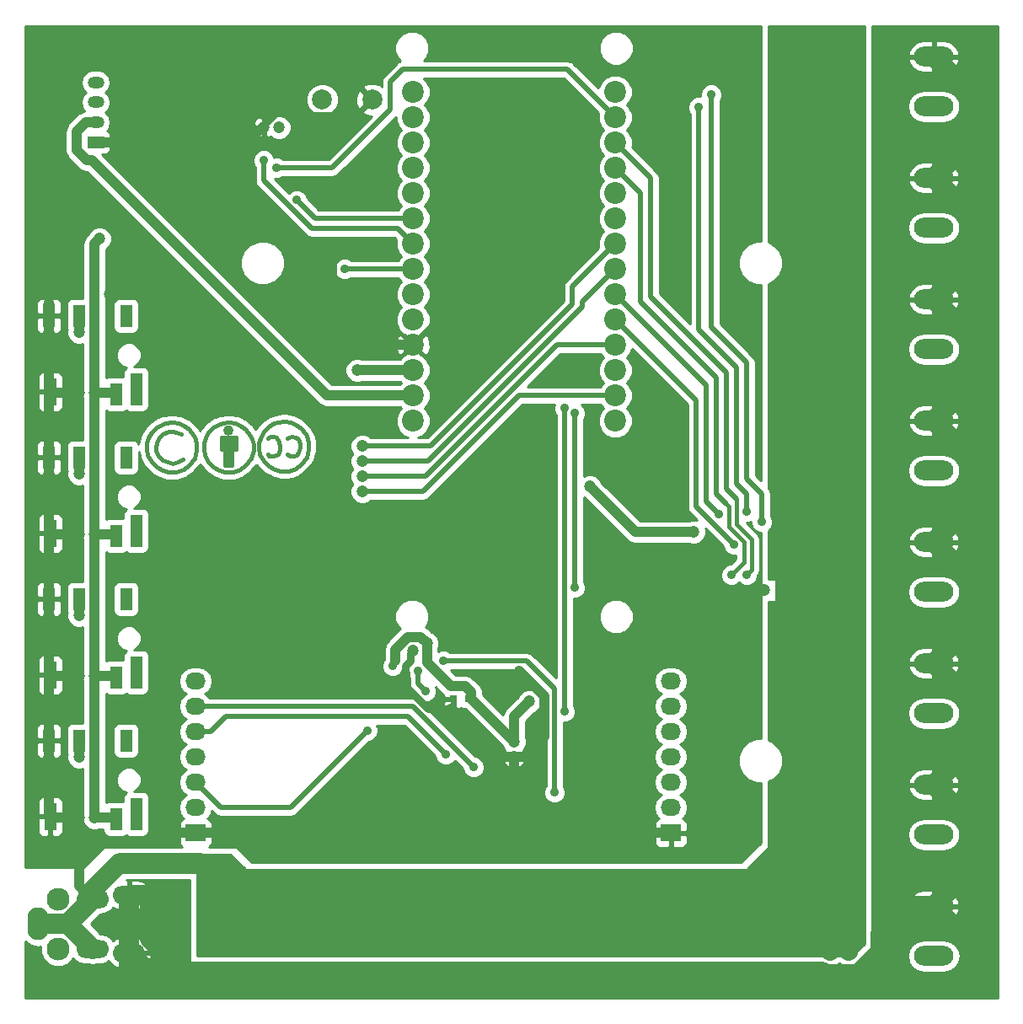
<source format=gbl>
G04 #@! TF.FileFunction,Copper,L2,Bot,Signal*
%FSLAX46Y46*%
G04 Gerber Fmt 4.6, Leading zero omitted, Abs format (unit mm)*
G04 Created by KiCad (PCBNEW (2015-12-10 BZR 6367)-product) date Fri 07 Oct 2016 02:00:44 BST*
%MOMM*%
G01*
G04 APERTURE LIST*
%ADD10C,0.100000*%
%ADD11C,0.381000*%
%ADD12O,3.962400X1.981200*%
%ADD13R,0.800000X0.750000*%
%ADD14R,0.750000X0.800000*%
%ADD15R,2.032000X1.727200*%
%ADD16O,2.032000X1.727200*%
%ADD17R,1.270000X3.302000*%
%ADD18R,1.270000X2.286000*%
%ADD19R,1.270000X2.794000*%
%ADD20C,2.200000*%
%ADD21R,1.699260X1.198880*%
%ADD22O,1.699260X1.198880*%
%ADD23O,2.100000X3.300000*%
%ADD24O,3.300000X1.800000*%
%ADD25C,2.300000*%
%ADD26C,2.000000*%
%ADD27C,1.200000*%
%ADD28C,0.900000*%
%ADD29C,2.000000*%
%ADD30C,1.024000*%
%ADD31C,0.508000*%
%ADD32C,0.768000*%
%ADD33C,0.254000*%
G04 APERTURE END LIST*
D10*
D11*
X64770000Y-68585080D02*
X64770000Y-68983860D01*
X65471040Y-69783960D02*
X64170560Y-69783960D01*
X64269620Y-70086220D02*
X65471040Y-70086220D01*
X65570100Y-70385940D02*
X64269620Y-70385940D01*
X64770000Y-70784720D02*
X64770000Y-72085200D01*
X64670940Y-72285860D02*
X64470280Y-72285860D01*
X64470280Y-72285860D02*
X64470280Y-70685660D01*
X65069720Y-70784720D02*
X65069720Y-72285860D01*
X65069720Y-72285860D02*
X64569340Y-72285860D01*
X65570100Y-69484240D02*
X64068960Y-69484240D01*
X64068960Y-69484240D02*
X64068960Y-70685660D01*
X64068960Y-70685660D02*
X65570100Y-70685660D01*
X65570100Y-70685660D02*
X65570100Y-69484240D01*
X65085666Y-68785740D02*
G75*
G03X65085666Y-68785740I-315666J0D01*
G01*
X64770000Y-67985640D02*
X64869060Y-67985640D01*
X64869060Y-67985640D02*
X65471040Y-68084700D01*
X65471040Y-68084700D02*
X65968880Y-68285360D01*
X65968880Y-68285360D02*
X66469260Y-68684140D01*
X66469260Y-68684140D02*
X66969640Y-69286120D01*
X66969640Y-69286120D02*
X67170300Y-69684900D01*
X67170300Y-69684900D02*
X67269360Y-70185280D01*
X67269360Y-70185280D02*
X67269360Y-70784720D01*
X67269360Y-70784720D02*
X67071240Y-71584820D01*
X67071240Y-71584820D02*
X66469260Y-72285860D01*
X66469260Y-72285860D02*
X65968880Y-72684640D01*
X65968880Y-72684640D02*
X65270380Y-72984360D01*
X65270380Y-72984360D02*
X64470280Y-72984360D01*
X64470280Y-72984360D02*
X63870840Y-72786240D01*
X63870840Y-72786240D02*
X63268860Y-72483980D01*
X63268860Y-72483980D02*
X62771020Y-71986140D01*
X62771020Y-71986140D02*
X62369700Y-71285100D01*
X62369700Y-71285100D02*
X62270640Y-70685660D01*
X62270640Y-70685660D02*
X62270640Y-70086220D01*
X62270640Y-70086220D02*
X62468760Y-69484240D01*
X62468760Y-69484240D02*
X62771020Y-68983860D01*
X62771020Y-68983860D02*
X63268860Y-68486020D01*
X63268860Y-68486020D02*
X63769240Y-68183760D01*
X63769240Y-68183760D02*
X64170560Y-68084700D01*
X64170560Y-68084700D02*
X64770000Y-67985640D01*
X60154820Y-71683880D02*
X59654440Y-71986140D01*
X59654440Y-71986140D02*
X59154060Y-72085200D01*
X59154060Y-72085200D02*
X58656220Y-71986140D01*
X58656220Y-71986140D02*
X58155840Y-71785480D01*
X58155840Y-71785480D02*
X57754520Y-71384160D01*
X57754520Y-71384160D02*
X57454800Y-70883780D01*
X57454800Y-70883780D02*
X57454800Y-70485000D01*
X57454800Y-70485000D02*
X57553860Y-69984620D01*
X57553860Y-69984620D02*
X57856120Y-69484240D01*
X57856120Y-69484240D02*
X58155840Y-69184520D01*
X58155840Y-69184520D02*
X58755280Y-68884800D01*
X58755280Y-68884800D02*
X59154060Y-68884800D01*
X59154060Y-68884800D02*
X59555380Y-68983860D01*
X59555380Y-68983860D02*
X60055760Y-69184520D01*
X59055000Y-67985640D02*
X59154060Y-67985640D01*
X59154060Y-67985640D02*
X59756040Y-68084700D01*
X59756040Y-68084700D02*
X60253880Y-68285360D01*
X60253880Y-68285360D02*
X60754260Y-68684140D01*
X60754260Y-68684140D02*
X61254640Y-69286120D01*
X61254640Y-69286120D02*
X61455300Y-69684900D01*
X61455300Y-69684900D02*
X61554360Y-70185280D01*
X61554360Y-70185280D02*
X61554360Y-70784720D01*
X61554360Y-70784720D02*
X61356240Y-71584820D01*
X61356240Y-71584820D02*
X60754260Y-72285860D01*
X60754260Y-72285860D02*
X60253880Y-72684640D01*
X60253880Y-72684640D02*
X59555380Y-72984360D01*
X59555380Y-72984360D02*
X58755280Y-72984360D01*
X58755280Y-72984360D02*
X58155840Y-72786240D01*
X58155840Y-72786240D02*
X57553860Y-72483980D01*
X57553860Y-72483980D02*
X57056020Y-71986140D01*
X57056020Y-71986140D02*
X56654700Y-71285100D01*
X56654700Y-71285100D02*
X56555640Y-70685660D01*
X56555640Y-70685660D02*
X56555640Y-70086220D01*
X56555640Y-70086220D02*
X56753760Y-69484240D01*
X56753760Y-69484240D02*
X57056020Y-68983860D01*
X57056020Y-68983860D02*
X57553860Y-68486020D01*
X57553860Y-68486020D02*
X58054240Y-68183760D01*
X58054240Y-68183760D02*
X58455560Y-68084700D01*
X58455560Y-68084700D02*
X59055000Y-67985640D01*
X68734800Y-69584900D02*
X68833860Y-69485840D01*
X68833860Y-69485840D02*
X69034520Y-69384240D01*
X69034520Y-69384240D02*
X69334240Y-69384240D01*
X69334240Y-69384240D02*
X69633960Y-69485840D01*
X69633960Y-69485840D02*
X69834620Y-69884620D01*
X69834620Y-69884620D02*
X69936220Y-70385000D01*
X69936220Y-70385000D02*
X69936220Y-70783780D01*
X69936220Y-70783780D02*
X69735560Y-71185100D01*
X69735560Y-71185100D02*
X69334240Y-71385760D01*
X69334240Y-71385760D02*
X69136120Y-71385760D01*
X69136120Y-71385760D02*
X68833860Y-71385760D01*
X68833860Y-71385760D02*
X68734800Y-71185100D01*
X70733780Y-69584900D02*
X70835380Y-69485840D01*
X70835380Y-69485840D02*
X71135100Y-69384240D01*
X71135100Y-69384240D02*
X71533880Y-69485840D01*
X71533880Y-69485840D02*
X71836140Y-69683960D01*
X71836140Y-69683960D02*
X71935200Y-70085280D01*
X71935200Y-70085280D02*
X71935200Y-70484060D01*
X71935200Y-70484060D02*
X71836140Y-70984440D01*
X71836140Y-70984440D02*
X71635480Y-71284160D01*
X71635480Y-71284160D02*
X71335760Y-71385760D01*
X71335760Y-71385760D02*
X70934440Y-71385760D01*
X70934440Y-71385760D02*
X70733780Y-71185100D01*
X70335000Y-67885640D02*
X70434060Y-67885640D01*
X70434060Y-67885640D02*
X71036040Y-67984700D01*
X71036040Y-67984700D02*
X71533880Y-68185360D01*
X71533880Y-68185360D02*
X72034260Y-68584140D01*
X72034260Y-68584140D02*
X72534640Y-69186120D01*
X72534640Y-69186120D02*
X72735300Y-69584900D01*
X72735300Y-69584900D02*
X72834360Y-70085280D01*
X72834360Y-70085280D02*
X72834360Y-70684720D01*
X72834360Y-70684720D02*
X72636240Y-71484820D01*
X72636240Y-71484820D02*
X72034260Y-72185860D01*
X72034260Y-72185860D02*
X71533880Y-72584640D01*
X71533880Y-72584640D02*
X70835380Y-72884360D01*
X70835380Y-72884360D02*
X70035280Y-72884360D01*
X70035280Y-72884360D02*
X69435840Y-72686240D01*
X69435840Y-72686240D02*
X68833860Y-72383980D01*
X68833860Y-72383980D02*
X68336020Y-71886140D01*
X68336020Y-71886140D02*
X67934700Y-71185100D01*
X67934700Y-71185100D02*
X67835640Y-70585660D01*
X67835640Y-70585660D02*
X67835640Y-69986220D01*
X67835640Y-69986220D02*
X68033760Y-69384240D01*
X68033760Y-69384240D02*
X68336020Y-68883860D01*
X68336020Y-68883860D02*
X68833860Y-68386020D01*
X68833860Y-68386020D02*
X69334240Y-68083760D01*
X69334240Y-68083760D02*
X69735560Y-67984700D01*
X69735560Y-67984700D02*
X70335000Y-67885640D01*
D12*
X135636000Y-55626000D03*
X135636000Y-60626000D03*
X135636000Y-104394000D03*
X135636000Y-109394000D03*
X135636000Y-116586000D03*
X135636000Y-121586000D03*
X135636000Y-67818000D03*
X135636000Y-72818000D03*
X135636000Y-43434000D03*
X135636000Y-48434000D03*
X135636000Y-92202000D03*
X135636000Y-97202000D03*
X135636000Y-80010000D03*
X135636000Y-85010000D03*
D13*
X69838000Y-38354000D03*
X68338000Y-38354000D03*
X88888000Y-95758000D03*
X87388000Y-95758000D03*
D14*
X93472000Y-100088000D03*
X93472000Y-101588000D03*
D13*
X81546000Y-91948000D03*
X83046000Y-91948000D03*
D15*
X109220000Y-109220000D03*
D16*
X109220000Y-106680000D03*
X109220000Y-104140000D03*
X109220000Y-101600000D03*
X109220000Y-99060000D03*
X109220000Y-96520000D03*
X109220000Y-93980000D03*
D15*
X61468000Y-109220000D03*
D16*
X61468000Y-106680000D03*
X61468000Y-104140000D03*
X61468000Y-101600000D03*
X61468000Y-99060000D03*
X61468000Y-96520000D03*
X61468000Y-93980000D03*
D12*
X135636000Y-31242000D03*
X135636000Y-36242000D03*
D17*
X55499000Y-64643000D03*
D18*
X53467000Y-65151000D03*
D19*
X46863000Y-64897000D03*
D18*
X54483000Y-57277000D03*
X49784000Y-57277000D03*
X46736000Y-57277000D03*
D17*
X55499000Y-78867000D03*
D18*
X53467000Y-79375000D03*
D19*
X46863000Y-79121000D03*
D18*
X54483000Y-71501000D03*
X49784000Y-71501000D03*
X46736000Y-71501000D03*
D17*
X55499000Y-93091000D03*
D18*
X53467000Y-93599000D03*
D19*
X46863000Y-93345000D03*
D18*
X54483000Y-85725000D03*
X49784000Y-85725000D03*
X46736000Y-85725000D03*
D17*
X55499000Y-107315000D03*
D18*
X53467000Y-107823000D03*
D19*
X46863000Y-107569000D03*
D18*
X54483000Y-99949000D03*
X49784000Y-99949000D03*
X46736000Y-99949000D03*
D20*
X103632000Y-34798000D03*
X103632000Y-37338000D03*
X103632000Y-39878000D03*
X103632000Y-42418000D03*
X103632000Y-44958000D03*
X103632000Y-47498000D03*
X103632000Y-50038000D03*
X103632000Y-52578000D03*
X103632000Y-55118000D03*
X103632000Y-57658000D03*
X103632000Y-60198000D03*
X103632000Y-62738000D03*
X103632000Y-65278000D03*
X103632000Y-67818000D03*
X83312000Y-67818000D03*
X83312000Y-65278000D03*
X83312000Y-62738000D03*
X83312000Y-60198000D03*
X83312000Y-57658000D03*
X83312000Y-55118000D03*
X83312000Y-52578000D03*
X83312000Y-50038000D03*
X83312000Y-47498000D03*
X83312000Y-44958000D03*
X83312000Y-42418000D03*
X83312000Y-39878000D03*
X83312000Y-37338000D03*
X83312000Y-34798000D03*
D21*
X51435000Y-39832280D03*
D22*
X51435000Y-35829240D03*
X51435000Y-37830760D03*
X51435000Y-33830260D03*
D23*
X45632000Y-118364000D03*
D24*
X51132000Y-120864000D03*
X51132000Y-115864000D03*
X54782000Y-121264000D03*
X54782000Y-115464000D03*
D25*
X47632000Y-115864000D03*
X47632000Y-120864000D03*
D26*
X74208000Y-35560000D03*
X79208000Y-35560000D03*
D27*
X59690000Y-124968000D03*
X61468000Y-123190000D03*
X61468000Y-124968000D03*
X140462000Y-124206000D03*
X119364000Y-123190000D03*
X121666000Y-124968000D03*
X55610760Y-32705000D03*
D28*
X107188000Y-30734000D03*
X107188000Y-34544000D03*
X110236000Y-29718000D03*
X93980000Y-30226000D03*
X92710000Y-45720000D03*
X80010000Y-42164000D03*
X96774000Y-63754000D03*
X106934000Y-74676000D03*
D27*
X65532000Y-113792000D03*
X63500000Y-115824000D03*
X63500000Y-113792000D03*
X118618000Y-84836000D03*
X111252000Y-84836000D03*
X117856000Y-114046000D03*
X121666000Y-120650000D03*
X121666000Y-119126000D03*
X75184000Y-51308000D03*
X125222000Y-121031000D03*
X125222000Y-111264000D03*
X125222000Y-99072000D03*
X125222000Y-86880000D03*
X125222000Y-74688000D03*
X125222000Y-62496000D03*
X125222000Y-50304000D03*
X125222000Y-38112000D03*
X127124000Y-121031000D03*
X127124000Y-108839000D03*
X127124000Y-96647000D03*
X127124000Y-84455000D03*
X127124000Y-72263000D03*
X127124000Y-60071000D03*
X127124000Y-35687000D03*
X127124000Y-47879000D03*
X66802000Y-60198000D03*
X52832000Y-55118000D03*
X46736000Y-56134000D03*
X73152000Y-60198000D03*
D28*
X93980000Y-92964000D03*
X76200000Y-91186000D03*
D27*
X83312000Y-90932000D03*
X93472000Y-101600000D03*
X49784000Y-93472000D03*
X49784000Y-107696000D03*
X46736000Y-101600000D03*
X49784000Y-65024000D03*
X49784000Y-79248000D03*
X46736000Y-87376000D03*
X46736000Y-73152000D03*
X46736000Y-58928000D03*
X68326000Y-38354000D03*
D28*
X87122000Y-96774000D03*
D27*
X111506000Y-78994000D03*
X101092000Y-74422000D03*
X84709000Y-90170000D03*
D28*
X81280000Y-92456000D03*
D27*
X94996000Y-96012000D03*
X93472000Y-100076000D03*
D28*
X89154000Y-95097600D03*
D27*
X69850000Y-38354000D03*
X77724000Y-62738000D03*
X49784000Y-101600000D03*
X49784000Y-87376000D03*
X51816000Y-49530000D03*
X51308000Y-65024000D03*
X51308000Y-79248000D03*
X51308000Y-93472000D03*
X51308000Y-107696000D03*
X49784000Y-73152000D03*
X49784000Y-58928000D03*
D28*
X99568000Y-67056000D03*
X99568000Y-84582000D03*
X78740000Y-98933000D03*
X86614000Y-101346000D03*
X89408000Y-102616000D03*
X69596000Y-42418000D03*
X71628000Y-45654000D03*
X68326000Y-41656000D03*
X84582000Y-94996000D03*
X83820000Y-92964000D03*
X97536000Y-105156000D03*
X86360000Y-91948000D03*
X116840000Y-83312000D03*
X115316000Y-83312000D03*
D27*
X78232000Y-70358000D03*
X78232000Y-71882000D03*
D28*
X114046000Y-77216000D03*
X115570000Y-80264000D03*
D27*
X78232000Y-73406000D03*
X78232000Y-74930000D03*
D28*
X76454000Y-52578000D03*
X98552000Y-66548000D03*
X98552000Y-97028000D03*
X116840000Y-76962000D03*
X112014000Y-36322000D03*
X118364000Y-77978000D03*
X113284000Y-35052000D03*
D29*
X61468000Y-123190000D02*
X59690000Y-124968000D01*
X56896000Y-115464000D02*
X56896000Y-119888000D01*
X56896000Y-119888000D02*
X60198000Y-123190000D01*
X54782000Y-115464000D02*
X56896000Y-115464000D01*
X56896000Y-115464000D02*
X57044000Y-115464000D01*
X56388000Y-124968000D02*
X54782000Y-123362000D01*
X54782000Y-123362000D02*
X54782000Y-121264000D01*
X54782000Y-121264000D02*
X56708000Y-123190000D01*
X56708000Y-123190000D02*
X60198000Y-123190000D01*
X60198000Y-123190000D02*
X61468000Y-123190000D01*
X61468000Y-123190000D02*
X119364000Y-123190000D01*
X54782000Y-115464000D02*
X54782000Y-121264000D01*
X135636000Y-116586000D02*
X140462000Y-121412000D01*
X140462000Y-121412000D02*
X140462000Y-124206000D01*
X131064000Y-124968000D02*
X121666000Y-124968000D01*
X121666000Y-124968000D02*
X61468000Y-124968000D01*
X61468000Y-124968000D02*
X56388000Y-124968000D01*
X56388000Y-124968000D02*
X54356000Y-124968000D01*
X132080000Y-123952000D02*
X131064000Y-124968000D01*
X133096000Y-116586000D02*
X135636000Y-116586000D01*
X119364000Y-123190000D02*
X124460000Y-123190000D01*
X124460000Y-123190000D02*
X124714000Y-123444000D01*
X124714000Y-123444000D02*
X128016000Y-123444000D01*
X128016000Y-123444000D02*
X130302000Y-121158000D01*
X130302000Y-121158000D02*
X130302000Y-119380000D01*
X130302000Y-119380000D02*
X133096000Y-116586000D01*
X135636000Y-116586000D02*
X132080000Y-120142000D01*
X132080000Y-120142000D02*
X132080000Y-123952000D01*
X135636000Y-43434000D02*
X139192000Y-39878000D01*
X139192000Y-34798000D02*
X135636000Y-31242000D01*
X139192000Y-39878000D02*
X139192000Y-34798000D01*
X135636000Y-55626000D02*
X139192000Y-52070000D01*
X139192000Y-46990000D02*
X135636000Y-43434000D01*
X139192000Y-52070000D02*
X139192000Y-46990000D01*
X135636000Y-67818000D02*
X139192000Y-64262000D01*
X139192000Y-59182000D02*
X135636000Y-55626000D01*
X139192000Y-64262000D02*
X139192000Y-59182000D01*
X135636000Y-80010000D02*
X139192000Y-76454000D01*
X139192000Y-71374000D02*
X135636000Y-67818000D01*
X139192000Y-76454000D02*
X139192000Y-71374000D01*
X135636000Y-92202000D02*
X139192000Y-88646000D01*
X139192000Y-83566000D02*
X135636000Y-80010000D01*
X139192000Y-88646000D02*
X139192000Y-83566000D01*
X135636000Y-104394000D02*
X139192000Y-100838000D01*
X139192000Y-95758000D02*
X135636000Y-92202000D01*
X139192000Y-100838000D02*
X139192000Y-95758000D01*
X135636000Y-116586000D02*
X139192000Y-113030000D01*
X139192000Y-113030000D02*
X139192000Y-107950000D01*
X139192000Y-107950000D02*
X135636000Y-104394000D01*
D30*
X58973760Y-36068000D02*
X55610760Y-32705000D01*
X51435000Y-39832280D02*
X66548000Y-39832280D01*
X66548000Y-39832280D02*
X66548000Y-39636000D01*
D31*
X107188000Y-34544000D02*
X107188000Y-30734000D01*
X106426000Y-29972000D02*
X107188000Y-30734000D01*
X106426000Y-29972000D02*
X106426000Y-28448000D01*
X92202000Y-28448000D02*
X106426000Y-28448000D01*
X106426000Y-28448000D02*
X108966000Y-28448000D01*
X108966000Y-28448000D02*
X110236000Y-29718000D01*
X77724000Y-34036000D02*
X77724000Y-30988000D01*
X77724000Y-30988000D02*
X80264000Y-28448000D01*
X80264000Y-28448000D02*
X92202000Y-28448000D01*
X93980000Y-30226000D02*
X92202000Y-28448000D01*
X77724000Y-34036000D02*
X79208000Y-35520000D01*
X79208000Y-35560000D02*
X79208000Y-35520000D01*
X83312000Y-60198000D02*
X92710000Y-50800000D01*
X92710000Y-50800000D02*
X92710000Y-45720000D01*
D29*
X51132000Y-115864000D02*
X51132000Y-114984000D01*
X51132000Y-114984000D02*
X53848000Y-112268000D01*
X61976000Y-112268000D02*
X63500000Y-113792000D01*
X53848000Y-112268000D02*
X61976000Y-112268000D01*
D30*
X56828000Y-110168000D02*
X51376000Y-110168000D01*
X51376000Y-110168000D02*
X49784000Y-111760000D01*
D29*
X63500000Y-113792000D02*
X65532000Y-113792000D01*
D30*
X56828000Y-110168000D02*
X57776000Y-109220000D01*
X57776000Y-109220000D02*
X61468000Y-109220000D01*
X49784000Y-107696000D02*
X49784000Y-111760000D01*
X49784000Y-111760000D02*
X49784000Y-114516000D01*
X49784000Y-114516000D02*
X51132000Y-115864000D01*
D29*
X48632000Y-118364000D02*
X51132000Y-120864000D01*
X45632000Y-118364000D02*
X48632000Y-118364000D01*
X48632000Y-118364000D02*
X51132000Y-115864000D01*
D30*
X100330000Y-109220000D02*
X100330000Y-95758000D01*
X100330000Y-95758000D02*
X111252000Y-84836000D01*
X118618000Y-84836000D02*
X111252000Y-84836000D01*
D29*
X124841000Y-120650000D02*
X121666000Y-120650000D01*
X125222000Y-121031000D02*
X124841000Y-120650000D01*
X121666000Y-119126000D02*
X125219000Y-119126000D01*
X125219000Y-119126000D02*
X127124000Y-121031000D01*
D30*
X66548000Y-43688000D02*
X74168000Y-51308000D01*
X66548000Y-43688000D02*
X66548000Y-39636000D01*
X66681000Y-39503000D02*
X66548000Y-39636000D01*
X74168000Y-51308000D02*
X75184000Y-51308000D01*
X75184000Y-55880000D02*
X79502000Y-60198000D01*
X75184000Y-51308000D02*
X75184000Y-55880000D01*
X61468000Y-109220000D02*
X68580000Y-109220000D01*
X93472000Y-109220000D02*
X68580000Y-109220000D01*
D29*
X125222000Y-38112000D02*
X125222000Y-37589000D01*
X125222000Y-37589000D02*
X127124000Y-35687000D01*
X125222000Y-121031000D02*
X125222000Y-111264000D01*
X125222000Y-111264000D02*
X125222000Y-99072000D01*
X125222000Y-99072000D02*
X125222000Y-86880000D01*
X125222000Y-86880000D02*
X125222000Y-74688000D01*
X125222000Y-74688000D02*
X125222000Y-62496000D01*
X125222000Y-62496000D02*
X125222000Y-50304000D01*
X125222000Y-50304000D02*
X125222000Y-38112000D01*
X127124000Y-121031000D02*
X127124000Y-108839000D01*
X127124000Y-108839000D02*
X127124000Y-96647000D01*
X127124000Y-96647000D02*
X127124000Y-84455000D01*
X127124000Y-84455000D02*
X127124000Y-72263000D01*
X127124000Y-47879000D02*
X127124000Y-60071000D01*
X127124000Y-72263000D02*
X127124000Y-60071000D01*
X127124000Y-35687000D02*
X127124000Y-47879000D01*
D31*
X77704000Y-37064000D02*
X69628000Y-37064000D01*
X69628000Y-37064000D02*
X68338000Y-38354000D01*
X79208000Y-35560000D02*
X77704000Y-37064000D01*
X77704000Y-37064000D02*
X77684000Y-37084000D01*
D30*
X66802000Y-60198000D02*
X61722000Y-55118000D01*
X61722000Y-55118000D02*
X52832000Y-55118000D01*
X46736000Y-56134000D02*
X46736000Y-57277000D01*
X79502000Y-60198000D02*
X73152000Y-60198000D01*
X58973760Y-36068000D02*
X63246000Y-36068000D01*
X63246000Y-36068000D02*
X66681000Y-39503000D01*
X83312000Y-60198000D02*
X79502000Y-60198000D01*
X66681000Y-39503000D02*
X68338000Y-38354000D01*
X46863000Y-93345000D02*
X46736000Y-93472000D01*
X46736000Y-93472000D02*
X46736000Y-99949000D01*
X46863000Y-79121000D02*
X46736000Y-79248000D01*
X46736000Y-79248000D02*
X46736000Y-85725000D01*
X46863000Y-64897000D02*
X46736000Y-65024000D01*
X46736000Y-65024000D02*
X46736000Y-71501000D01*
X87122000Y-96774000D02*
X91936000Y-101588000D01*
X91936000Y-101588000D02*
X93472000Y-101588000D01*
X93472000Y-101588000D02*
X94500000Y-101588000D01*
X94500000Y-101588000D02*
X96520000Y-99568000D01*
X96520000Y-99568000D02*
X96520000Y-95504000D01*
X96520000Y-95504000D02*
X93980000Y-92964000D01*
X82550000Y-94488000D02*
X79502000Y-94488000D01*
X79502000Y-94488000D02*
X76200000Y-91186000D01*
X82550000Y-94488000D02*
X82550000Y-93218000D01*
D32*
X83046000Y-91948000D02*
X82550000Y-92444000D01*
X82550000Y-92444000D02*
X82550000Y-93218000D01*
X84836000Y-96774000D02*
X87122000Y-96774000D01*
X82550000Y-94488000D02*
X84836000Y-96774000D01*
X83046000Y-91198000D02*
X83312000Y-90932000D01*
X83046000Y-91198000D02*
X83046000Y-91948000D01*
D31*
X93472000Y-101600000D02*
X93472000Y-101588000D01*
D30*
X93472000Y-101588000D02*
X93472000Y-109220000D01*
X109220000Y-109220000D02*
X100330000Y-109220000D01*
X100330000Y-109220000D02*
X93472000Y-109220000D01*
X46863000Y-93345000D02*
X46990000Y-93472000D01*
X46990000Y-93472000D02*
X49784000Y-93472000D01*
X46863000Y-107569000D02*
X46990000Y-107696000D01*
X46990000Y-107696000D02*
X49784000Y-107696000D01*
X46736000Y-101600000D02*
X46736000Y-107442000D01*
X46736000Y-107442000D02*
X46863000Y-107569000D01*
X46736000Y-99949000D02*
X46736000Y-101600000D01*
X46863000Y-64897000D02*
X46990000Y-65024000D01*
X46990000Y-65024000D02*
X49784000Y-65024000D01*
X46863000Y-79121000D02*
X46990000Y-79248000D01*
X46990000Y-79248000D02*
X49784000Y-79248000D01*
X46736000Y-87376000D02*
X46736000Y-93218000D01*
X46736000Y-93218000D02*
X46863000Y-93345000D01*
X46736000Y-85725000D02*
X46736000Y-87376000D01*
X46736000Y-73152000D02*
X46736000Y-78994000D01*
X46736000Y-78994000D02*
X46863000Y-79121000D01*
X46736000Y-71501000D02*
X46736000Y-73152000D01*
X46736000Y-58928000D02*
X46736000Y-64770000D01*
X46736000Y-64770000D02*
X46863000Y-64897000D01*
X46736000Y-57277000D02*
X46736000Y-58928000D01*
D11*
X68326000Y-38354000D02*
X68338000Y-38354000D01*
D31*
X87388000Y-96508000D02*
X87388000Y-95758000D01*
X87388000Y-96508000D02*
X87122000Y-96774000D01*
D30*
X51054000Y-41656000D02*
X50546000Y-41656000D01*
X50546000Y-41656000D02*
X49530000Y-40640000D01*
X51435000Y-37830760D02*
X50434240Y-37830760D01*
X49530000Y-38735000D02*
X49530000Y-40640000D01*
X50434240Y-37830760D02*
X49530000Y-38735000D01*
X111506000Y-78994000D02*
X105664000Y-78994000D01*
X105664000Y-78994000D02*
X101092000Y-74422000D01*
X83312000Y-65278000D02*
X74676000Y-65278000D01*
X74676000Y-65278000D02*
X51054000Y-41656000D01*
X89154000Y-95097600D02*
X89154000Y-95758000D01*
X89154000Y-95758000D02*
X93472000Y-100076000D01*
X93472000Y-100076000D02*
X93472000Y-100088000D01*
D31*
X81546000Y-91948000D02*
X81546000Y-92190000D01*
X81546000Y-92190000D02*
X81280000Y-92456000D01*
D30*
X84709000Y-90170000D02*
X84709000Y-92075000D01*
X84709000Y-92075000D02*
X87122000Y-94488000D01*
X87122000Y-94488000D02*
X88544400Y-94488000D01*
X88544400Y-94488000D02*
X89154000Y-95097600D01*
X81546000Y-90793000D02*
X82804000Y-89535000D01*
X81546000Y-91948000D02*
X81546000Y-90793000D01*
X84074000Y-89535000D02*
X84709000Y-90170000D01*
X82804000Y-89535000D02*
X84074000Y-89535000D01*
X93472000Y-97536000D02*
X94996000Y-96012000D01*
X93472000Y-100088000D02*
X93472000Y-97536000D01*
D31*
X93472000Y-100076000D02*
X93472000Y-100088000D01*
X88888000Y-95363600D02*
X88888000Y-95758000D01*
X89154000Y-95097600D02*
X88888000Y-95363600D01*
D11*
X69850000Y-38354000D02*
X69838000Y-38354000D01*
D30*
X77724000Y-62738000D02*
X83312000Y-62738000D01*
X49784000Y-99949000D02*
X49784000Y-101600000D01*
X49784000Y-85725000D02*
X49784000Y-87376000D01*
X51816000Y-49530000D02*
X51308000Y-50038000D01*
X51308000Y-50038000D02*
X51308000Y-65024000D01*
X51308000Y-93472000D02*
X51308000Y-107696000D01*
X51308000Y-79248000D02*
X51308000Y-93472000D01*
X51308000Y-65024000D02*
X51308000Y-79248000D01*
X53467000Y-65151000D02*
X53340000Y-65024000D01*
X53340000Y-65024000D02*
X51308000Y-65024000D01*
X53467000Y-79375000D02*
X53340000Y-79248000D01*
X53340000Y-79248000D02*
X51308000Y-79248000D01*
X53467000Y-93599000D02*
X53340000Y-93472000D01*
X53340000Y-93472000D02*
X51308000Y-93472000D01*
X53467000Y-107823000D02*
X53340000Y-107696000D01*
X53340000Y-107696000D02*
X52324000Y-107696000D01*
X52324000Y-107696000D02*
X51308000Y-107696000D01*
X49784000Y-71501000D02*
X49784000Y-73152000D01*
X49784000Y-57277000D02*
X49784000Y-58928000D01*
D31*
X99568000Y-67056000D02*
X99568000Y-84582000D01*
X64008000Y-106680000D02*
X61468000Y-104140000D01*
X70993000Y-106680000D02*
X64008000Y-106680000D01*
X78740000Y-98933000D02*
X70993000Y-106680000D01*
X61468000Y-99060000D02*
X62992000Y-99060000D01*
X82804000Y-97536000D02*
X86614000Y-101346000D01*
X64516000Y-97536000D02*
X82804000Y-97536000D01*
X62992000Y-99060000D02*
X64516000Y-97536000D01*
X61468000Y-96520000D02*
X83312000Y-96520000D01*
X89408000Y-102616000D02*
X83312000Y-96520000D01*
X69596000Y-42418000D02*
X75184000Y-42418000D01*
X98806000Y-32512000D02*
X103632000Y-37338000D01*
X82296000Y-32512000D02*
X98806000Y-32512000D01*
X81026000Y-33782000D02*
X82296000Y-32512000D01*
X81026000Y-36576000D02*
X81026000Y-33782000D01*
X75184000Y-42418000D02*
X81026000Y-36576000D01*
X73472000Y-47498000D02*
X71628000Y-45654000D01*
X83312000Y-47498000D02*
X73472000Y-47498000D01*
X83312000Y-50038000D02*
X81788000Y-48514000D01*
X73152000Y-48514000D02*
X68326000Y-43688000D01*
X81788000Y-48514000D02*
X73152000Y-48514000D01*
X68326000Y-41656000D02*
X68326000Y-43688000D01*
X83820000Y-92964000D02*
X83820000Y-94234000D01*
X83820000Y-94234000D02*
X84582000Y-94996000D01*
X86360000Y-91948000D02*
X94742000Y-91948000D01*
X97536000Y-94742000D02*
X97536000Y-105156000D01*
X94742000Y-91948000D02*
X97536000Y-94742000D01*
D11*
X115824000Y-78232000D02*
X115824000Y-75692000D01*
X117348000Y-79756000D02*
X115824000Y-78232000D01*
X117348000Y-82804000D02*
X117348000Y-79756000D01*
X116840000Y-83312000D02*
X117348000Y-82804000D01*
D31*
X107188000Y-43434000D02*
X107188000Y-55372000D01*
X107188000Y-55372000D02*
X114808000Y-62992000D01*
X114808000Y-62992000D02*
X114808000Y-74676000D01*
X114808000Y-74676000D02*
X115824000Y-75692000D01*
X107188000Y-43434000D02*
X103632000Y-39878000D01*
D11*
X115062000Y-78486000D02*
X115062000Y-76454000D01*
X115316000Y-83312000D02*
X116586000Y-82042000D01*
X116586000Y-82042000D02*
X116586000Y-80010000D01*
X116586000Y-80010000D02*
X115062000Y-78486000D01*
D31*
X106172000Y-44958000D02*
X106172000Y-55880000D01*
X106172000Y-55880000D02*
X113792000Y-63500000D01*
X113792000Y-63500000D02*
X113792000Y-75184000D01*
X113792000Y-75184000D02*
X114808000Y-76200000D01*
X106172000Y-44958000D02*
X103632000Y-42418000D01*
D11*
X115062000Y-76454000D02*
X114808000Y-76200000D01*
D31*
X85090000Y-70358000D02*
X99314000Y-56134000D01*
X99314000Y-56134000D02*
X99314000Y-54356000D01*
X99314000Y-54356000D02*
X103632000Y-50038000D01*
X78232000Y-70358000D02*
X85090000Y-70358000D01*
X103632000Y-52578000D02*
X100330000Y-55880000D01*
X84836000Y-71882000D02*
X78232000Y-71882000D01*
X100330000Y-56388000D02*
X84836000Y-71882000D01*
X100330000Y-55880000D02*
X100330000Y-56388000D01*
X103632000Y-55118000D02*
X112776000Y-64262000D01*
X112776000Y-75946000D02*
X114046000Y-77216000D01*
X112776000Y-64262000D02*
X112776000Y-75946000D01*
X103632000Y-57658000D02*
X111760000Y-65786000D01*
X111760000Y-76454000D02*
X115570000Y-80264000D01*
X111760000Y-65786000D02*
X111760000Y-76454000D01*
X103632000Y-60198000D02*
X97790000Y-60198000D01*
X84582000Y-73406000D02*
X78232000Y-73406000D01*
X97790000Y-60198000D02*
X84582000Y-73406000D01*
X78232000Y-74930000D02*
X84328000Y-74930000D01*
X93980000Y-65278000D02*
X103632000Y-65278000D01*
X84328000Y-74930000D02*
X93980000Y-65278000D01*
X83312000Y-52578000D02*
X76454000Y-52578000D01*
X98552000Y-97028000D02*
X98552000Y-66548000D01*
X112014000Y-36322000D02*
X112014000Y-58674000D01*
X116840000Y-75184000D02*
X116840000Y-76962000D01*
X115824000Y-74168000D02*
X116840000Y-75184000D01*
X115824000Y-62484000D02*
X115824000Y-74168000D01*
X112014000Y-58674000D02*
X115824000Y-62484000D01*
X113284000Y-35052000D02*
X113284000Y-58420000D01*
X118364000Y-75184000D02*
X118364000Y-77978000D01*
X116840000Y-73660000D02*
X118364000Y-75184000D01*
X116840000Y-61976000D02*
X116840000Y-73660000D01*
X113284000Y-58420000D02*
X116840000Y-61976000D01*
D33*
G36*
X142038000Y-125782000D02*
X44398000Y-125782000D01*
X44398000Y-120136598D01*
X44440525Y-120200241D01*
X44987178Y-120565503D01*
X45632000Y-120693766D01*
X45847186Y-120650963D01*
X45846691Y-121217501D01*
X46117868Y-121873800D01*
X46619559Y-122376367D01*
X47275384Y-122648689D01*
X47985501Y-122649309D01*
X48641800Y-122378132D01*
X49144367Y-121876441D01*
X49166866Y-121822258D01*
X49251825Y-121949409D01*
X49749815Y-122282155D01*
X50337234Y-122399000D01*
X50629265Y-122399000D01*
X51132000Y-122499001D01*
X51634735Y-122399000D01*
X51926766Y-122399000D01*
X52514185Y-122282155D01*
X52773261Y-122109046D01*
X52856788Y-122259606D01*
X53327248Y-122633554D01*
X53905000Y-122799000D01*
X54655000Y-122799000D01*
X54655000Y-121391000D01*
X54909000Y-121391000D01*
X54909000Y-122799000D01*
X55659000Y-122799000D01*
X56236752Y-122633554D01*
X56707212Y-122259606D01*
X56998756Y-121734086D01*
X57023036Y-121628740D01*
X56902378Y-121391000D01*
X54909000Y-121391000D01*
X54655000Y-121391000D01*
X54635000Y-121391000D01*
X54635000Y-121137000D01*
X54655000Y-121137000D01*
X54655000Y-119729000D01*
X54909000Y-119729000D01*
X54909000Y-121137000D01*
X56902378Y-121137000D01*
X57023036Y-120899260D01*
X56998756Y-120793914D01*
X56707212Y-120268394D01*
X56236752Y-119894446D01*
X55659000Y-119729000D01*
X54909000Y-119729000D01*
X54655000Y-119729000D01*
X53905000Y-119729000D01*
X53327248Y-119894446D01*
X53172026Y-120017825D01*
X53012175Y-119778591D01*
X52514185Y-119445845D01*
X51926766Y-119329000D01*
X51909240Y-119329000D01*
X50944240Y-118364000D01*
X51909240Y-117399000D01*
X51926766Y-117399000D01*
X52514185Y-117282155D01*
X53012175Y-116949409D01*
X53172026Y-116710175D01*
X53327248Y-116833554D01*
X53905000Y-116999000D01*
X54655000Y-116999000D01*
X54655000Y-115591000D01*
X54909000Y-115591000D01*
X54909000Y-116999000D01*
X55659000Y-116999000D01*
X56236752Y-116833554D01*
X56707212Y-116459606D01*
X56998756Y-115934086D01*
X57023036Y-115828740D01*
X56902378Y-115591000D01*
X54909000Y-115591000D01*
X54655000Y-115591000D01*
X54635000Y-115591000D01*
X54635000Y-115337000D01*
X54655000Y-115337000D01*
X54655000Y-113929000D01*
X54909000Y-113929000D01*
X54909000Y-115337000D01*
X56902378Y-115337000D01*
X57023036Y-115099260D01*
X56998756Y-114993914D01*
X56707212Y-114468394D01*
X56236752Y-114094446D01*
X55659000Y-113929000D01*
X54909000Y-113929000D01*
X54655000Y-113929000D01*
X54499240Y-113929000D01*
X54509240Y-113919000D01*
X60833000Y-113919000D01*
X60833000Y-122174000D01*
X60843006Y-122223410D01*
X60871447Y-122265035D01*
X60913841Y-122292315D01*
X60960000Y-122301000D01*
X124236314Y-122301000D01*
X124596313Y-122541543D01*
X125222000Y-122666000D01*
X125847687Y-122541543D01*
X126173000Y-122324176D01*
X126233096Y-122364331D01*
X126498312Y-122541543D01*
X127124000Y-122666001D01*
X127749688Y-122541543D01*
X128280120Y-122187120D01*
X128476722Y-121892884D01*
X128783606Y-121586000D01*
X132968546Y-121586000D01*
X133092287Y-122208090D01*
X133444673Y-122735473D01*
X133972056Y-123087859D01*
X134594146Y-123211600D01*
X136677854Y-123211600D01*
X137299944Y-123087859D01*
X137827327Y-122735473D01*
X138179713Y-122208090D01*
X138303454Y-121586000D01*
X138179713Y-120963910D01*
X137827327Y-120436527D01*
X137299944Y-120084141D01*
X136677854Y-119960400D01*
X134594146Y-119960400D01*
X133972056Y-120084141D01*
X133444673Y-120436527D01*
X133092287Y-120963910D01*
X132968546Y-121586000D01*
X128783606Y-121586000D01*
X129375803Y-120993803D01*
X129403666Y-120951789D01*
X129413000Y-120904000D01*
X129413000Y-116964959D01*
X133064589Y-116964959D01*
X133094940Y-117090757D01*
X133406124Y-117645670D01*
X133905977Y-118039258D01*
X134518400Y-118211600D01*
X135509000Y-118211600D01*
X135509000Y-116713000D01*
X135763000Y-116713000D01*
X135763000Y-118211600D01*
X136753600Y-118211600D01*
X137366023Y-118039258D01*
X137865876Y-117645670D01*
X138177060Y-117090757D01*
X138207411Y-116964959D01*
X138087942Y-116713000D01*
X135763000Y-116713000D01*
X135509000Y-116713000D01*
X133184058Y-116713000D01*
X133064589Y-116964959D01*
X129413000Y-116964959D01*
X129413000Y-116207041D01*
X133064589Y-116207041D01*
X133184058Y-116459000D01*
X135509000Y-116459000D01*
X135509000Y-114960400D01*
X135763000Y-114960400D01*
X135763000Y-116459000D01*
X138087942Y-116459000D01*
X138207411Y-116207041D01*
X138177060Y-116081243D01*
X137865876Y-115526330D01*
X137366023Y-115132742D01*
X136753600Y-114960400D01*
X135763000Y-114960400D01*
X135509000Y-114960400D01*
X134518400Y-114960400D01*
X133905977Y-115132742D01*
X133406124Y-115526330D01*
X133094940Y-116081243D01*
X133064589Y-116207041D01*
X129413000Y-116207041D01*
X129413000Y-109394000D01*
X132968546Y-109394000D01*
X133092287Y-110016090D01*
X133444673Y-110543473D01*
X133972056Y-110895859D01*
X134594146Y-111019600D01*
X136677854Y-111019600D01*
X137299944Y-110895859D01*
X137827327Y-110543473D01*
X138179713Y-110016090D01*
X138303454Y-109394000D01*
X138179713Y-108771910D01*
X137827327Y-108244527D01*
X137299944Y-107892141D01*
X136677854Y-107768400D01*
X134594146Y-107768400D01*
X133972056Y-107892141D01*
X133444673Y-108244527D01*
X133092287Y-108771910D01*
X132968546Y-109394000D01*
X129413000Y-109394000D01*
X129413000Y-104772959D01*
X133064589Y-104772959D01*
X133094940Y-104898757D01*
X133406124Y-105453670D01*
X133905977Y-105847258D01*
X134518400Y-106019600D01*
X135509000Y-106019600D01*
X135509000Y-104521000D01*
X135763000Y-104521000D01*
X135763000Y-106019600D01*
X136753600Y-106019600D01*
X137366023Y-105847258D01*
X137865876Y-105453670D01*
X138177060Y-104898757D01*
X138207411Y-104772959D01*
X138087942Y-104521000D01*
X135763000Y-104521000D01*
X135509000Y-104521000D01*
X133184058Y-104521000D01*
X133064589Y-104772959D01*
X129413000Y-104772959D01*
X129413000Y-104015041D01*
X133064589Y-104015041D01*
X133184058Y-104267000D01*
X135509000Y-104267000D01*
X135509000Y-102768400D01*
X135763000Y-102768400D01*
X135763000Y-104267000D01*
X138087942Y-104267000D01*
X138207411Y-104015041D01*
X138177060Y-103889243D01*
X137865876Y-103334330D01*
X137366023Y-102940742D01*
X136753600Y-102768400D01*
X135763000Y-102768400D01*
X135509000Y-102768400D01*
X134518400Y-102768400D01*
X133905977Y-102940742D01*
X133406124Y-103334330D01*
X133094940Y-103889243D01*
X133064589Y-104015041D01*
X129413000Y-104015041D01*
X129413000Y-97202000D01*
X132968546Y-97202000D01*
X133092287Y-97824090D01*
X133444673Y-98351473D01*
X133972056Y-98703859D01*
X134594146Y-98827600D01*
X136677854Y-98827600D01*
X137299944Y-98703859D01*
X137827327Y-98351473D01*
X138179713Y-97824090D01*
X138303454Y-97202000D01*
X138179713Y-96579910D01*
X137827327Y-96052527D01*
X137299944Y-95700141D01*
X136677854Y-95576400D01*
X134594146Y-95576400D01*
X133972056Y-95700141D01*
X133444673Y-96052527D01*
X133092287Y-96579910D01*
X132968546Y-97202000D01*
X129413000Y-97202000D01*
X129413000Y-92580959D01*
X133064589Y-92580959D01*
X133094940Y-92706757D01*
X133406124Y-93261670D01*
X133905977Y-93655258D01*
X134518400Y-93827600D01*
X135509000Y-93827600D01*
X135509000Y-92329000D01*
X135763000Y-92329000D01*
X135763000Y-93827600D01*
X136753600Y-93827600D01*
X137366023Y-93655258D01*
X137865876Y-93261670D01*
X138177060Y-92706757D01*
X138207411Y-92580959D01*
X138087942Y-92329000D01*
X135763000Y-92329000D01*
X135509000Y-92329000D01*
X133184058Y-92329000D01*
X133064589Y-92580959D01*
X129413000Y-92580959D01*
X129413000Y-91823041D01*
X133064589Y-91823041D01*
X133184058Y-92075000D01*
X135509000Y-92075000D01*
X135509000Y-90576400D01*
X135763000Y-90576400D01*
X135763000Y-92075000D01*
X138087942Y-92075000D01*
X138207411Y-91823041D01*
X138177060Y-91697243D01*
X137865876Y-91142330D01*
X137366023Y-90748742D01*
X136753600Y-90576400D01*
X135763000Y-90576400D01*
X135509000Y-90576400D01*
X134518400Y-90576400D01*
X133905977Y-90748742D01*
X133406124Y-91142330D01*
X133094940Y-91697243D01*
X133064589Y-91823041D01*
X129413000Y-91823041D01*
X129413000Y-85010000D01*
X132968546Y-85010000D01*
X133092287Y-85632090D01*
X133444673Y-86159473D01*
X133972056Y-86511859D01*
X134594146Y-86635600D01*
X136677854Y-86635600D01*
X137299944Y-86511859D01*
X137827327Y-86159473D01*
X138179713Y-85632090D01*
X138303454Y-85010000D01*
X138179713Y-84387910D01*
X137827327Y-83860527D01*
X137299944Y-83508141D01*
X136677854Y-83384400D01*
X134594146Y-83384400D01*
X133972056Y-83508141D01*
X133444673Y-83860527D01*
X133092287Y-84387910D01*
X132968546Y-85010000D01*
X129413000Y-85010000D01*
X129413000Y-80388959D01*
X133064589Y-80388959D01*
X133094940Y-80514757D01*
X133406124Y-81069670D01*
X133905977Y-81463258D01*
X134518400Y-81635600D01*
X135509000Y-81635600D01*
X135509000Y-80137000D01*
X135763000Y-80137000D01*
X135763000Y-81635600D01*
X136753600Y-81635600D01*
X137366023Y-81463258D01*
X137865876Y-81069670D01*
X138177060Y-80514757D01*
X138207411Y-80388959D01*
X138087942Y-80137000D01*
X135763000Y-80137000D01*
X135509000Y-80137000D01*
X133184058Y-80137000D01*
X133064589Y-80388959D01*
X129413000Y-80388959D01*
X129413000Y-79631041D01*
X133064589Y-79631041D01*
X133184058Y-79883000D01*
X135509000Y-79883000D01*
X135509000Y-78384400D01*
X135763000Y-78384400D01*
X135763000Y-79883000D01*
X138087942Y-79883000D01*
X138207411Y-79631041D01*
X138177060Y-79505243D01*
X137865876Y-78950330D01*
X137366023Y-78556742D01*
X136753600Y-78384400D01*
X135763000Y-78384400D01*
X135509000Y-78384400D01*
X134518400Y-78384400D01*
X133905977Y-78556742D01*
X133406124Y-78950330D01*
X133094940Y-79505243D01*
X133064589Y-79631041D01*
X129413000Y-79631041D01*
X129413000Y-72818000D01*
X132968546Y-72818000D01*
X133092287Y-73440090D01*
X133444673Y-73967473D01*
X133972056Y-74319859D01*
X134594146Y-74443600D01*
X136677854Y-74443600D01*
X137299944Y-74319859D01*
X137827327Y-73967473D01*
X138179713Y-73440090D01*
X138303454Y-72818000D01*
X138179713Y-72195910D01*
X137827327Y-71668527D01*
X137299944Y-71316141D01*
X136677854Y-71192400D01*
X134594146Y-71192400D01*
X133972056Y-71316141D01*
X133444673Y-71668527D01*
X133092287Y-72195910D01*
X132968546Y-72818000D01*
X129413000Y-72818000D01*
X129413000Y-68196959D01*
X133064589Y-68196959D01*
X133094940Y-68322757D01*
X133406124Y-68877670D01*
X133905977Y-69271258D01*
X134518400Y-69443600D01*
X135509000Y-69443600D01*
X135509000Y-67945000D01*
X135763000Y-67945000D01*
X135763000Y-69443600D01*
X136753600Y-69443600D01*
X137366023Y-69271258D01*
X137865876Y-68877670D01*
X138177060Y-68322757D01*
X138207411Y-68196959D01*
X138087942Y-67945000D01*
X135763000Y-67945000D01*
X135509000Y-67945000D01*
X133184058Y-67945000D01*
X133064589Y-68196959D01*
X129413000Y-68196959D01*
X129413000Y-67439041D01*
X133064589Y-67439041D01*
X133184058Y-67691000D01*
X135509000Y-67691000D01*
X135509000Y-66192400D01*
X135763000Y-66192400D01*
X135763000Y-67691000D01*
X138087942Y-67691000D01*
X138207411Y-67439041D01*
X138177060Y-67313243D01*
X137865876Y-66758330D01*
X137366023Y-66364742D01*
X136753600Y-66192400D01*
X135763000Y-66192400D01*
X135509000Y-66192400D01*
X134518400Y-66192400D01*
X133905977Y-66364742D01*
X133406124Y-66758330D01*
X133094940Y-67313243D01*
X133064589Y-67439041D01*
X129413000Y-67439041D01*
X129413000Y-60626000D01*
X132968546Y-60626000D01*
X133092287Y-61248090D01*
X133444673Y-61775473D01*
X133972056Y-62127859D01*
X134594146Y-62251600D01*
X136677854Y-62251600D01*
X137299944Y-62127859D01*
X137827327Y-61775473D01*
X138179713Y-61248090D01*
X138303454Y-60626000D01*
X138179713Y-60003910D01*
X137827327Y-59476527D01*
X137299944Y-59124141D01*
X136677854Y-59000400D01*
X134594146Y-59000400D01*
X133972056Y-59124141D01*
X133444673Y-59476527D01*
X133092287Y-60003910D01*
X132968546Y-60626000D01*
X129413000Y-60626000D01*
X129413000Y-56004959D01*
X133064589Y-56004959D01*
X133094940Y-56130757D01*
X133406124Y-56685670D01*
X133905977Y-57079258D01*
X134518400Y-57251600D01*
X135509000Y-57251600D01*
X135509000Y-55753000D01*
X135763000Y-55753000D01*
X135763000Y-57251600D01*
X136753600Y-57251600D01*
X137366023Y-57079258D01*
X137865876Y-56685670D01*
X138177060Y-56130757D01*
X138207411Y-56004959D01*
X138087942Y-55753000D01*
X135763000Y-55753000D01*
X135509000Y-55753000D01*
X133184058Y-55753000D01*
X133064589Y-56004959D01*
X129413000Y-56004959D01*
X129413000Y-55247041D01*
X133064589Y-55247041D01*
X133184058Y-55499000D01*
X135509000Y-55499000D01*
X135509000Y-54000400D01*
X135763000Y-54000400D01*
X135763000Y-55499000D01*
X138087942Y-55499000D01*
X138207411Y-55247041D01*
X138177060Y-55121243D01*
X137865876Y-54566330D01*
X137366023Y-54172742D01*
X136753600Y-54000400D01*
X135763000Y-54000400D01*
X135509000Y-54000400D01*
X134518400Y-54000400D01*
X133905977Y-54172742D01*
X133406124Y-54566330D01*
X133094940Y-55121243D01*
X133064589Y-55247041D01*
X129413000Y-55247041D01*
X129413000Y-48434000D01*
X132968546Y-48434000D01*
X133092287Y-49056090D01*
X133444673Y-49583473D01*
X133972056Y-49935859D01*
X134594146Y-50059600D01*
X136677854Y-50059600D01*
X137299944Y-49935859D01*
X137827327Y-49583473D01*
X138179713Y-49056090D01*
X138303454Y-48434000D01*
X138179713Y-47811910D01*
X137827327Y-47284527D01*
X137299944Y-46932141D01*
X136677854Y-46808400D01*
X134594146Y-46808400D01*
X133972056Y-46932141D01*
X133444673Y-47284527D01*
X133092287Y-47811910D01*
X132968546Y-48434000D01*
X129413000Y-48434000D01*
X129413000Y-43812959D01*
X133064589Y-43812959D01*
X133094940Y-43938757D01*
X133406124Y-44493670D01*
X133905977Y-44887258D01*
X134518400Y-45059600D01*
X135509000Y-45059600D01*
X135509000Y-43561000D01*
X135763000Y-43561000D01*
X135763000Y-45059600D01*
X136753600Y-45059600D01*
X137366023Y-44887258D01*
X137865876Y-44493670D01*
X138177060Y-43938757D01*
X138207411Y-43812959D01*
X138087942Y-43561000D01*
X135763000Y-43561000D01*
X135509000Y-43561000D01*
X133184058Y-43561000D01*
X133064589Y-43812959D01*
X129413000Y-43812959D01*
X129413000Y-43055041D01*
X133064589Y-43055041D01*
X133184058Y-43307000D01*
X135509000Y-43307000D01*
X135509000Y-41808400D01*
X135763000Y-41808400D01*
X135763000Y-43307000D01*
X138087942Y-43307000D01*
X138207411Y-43055041D01*
X138177060Y-42929243D01*
X137865876Y-42374330D01*
X137366023Y-41980742D01*
X136753600Y-41808400D01*
X135763000Y-41808400D01*
X135509000Y-41808400D01*
X134518400Y-41808400D01*
X133905977Y-41980742D01*
X133406124Y-42374330D01*
X133094940Y-42929243D01*
X133064589Y-43055041D01*
X129413000Y-43055041D01*
X129413000Y-36242000D01*
X132968546Y-36242000D01*
X133092287Y-36864090D01*
X133444673Y-37391473D01*
X133972056Y-37743859D01*
X134594146Y-37867600D01*
X136677854Y-37867600D01*
X137299944Y-37743859D01*
X137827327Y-37391473D01*
X138179713Y-36864090D01*
X138303454Y-36242000D01*
X138179713Y-35619910D01*
X137827327Y-35092527D01*
X137299944Y-34740141D01*
X136677854Y-34616400D01*
X134594146Y-34616400D01*
X133972056Y-34740141D01*
X133444673Y-35092527D01*
X133092287Y-35619910D01*
X132968546Y-36242000D01*
X129413000Y-36242000D01*
X129413000Y-31620959D01*
X133064589Y-31620959D01*
X133094940Y-31746757D01*
X133406124Y-32301670D01*
X133905977Y-32695258D01*
X134518400Y-32867600D01*
X135509000Y-32867600D01*
X135509000Y-31369000D01*
X135763000Y-31369000D01*
X135763000Y-32867600D01*
X136753600Y-32867600D01*
X137366023Y-32695258D01*
X137865876Y-32301670D01*
X138177060Y-31746757D01*
X138207411Y-31620959D01*
X138087942Y-31369000D01*
X135763000Y-31369000D01*
X135509000Y-31369000D01*
X133184058Y-31369000D01*
X133064589Y-31620959D01*
X129413000Y-31620959D01*
X129413000Y-30863041D01*
X133064589Y-30863041D01*
X133184058Y-31115000D01*
X135509000Y-31115000D01*
X135509000Y-29616400D01*
X135763000Y-29616400D01*
X135763000Y-31115000D01*
X138087942Y-31115000D01*
X138207411Y-30863041D01*
X138177060Y-30737243D01*
X137865876Y-30182330D01*
X137366023Y-29788742D01*
X136753600Y-29616400D01*
X135763000Y-29616400D01*
X135509000Y-29616400D01*
X134518400Y-29616400D01*
X133905977Y-29788742D01*
X133406124Y-30182330D01*
X133094940Y-30737243D01*
X133064589Y-30863041D01*
X129413000Y-30863041D01*
X129413000Y-28142000D01*
X142038000Y-28142000D01*
X142038000Y-125782000D01*
X142038000Y-125782000D01*
G37*
X142038000Y-125782000D02*
X44398000Y-125782000D01*
X44398000Y-120136598D01*
X44440525Y-120200241D01*
X44987178Y-120565503D01*
X45632000Y-120693766D01*
X45847186Y-120650963D01*
X45846691Y-121217501D01*
X46117868Y-121873800D01*
X46619559Y-122376367D01*
X47275384Y-122648689D01*
X47985501Y-122649309D01*
X48641800Y-122378132D01*
X49144367Y-121876441D01*
X49166866Y-121822258D01*
X49251825Y-121949409D01*
X49749815Y-122282155D01*
X50337234Y-122399000D01*
X50629265Y-122399000D01*
X51132000Y-122499001D01*
X51634735Y-122399000D01*
X51926766Y-122399000D01*
X52514185Y-122282155D01*
X52773261Y-122109046D01*
X52856788Y-122259606D01*
X53327248Y-122633554D01*
X53905000Y-122799000D01*
X54655000Y-122799000D01*
X54655000Y-121391000D01*
X54909000Y-121391000D01*
X54909000Y-122799000D01*
X55659000Y-122799000D01*
X56236752Y-122633554D01*
X56707212Y-122259606D01*
X56998756Y-121734086D01*
X57023036Y-121628740D01*
X56902378Y-121391000D01*
X54909000Y-121391000D01*
X54655000Y-121391000D01*
X54635000Y-121391000D01*
X54635000Y-121137000D01*
X54655000Y-121137000D01*
X54655000Y-119729000D01*
X54909000Y-119729000D01*
X54909000Y-121137000D01*
X56902378Y-121137000D01*
X57023036Y-120899260D01*
X56998756Y-120793914D01*
X56707212Y-120268394D01*
X56236752Y-119894446D01*
X55659000Y-119729000D01*
X54909000Y-119729000D01*
X54655000Y-119729000D01*
X53905000Y-119729000D01*
X53327248Y-119894446D01*
X53172026Y-120017825D01*
X53012175Y-119778591D01*
X52514185Y-119445845D01*
X51926766Y-119329000D01*
X51909240Y-119329000D01*
X50944240Y-118364000D01*
X51909240Y-117399000D01*
X51926766Y-117399000D01*
X52514185Y-117282155D01*
X53012175Y-116949409D01*
X53172026Y-116710175D01*
X53327248Y-116833554D01*
X53905000Y-116999000D01*
X54655000Y-116999000D01*
X54655000Y-115591000D01*
X54909000Y-115591000D01*
X54909000Y-116999000D01*
X55659000Y-116999000D01*
X56236752Y-116833554D01*
X56707212Y-116459606D01*
X56998756Y-115934086D01*
X57023036Y-115828740D01*
X56902378Y-115591000D01*
X54909000Y-115591000D01*
X54655000Y-115591000D01*
X54635000Y-115591000D01*
X54635000Y-115337000D01*
X54655000Y-115337000D01*
X54655000Y-113929000D01*
X54909000Y-113929000D01*
X54909000Y-115337000D01*
X56902378Y-115337000D01*
X57023036Y-115099260D01*
X56998756Y-114993914D01*
X56707212Y-114468394D01*
X56236752Y-114094446D01*
X55659000Y-113929000D01*
X54909000Y-113929000D01*
X54655000Y-113929000D01*
X54499240Y-113929000D01*
X54509240Y-113919000D01*
X60833000Y-113919000D01*
X60833000Y-122174000D01*
X60843006Y-122223410D01*
X60871447Y-122265035D01*
X60913841Y-122292315D01*
X60960000Y-122301000D01*
X124236314Y-122301000D01*
X124596313Y-122541543D01*
X125222000Y-122666000D01*
X125847687Y-122541543D01*
X126173000Y-122324176D01*
X126233096Y-122364331D01*
X126498312Y-122541543D01*
X127124000Y-122666001D01*
X127749688Y-122541543D01*
X128280120Y-122187120D01*
X128476722Y-121892884D01*
X128783606Y-121586000D01*
X132968546Y-121586000D01*
X133092287Y-122208090D01*
X133444673Y-122735473D01*
X133972056Y-123087859D01*
X134594146Y-123211600D01*
X136677854Y-123211600D01*
X137299944Y-123087859D01*
X137827327Y-122735473D01*
X138179713Y-122208090D01*
X138303454Y-121586000D01*
X138179713Y-120963910D01*
X137827327Y-120436527D01*
X137299944Y-120084141D01*
X136677854Y-119960400D01*
X134594146Y-119960400D01*
X133972056Y-120084141D01*
X133444673Y-120436527D01*
X133092287Y-120963910D01*
X132968546Y-121586000D01*
X128783606Y-121586000D01*
X129375803Y-120993803D01*
X129403666Y-120951789D01*
X129413000Y-120904000D01*
X129413000Y-116964959D01*
X133064589Y-116964959D01*
X133094940Y-117090757D01*
X133406124Y-117645670D01*
X133905977Y-118039258D01*
X134518400Y-118211600D01*
X135509000Y-118211600D01*
X135509000Y-116713000D01*
X135763000Y-116713000D01*
X135763000Y-118211600D01*
X136753600Y-118211600D01*
X137366023Y-118039258D01*
X137865876Y-117645670D01*
X138177060Y-117090757D01*
X138207411Y-116964959D01*
X138087942Y-116713000D01*
X135763000Y-116713000D01*
X135509000Y-116713000D01*
X133184058Y-116713000D01*
X133064589Y-116964959D01*
X129413000Y-116964959D01*
X129413000Y-116207041D01*
X133064589Y-116207041D01*
X133184058Y-116459000D01*
X135509000Y-116459000D01*
X135509000Y-114960400D01*
X135763000Y-114960400D01*
X135763000Y-116459000D01*
X138087942Y-116459000D01*
X138207411Y-116207041D01*
X138177060Y-116081243D01*
X137865876Y-115526330D01*
X137366023Y-115132742D01*
X136753600Y-114960400D01*
X135763000Y-114960400D01*
X135509000Y-114960400D01*
X134518400Y-114960400D01*
X133905977Y-115132742D01*
X133406124Y-115526330D01*
X133094940Y-116081243D01*
X133064589Y-116207041D01*
X129413000Y-116207041D01*
X129413000Y-109394000D01*
X132968546Y-109394000D01*
X133092287Y-110016090D01*
X133444673Y-110543473D01*
X133972056Y-110895859D01*
X134594146Y-111019600D01*
X136677854Y-111019600D01*
X137299944Y-110895859D01*
X137827327Y-110543473D01*
X138179713Y-110016090D01*
X138303454Y-109394000D01*
X138179713Y-108771910D01*
X137827327Y-108244527D01*
X137299944Y-107892141D01*
X136677854Y-107768400D01*
X134594146Y-107768400D01*
X133972056Y-107892141D01*
X133444673Y-108244527D01*
X133092287Y-108771910D01*
X132968546Y-109394000D01*
X129413000Y-109394000D01*
X129413000Y-104772959D01*
X133064589Y-104772959D01*
X133094940Y-104898757D01*
X133406124Y-105453670D01*
X133905977Y-105847258D01*
X134518400Y-106019600D01*
X135509000Y-106019600D01*
X135509000Y-104521000D01*
X135763000Y-104521000D01*
X135763000Y-106019600D01*
X136753600Y-106019600D01*
X137366023Y-105847258D01*
X137865876Y-105453670D01*
X138177060Y-104898757D01*
X138207411Y-104772959D01*
X138087942Y-104521000D01*
X135763000Y-104521000D01*
X135509000Y-104521000D01*
X133184058Y-104521000D01*
X133064589Y-104772959D01*
X129413000Y-104772959D01*
X129413000Y-104015041D01*
X133064589Y-104015041D01*
X133184058Y-104267000D01*
X135509000Y-104267000D01*
X135509000Y-102768400D01*
X135763000Y-102768400D01*
X135763000Y-104267000D01*
X138087942Y-104267000D01*
X138207411Y-104015041D01*
X138177060Y-103889243D01*
X137865876Y-103334330D01*
X137366023Y-102940742D01*
X136753600Y-102768400D01*
X135763000Y-102768400D01*
X135509000Y-102768400D01*
X134518400Y-102768400D01*
X133905977Y-102940742D01*
X133406124Y-103334330D01*
X133094940Y-103889243D01*
X133064589Y-104015041D01*
X129413000Y-104015041D01*
X129413000Y-97202000D01*
X132968546Y-97202000D01*
X133092287Y-97824090D01*
X133444673Y-98351473D01*
X133972056Y-98703859D01*
X134594146Y-98827600D01*
X136677854Y-98827600D01*
X137299944Y-98703859D01*
X137827327Y-98351473D01*
X138179713Y-97824090D01*
X138303454Y-97202000D01*
X138179713Y-96579910D01*
X137827327Y-96052527D01*
X137299944Y-95700141D01*
X136677854Y-95576400D01*
X134594146Y-95576400D01*
X133972056Y-95700141D01*
X133444673Y-96052527D01*
X133092287Y-96579910D01*
X132968546Y-97202000D01*
X129413000Y-97202000D01*
X129413000Y-92580959D01*
X133064589Y-92580959D01*
X133094940Y-92706757D01*
X133406124Y-93261670D01*
X133905977Y-93655258D01*
X134518400Y-93827600D01*
X135509000Y-93827600D01*
X135509000Y-92329000D01*
X135763000Y-92329000D01*
X135763000Y-93827600D01*
X136753600Y-93827600D01*
X137366023Y-93655258D01*
X137865876Y-93261670D01*
X138177060Y-92706757D01*
X138207411Y-92580959D01*
X138087942Y-92329000D01*
X135763000Y-92329000D01*
X135509000Y-92329000D01*
X133184058Y-92329000D01*
X133064589Y-92580959D01*
X129413000Y-92580959D01*
X129413000Y-91823041D01*
X133064589Y-91823041D01*
X133184058Y-92075000D01*
X135509000Y-92075000D01*
X135509000Y-90576400D01*
X135763000Y-90576400D01*
X135763000Y-92075000D01*
X138087942Y-92075000D01*
X138207411Y-91823041D01*
X138177060Y-91697243D01*
X137865876Y-91142330D01*
X137366023Y-90748742D01*
X136753600Y-90576400D01*
X135763000Y-90576400D01*
X135509000Y-90576400D01*
X134518400Y-90576400D01*
X133905977Y-90748742D01*
X133406124Y-91142330D01*
X133094940Y-91697243D01*
X133064589Y-91823041D01*
X129413000Y-91823041D01*
X129413000Y-85010000D01*
X132968546Y-85010000D01*
X133092287Y-85632090D01*
X133444673Y-86159473D01*
X133972056Y-86511859D01*
X134594146Y-86635600D01*
X136677854Y-86635600D01*
X137299944Y-86511859D01*
X137827327Y-86159473D01*
X138179713Y-85632090D01*
X138303454Y-85010000D01*
X138179713Y-84387910D01*
X137827327Y-83860527D01*
X137299944Y-83508141D01*
X136677854Y-83384400D01*
X134594146Y-83384400D01*
X133972056Y-83508141D01*
X133444673Y-83860527D01*
X133092287Y-84387910D01*
X132968546Y-85010000D01*
X129413000Y-85010000D01*
X129413000Y-80388959D01*
X133064589Y-80388959D01*
X133094940Y-80514757D01*
X133406124Y-81069670D01*
X133905977Y-81463258D01*
X134518400Y-81635600D01*
X135509000Y-81635600D01*
X135509000Y-80137000D01*
X135763000Y-80137000D01*
X135763000Y-81635600D01*
X136753600Y-81635600D01*
X137366023Y-81463258D01*
X137865876Y-81069670D01*
X138177060Y-80514757D01*
X138207411Y-80388959D01*
X138087942Y-80137000D01*
X135763000Y-80137000D01*
X135509000Y-80137000D01*
X133184058Y-80137000D01*
X133064589Y-80388959D01*
X129413000Y-80388959D01*
X129413000Y-79631041D01*
X133064589Y-79631041D01*
X133184058Y-79883000D01*
X135509000Y-79883000D01*
X135509000Y-78384400D01*
X135763000Y-78384400D01*
X135763000Y-79883000D01*
X138087942Y-79883000D01*
X138207411Y-79631041D01*
X138177060Y-79505243D01*
X137865876Y-78950330D01*
X137366023Y-78556742D01*
X136753600Y-78384400D01*
X135763000Y-78384400D01*
X135509000Y-78384400D01*
X134518400Y-78384400D01*
X133905977Y-78556742D01*
X133406124Y-78950330D01*
X133094940Y-79505243D01*
X133064589Y-79631041D01*
X129413000Y-79631041D01*
X129413000Y-72818000D01*
X132968546Y-72818000D01*
X133092287Y-73440090D01*
X133444673Y-73967473D01*
X133972056Y-74319859D01*
X134594146Y-74443600D01*
X136677854Y-74443600D01*
X137299944Y-74319859D01*
X137827327Y-73967473D01*
X138179713Y-73440090D01*
X138303454Y-72818000D01*
X138179713Y-72195910D01*
X137827327Y-71668527D01*
X137299944Y-71316141D01*
X136677854Y-71192400D01*
X134594146Y-71192400D01*
X133972056Y-71316141D01*
X133444673Y-71668527D01*
X133092287Y-72195910D01*
X132968546Y-72818000D01*
X129413000Y-72818000D01*
X129413000Y-68196959D01*
X133064589Y-68196959D01*
X133094940Y-68322757D01*
X133406124Y-68877670D01*
X133905977Y-69271258D01*
X134518400Y-69443600D01*
X135509000Y-69443600D01*
X135509000Y-67945000D01*
X135763000Y-67945000D01*
X135763000Y-69443600D01*
X136753600Y-69443600D01*
X137366023Y-69271258D01*
X137865876Y-68877670D01*
X138177060Y-68322757D01*
X138207411Y-68196959D01*
X138087942Y-67945000D01*
X135763000Y-67945000D01*
X135509000Y-67945000D01*
X133184058Y-67945000D01*
X133064589Y-68196959D01*
X129413000Y-68196959D01*
X129413000Y-67439041D01*
X133064589Y-67439041D01*
X133184058Y-67691000D01*
X135509000Y-67691000D01*
X135509000Y-66192400D01*
X135763000Y-66192400D01*
X135763000Y-67691000D01*
X138087942Y-67691000D01*
X138207411Y-67439041D01*
X138177060Y-67313243D01*
X137865876Y-66758330D01*
X137366023Y-66364742D01*
X136753600Y-66192400D01*
X135763000Y-66192400D01*
X135509000Y-66192400D01*
X134518400Y-66192400D01*
X133905977Y-66364742D01*
X133406124Y-66758330D01*
X133094940Y-67313243D01*
X133064589Y-67439041D01*
X129413000Y-67439041D01*
X129413000Y-60626000D01*
X132968546Y-60626000D01*
X133092287Y-61248090D01*
X133444673Y-61775473D01*
X133972056Y-62127859D01*
X134594146Y-62251600D01*
X136677854Y-62251600D01*
X137299944Y-62127859D01*
X137827327Y-61775473D01*
X138179713Y-61248090D01*
X138303454Y-60626000D01*
X138179713Y-60003910D01*
X137827327Y-59476527D01*
X137299944Y-59124141D01*
X136677854Y-59000400D01*
X134594146Y-59000400D01*
X133972056Y-59124141D01*
X133444673Y-59476527D01*
X133092287Y-60003910D01*
X132968546Y-60626000D01*
X129413000Y-60626000D01*
X129413000Y-56004959D01*
X133064589Y-56004959D01*
X133094940Y-56130757D01*
X133406124Y-56685670D01*
X133905977Y-57079258D01*
X134518400Y-57251600D01*
X135509000Y-57251600D01*
X135509000Y-55753000D01*
X135763000Y-55753000D01*
X135763000Y-57251600D01*
X136753600Y-57251600D01*
X137366023Y-57079258D01*
X137865876Y-56685670D01*
X138177060Y-56130757D01*
X138207411Y-56004959D01*
X138087942Y-55753000D01*
X135763000Y-55753000D01*
X135509000Y-55753000D01*
X133184058Y-55753000D01*
X133064589Y-56004959D01*
X129413000Y-56004959D01*
X129413000Y-55247041D01*
X133064589Y-55247041D01*
X133184058Y-55499000D01*
X135509000Y-55499000D01*
X135509000Y-54000400D01*
X135763000Y-54000400D01*
X135763000Y-55499000D01*
X138087942Y-55499000D01*
X138207411Y-55247041D01*
X138177060Y-55121243D01*
X137865876Y-54566330D01*
X137366023Y-54172742D01*
X136753600Y-54000400D01*
X135763000Y-54000400D01*
X135509000Y-54000400D01*
X134518400Y-54000400D01*
X133905977Y-54172742D01*
X133406124Y-54566330D01*
X133094940Y-55121243D01*
X133064589Y-55247041D01*
X129413000Y-55247041D01*
X129413000Y-48434000D01*
X132968546Y-48434000D01*
X133092287Y-49056090D01*
X133444673Y-49583473D01*
X133972056Y-49935859D01*
X134594146Y-50059600D01*
X136677854Y-50059600D01*
X137299944Y-49935859D01*
X137827327Y-49583473D01*
X138179713Y-49056090D01*
X138303454Y-48434000D01*
X138179713Y-47811910D01*
X137827327Y-47284527D01*
X137299944Y-46932141D01*
X136677854Y-46808400D01*
X134594146Y-46808400D01*
X133972056Y-46932141D01*
X133444673Y-47284527D01*
X133092287Y-47811910D01*
X132968546Y-48434000D01*
X129413000Y-48434000D01*
X129413000Y-43812959D01*
X133064589Y-43812959D01*
X133094940Y-43938757D01*
X133406124Y-44493670D01*
X133905977Y-44887258D01*
X134518400Y-45059600D01*
X135509000Y-45059600D01*
X135509000Y-43561000D01*
X135763000Y-43561000D01*
X135763000Y-45059600D01*
X136753600Y-45059600D01*
X137366023Y-44887258D01*
X137865876Y-44493670D01*
X138177060Y-43938757D01*
X138207411Y-43812959D01*
X138087942Y-43561000D01*
X135763000Y-43561000D01*
X135509000Y-43561000D01*
X133184058Y-43561000D01*
X133064589Y-43812959D01*
X129413000Y-43812959D01*
X129413000Y-43055041D01*
X133064589Y-43055041D01*
X133184058Y-43307000D01*
X135509000Y-43307000D01*
X135509000Y-41808400D01*
X135763000Y-41808400D01*
X135763000Y-43307000D01*
X138087942Y-43307000D01*
X138207411Y-43055041D01*
X138177060Y-42929243D01*
X137865876Y-42374330D01*
X137366023Y-41980742D01*
X136753600Y-41808400D01*
X135763000Y-41808400D01*
X135509000Y-41808400D01*
X134518400Y-41808400D01*
X133905977Y-41980742D01*
X133406124Y-42374330D01*
X133094940Y-42929243D01*
X133064589Y-43055041D01*
X129413000Y-43055041D01*
X129413000Y-36242000D01*
X132968546Y-36242000D01*
X133092287Y-36864090D01*
X133444673Y-37391473D01*
X133972056Y-37743859D01*
X134594146Y-37867600D01*
X136677854Y-37867600D01*
X137299944Y-37743859D01*
X137827327Y-37391473D01*
X138179713Y-36864090D01*
X138303454Y-36242000D01*
X138179713Y-35619910D01*
X137827327Y-35092527D01*
X137299944Y-34740141D01*
X136677854Y-34616400D01*
X134594146Y-34616400D01*
X133972056Y-34740141D01*
X133444673Y-35092527D01*
X133092287Y-35619910D01*
X132968546Y-36242000D01*
X129413000Y-36242000D01*
X129413000Y-31620959D01*
X133064589Y-31620959D01*
X133094940Y-31746757D01*
X133406124Y-32301670D01*
X133905977Y-32695258D01*
X134518400Y-32867600D01*
X135509000Y-32867600D01*
X135509000Y-31369000D01*
X135763000Y-31369000D01*
X135763000Y-32867600D01*
X136753600Y-32867600D01*
X137366023Y-32695258D01*
X137865876Y-32301670D01*
X138177060Y-31746757D01*
X138207411Y-31620959D01*
X138087942Y-31369000D01*
X135763000Y-31369000D01*
X135509000Y-31369000D01*
X133184058Y-31369000D01*
X133064589Y-31620959D01*
X129413000Y-31620959D01*
X129413000Y-30863041D01*
X133064589Y-30863041D01*
X133184058Y-31115000D01*
X135509000Y-31115000D01*
X135509000Y-29616400D01*
X135763000Y-29616400D01*
X135763000Y-31115000D01*
X138087942Y-31115000D01*
X138207411Y-30863041D01*
X138177060Y-30737243D01*
X137865876Y-30182330D01*
X137366023Y-29788742D01*
X136753600Y-29616400D01*
X135763000Y-29616400D01*
X135509000Y-29616400D01*
X134518400Y-29616400D01*
X133905977Y-29788742D01*
X133406124Y-30182330D01*
X133094940Y-30737243D01*
X133064589Y-30863041D01*
X129413000Y-30863041D01*
X129413000Y-28142000D01*
X142038000Y-28142000D01*
X142038000Y-125782000D01*
G36*
X128651000Y-120343394D02*
X127455394Y-121539000D01*
X61595000Y-121539000D01*
X61595000Y-113284000D01*
X61584994Y-113234590D01*
X61556553Y-113192965D01*
X61514159Y-113165685D01*
X61468000Y-113157000D01*
X52122606Y-113157000D01*
X53900606Y-111379000D01*
X64971394Y-111379000D01*
X66458197Y-112865803D01*
X66500211Y-112893666D01*
X66548000Y-112903000D01*
X116840000Y-112903000D01*
X116889410Y-112892994D01*
X116929803Y-112865803D01*
X118961803Y-110833803D01*
X118989666Y-110791789D01*
X118999000Y-110744000D01*
X118999000Y-104057571D01*
X119482372Y-103857845D01*
X120111636Y-103229679D01*
X120452611Y-102408519D01*
X120453387Y-101519381D01*
X120113845Y-100697628D01*
X119485679Y-100068364D01*
X118999000Y-99866277D01*
X118999000Y-85979000D01*
X119634000Y-85979000D01*
X119683410Y-85968994D01*
X119725035Y-85940553D01*
X119752315Y-85898159D01*
X119761000Y-85852000D01*
X119761000Y-83820000D01*
X119750994Y-83770590D01*
X119722553Y-83728965D01*
X119680159Y-83701685D01*
X119634000Y-83693000D01*
X118999000Y-83693000D01*
X118999000Y-78877191D01*
X119283282Y-78593405D01*
X119448811Y-78194767D01*
X119449188Y-77763127D01*
X119284354Y-77364200D01*
X119253000Y-77332791D01*
X119253000Y-75184000D01*
X119185329Y-74843794D01*
X118999000Y-74564933D01*
X118999000Y-54057571D01*
X119482372Y-53857845D01*
X120111636Y-53229679D01*
X120452611Y-52408519D01*
X120453387Y-51519381D01*
X120113845Y-50697628D01*
X119485679Y-50068364D01*
X118999000Y-49866277D01*
X118999000Y-28142000D01*
X128651000Y-28142000D01*
X128651000Y-120343394D01*
X128651000Y-120343394D01*
G37*
X128651000Y-120343394D02*
X127455394Y-121539000D01*
X61595000Y-121539000D01*
X61595000Y-113284000D01*
X61584994Y-113234590D01*
X61556553Y-113192965D01*
X61514159Y-113165685D01*
X61468000Y-113157000D01*
X52122606Y-113157000D01*
X53900606Y-111379000D01*
X64971394Y-111379000D01*
X66458197Y-112865803D01*
X66500211Y-112893666D01*
X66548000Y-112903000D01*
X116840000Y-112903000D01*
X116889410Y-112892994D01*
X116929803Y-112865803D01*
X118961803Y-110833803D01*
X118989666Y-110791789D01*
X118999000Y-110744000D01*
X118999000Y-104057571D01*
X119482372Y-103857845D01*
X120111636Y-103229679D01*
X120452611Y-102408519D01*
X120453387Y-101519381D01*
X120113845Y-100697628D01*
X119485679Y-100068364D01*
X118999000Y-99866277D01*
X118999000Y-85979000D01*
X119634000Y-85979000D01*
X119683410Y-85968994D01*
X119725035Y-85940553D01*
X119752315Y-85898159D01*
X119761000Y-85852000D01*
X119761000Y-83820000D01*
X119750994Y-83770590D01*
X119722553Y-83728965D01*
X119680159Y-83701685D01*
X119634000Y-83693000D01*
X118999000Y-83693000D01*
X118999000Y-78877191D01*
X119283282Y-78593405D01*
X119448811Y-78194767D01*
X119449188Y-77763127D01*
X119284354Y-77364200D01*
X119253000Y-77332791D01*
X119253000Y-75184000D01*
X119185329Y-74843794D01*
X118999000Y-74564933D01*
X118999000Y-54057571D01*
X119482372Y-53857845D01*
X120111636Y-53229679D01*
X120452611Y-52408519D01*
X120453387Y-51519381D01*
X120113845Y-50697628D01*
X119485679Y-50068364D01*
X118999000Y-49866277D01*
X118999000Y-28142000D01*
X128651000Y-28142000D01*
X128651000Y-120343394D01*
G36*
X118237000Y-49727016D02*
X117775381Y-49726613D01*
X116953628Y-50066155D01*
X116324364Y-50694321D01*
X115983389Y-51515481D01*
X115982613Y-52404619D01*
X116322155Y-53226372D01*
X116950321Y-53855636D01*
X117771481Y-54196611D01*
X118237000Y-54197017D01*
X118237000Y-73799764D01*
X117729000Y-73291764D01*
X117729000Y-61976000D01*
X117661329Y-61635794D01*
X117468618Y-61347382D01*
X114173000Y-58051764D01*
X114173000Y-35697634D01*
X114203282Y-35667405D01*
X114368811Y-35268767D01*
X114369188Y-34837127D01*
X114204354Y-34438200D01*
X113899405Y-34132718D01*
X113500767Y-33967189D01*
X113069127Y-33966812D01*
X112670200Y-34131646D01*
X112364718Y-34436595D01*
X112199189Y-34835233D01*
X112198838Y-35237161D01*
X111799127Y-35236812D01*
X111400200Y-35401646D01*
X111094718Y-35706595D01*
X110929189Y-36105233D01*
X110928812Y-36536873D01*
X111093646Y-36935800D01*
X111125000Y-36967209D01*
X111125000Y-58051764D01*
X108077000Y-55003764D01*
X108077000Y-43434000D01*
X108009329Y-43093794D01*
X107816618Y-42805382D01*
X105328311Y-40317075D01*
X105366699Y-40224627D01*
X105367301Y-39534401D01*
X105103719Y-38896485D01*
X104815662Y-38607925D01*
X105102004Y-38322082D01*
X105366699Y-37684627D01*
X105367301Y-36994401D01*
X105103719Y-36356485D01*
X104815662Y-36067925D01*
X105102004Y-35782082D01*
X105366699Y-35144627D01*
X105367301Y-34454401D01*
X105103719Y-33816485D01*
X104616082Y-33327996D01*
X103978627Y-33063301D01*
X103288401Y-33062699D01*
X102650485Y-33326281D01*
X102161996Y-33813918D01*
X101928199Y-34376963D01*
X99434618Y-31883382D01*
X99381671Y-31848004D01*
X99146206Y-31690671D01*
X98806000Y-31623000D01*
X84430630Y-31623000D01*
X84692004Y-31362082D01*
X84956699Y-30724627D01*
X84956701Y-30721599D01*
X101986699Y-30721599D01*
X102250281Y-31359515D01*
X102737918Y-31848004D01*
X103375373Y-32112699D01*
X104065599Y-32113301D01*
X104703515Y-31849719D01*
X105192004Y-31362082D01*
X105456699Y-30724627D01*
X105457301Y-30034401D01*
X105193719Y-29396485D01*
X104706082Y-28907996D01*
X104068627Y-28643301D01*
X103378401Y-28642699D01*
X102740485Y-28906281D01*
X102251996Y-29393918D01*
X101987301Y-30031373D01*
X101986699Y-30721599D01*
X84956701Y-30721599D01*
X84957301Y-30034401D01*
X84693719Y-29396485D01*
X84206082Y-28907996D01*
X83568627Y-28643301D01*
X82878401Y-28642699D01*
X82240485Y-28906281D01*
X81751996Y-29393918D01*
X81487301Y-30031373D01*
X81486699Y-30721599D01*
X81750281Y-31359515D01*
X82060140Y-31669915D01*
X81955794Y-31690671D01*
X81720329Y-31848004D01*
X81667382Y-31883382D01*
X80397382Y-33153382D01*
X80204671Y-33441794D01*
X80137000Y-33782000D01*
X80137000Y-34288658D01*
X80082264Y-34140613D01*
X79472539Y-33914092D01*
X78822540Y-33938144D01*
X78333736Y-34140613D01*
X78235073Y-34407468D01*
X79208000Y-35380395D01*
X79222143Y-35366253D01*
X79401748Y-35545858D01*
X79387605Y-35560000D01*
X79401748Y-35574143D01*
X79222143Y-35753748D01*
X79208000Y-35739605D01*
X78235073Y-36712532D01*
X78333736Y-36979387D01*
X78943461Y-37205908D01*
X79146364Y-37198400D01*
X74815764Y-41529000D01*
X70241634Y-41529000D01*
X70211405Y-41498718D01*
X69812767Y-41333189D01*
X69381127Y-41332812D01*
X69368576Y-41337998D01*
X69246354Y-41042200D01*
X68941405Y-40736718D01*
X68542767Y-40571189D01*
X68111127Y-40570812D01*
X67712200Y-40735646D01*
X67406718Y-41040595D01*
X67241189Y-41439233D01*
X67240812Y-41870873D01*
X67405646Y-42269800D01*
X67437000Y-42301209D01*
X67437000Y-43688000D01*
X67504671Y-44028206D01*
X67587855Y-44152699D01*
X67697382Y-44316618D01*
X72523382Y-49142618D01*
X72811795Y-49335330D01*
X73152000Y-49403000D01*
X81419764Y-49403000D01*
X81615689Y-49598925D01*
X81577301Y-49691373D01*
X81576699Y-50381599D01*
X81840281Y-51019515D01*
X82128338Y-51308075D01*
X81841996Y-51593918D01*
X81802514Y-51689000D01*
X77099634Y-51689000D01*
X77069405Y-51658718D01*
X76670767Y-51493189D01*
X76239127Y-51492812D01*
X75840200Y-51657646D01*
X75534718Y-51962595D01*
X75369189Y-52361233D01*
X75368812Y-52792873D01*
X75533646Y-53191800D01*
X75838595Y-53497282D01*
X76237233Y-53662811D01*
X76668873Y-53663188D01*
X77067800Y-53498354D01*
X77099209Y-53467000D01*
X81802055Y-53467000D01*
X81840281Y-53559515D01*
X82128338Y-53848075D01*
X81841996Y-54133918D01*
X81577301Y-54771373D01*
X81576699Y-55461599D01*
X81840281Y-56099515D01*
X82128338Y-56388075D01*
X81841996Y-56673918D01*
X81577301Y-57311373D01*
X81576699Y-58001599D01*
X81840281Y-58639515D01*
X82327918Y-59128004D01*
X82488139Y-59194534D01*
X83312000Y-60018395D01*
X84135305Y-59195090D01*
X84293515Y-59129719D01*
X84782004Y-58642082D01*
X85046699Y-58004627D01*
X85047301Y-57314401D01*
X84783719Y-56676485D01*
X84495662Y-56387925D01*
X84782004Y-56102082D01*
X85046699Y-55464627D01*
X85047301Y-54774401D01*
X84783719Y-54136485D01*
X84495662Y-53847925D01*
X84782004Y-53562082D01*
X85046699Y-52924627D01*
X85047301Y-52234401D01*
X84783719Y-51596485D01*
X84495662Y-51307925D01*
X84782004Y-51022082D01*
X85046699Y-50384627D01*
X85047301Y-49694401D01*
X84783719Y-49056485D01*
X84495662Y-48767925D01*
X84782004Y-48482082D01*
X85046699Y-47844627D01*
X85047301Y-47154401D01*
X84783719Y-46516485D01*
X84495662Y-46227925D01*
X84782004Y-45942082D01*
X85046699Y-45304627D01*
X85047301Y-44614401D01*
X84783719Y-43976485D01*
X84495662Y-43687925D01*
X84782004Y-43402082D01*
X85046699Y-42764627D01*
X85047301Y-42074401D01*
X84783719Y-41436485D01*
X84495662Y-41147925D01*
X84782004Y-40862082D01*
X85046699Y-40224627D01*
X85047301Y-39534401D01*
X84783719Y-38896485D01*
X84495662Y-38607925D01*
X84782004Y-38322082D01*
X85046699Y-37684627D01*
X85047301Y-36994401D01*
X84783719Y-36356485D01*
X84495662Y-36067925D01*
X84782004Y-35782082D01*
X85046699Y-35144627D01*
X85047301Y-34454401D01*
X84783719Y-33816485D01*
X84368959Y-33401000D01*
X98437764Y-33401000D01*
X101935689Y-36898925D01*
X101897301Y-36991373D01*
X101896699Y-37681599D01*
X102160281Y-38319515D01*
X102448338Y-38608075D01*
X102161996Y-38893918D01*
X101897301Y-39531373D01*
X101896699Y-40221599D01*
X102160281Y-40859515D01*
X102448338Y-41148075D01*
X102161996Y-41433918D01*
X101897301Y-42071373D01*
X101896699Y-42761599D01*
X102160281Y-43399515D01*
X102448338Y-43688075D01*
X102161996Y-43973918D01*
X101897301Y-44611373D01*
X101896699Y-45301599D01*
X102160281Y-45939515D01*
X102448338Y-46228075D01*
X102161996Y-46513918D01*
X101897301Y-47151373D01*
X101896699Y-47841599D01*
X102160281Y-48479515D01*
X102448338Y-48768075D01*
X102161996Y-49053918D01*
X101897301Y-49691373D01*
X101896699Y-50381599D01*
X101936014Y-50476750D01*
X98685382Y-53727382D01*
X98492671Y-54015794D01*
X98425000Y-54356000D01*
X98425000Y-55765764D01*
X84721764Y-69469000D01*
X83859623Y-69469000D01*
X84293515Y-69289719D01*
X84782004Y-68802082D01*
X85046699Y-68164627D01*
X85047301Y-67474401D01*
X84783719Y-66836485D01*
X84495662Y-66547925D01*
X84782004Y-66262082D01*
X85046699Y-65624627D01*
X85047301Y-64934401D01*
X84783719Y-64296485D01*
X84495662Y-64007925D01*
X84782004Y-63722082D01*
X85046699Y-63084627D01*
X85047301Y-62394401D01*
X84783719Y-61756485D01*
X84296082Y-61267996D01*
X84135861Y-61201466D01*
X83312000Y-60377605D01*
X82488695Y-61200910D01*
X82330485Y-61266281D01*
X82005199Y-61591000D01*
X78182144Y-61591000D01*
X77970734Y-61503215D01*
X77479421Y-61502786D01*
X77025343Y-61690408D01*
X76677629Y-62037515D01*
X76489215Y-62491266D01*
X76488786Y-62982579D01*
X76676408Y-63436657D01*
X77023515Y-63784371D01*
X77477266Y-63972785D01*
X77968579Y-63973214D01*
X78182072Y-63885000D01*
X82005477Y-63885000D01*
X82128338Y-64008075D01*
X82005199Y-64131000D01*
X75151103Y-64131000D01*
X70929696Y-59909593D01*
X81566677Y-59909593D01*
X81589164Y-60599453D01*
X81809901Y-61132359D01*
X82087132Y-61243263D01*
X83132395Y-60198000D01*
X83491605Y-60198000D01*
X84536868Y-61243263D01*
X84814099Y-61132359D01*
X85057323Y-60486407D01*
X85034836Y-59796547D01*
X84814099Y-59263641D01*
X84536868Y-59152737D01*
X83491605Y-60198000D01*
X83132395Y-60198000D01*
X82087132Y-59152737D01*
X81809901Y-59263641D01*
X81566677Y-59909593D01*
X70929696Y-59909593D01*
X63424722Y-52404619D01*
X65982613Y-52404619D01*
X66322155Y-53226372D01*
X66950321Y-53855636D01*
X67771481Y-54196611D01*
X68660619Y-54197387D01*
X69482372Y-53857845D01*
X70111636Y-53229679D01*
X70452611Y-52408519D01*
X70453387Y-51519381D01*
X70113845Y-50697628D01*
X69485679Y-50068364D01*
X68664519Y-49727389D01*
X67775381Y-49726613D01*
X66953628Y-50066155D01*
X66324364Y-50694321D01*
X65983389Y-51515481D01*
X65982613Y-52404619D01*
X63424722Y-52404619D01*
X52086822Y-41066720D01*
X52410940Y-41066720D01*
X52644329Y-40970047D01*
X52822957Y-40791418D01*
X52919630Y-40558029D01*
X52919630Y-40118030D01*
X52760880Y-39959280D01*
X51562000Y-39959280D01*
X51562000Y-39979280D01*
X51308000Y-39979280D01*
X51308000Y-39959280D01*
X51288000Y-39959280D01*
X51288000Y-39705280D01*
X51308000Y-39705280D01*
X51308000Y-39685280D01*
X51562000Y-39685280D01*
X51562000Y-39705280D01*
X52760880Y-39705280D01*
X52919630Y-39546530D01*
X52919630Y-39106531D01*
X52822957Y-38873142D01*
X52644329Y-38694513D01*
X52604327Y-38677944D01*
X52629847Y-38639750D01*
X67303000Y-38639750D01*
X67303000Y-38855310D01*
X67399673Y-39088699D01*
X67578302Y-39267327D01*
X67811691Y-39364000D01*
X68052250Y-39364000D01*
X68211000Y-39205250D01*
X68211000Y-38481000D01*
X67461750Y-38481000D01*
X67303000Y-38639750D01*
X52629847Y-38639750D01*
X52854750Y-38303160D01*
X52944353Y-37852690D01*
X67303000Y-37852690D01*
X67303000Y-38068250D01*
X67461750Y-38227000D01*
X68211000Y-38227000D01*
X68211000Y-37502750D01*
X68465000Y-37502750D01*
X68465000Y-38227000D01*
X68485000Y-38227000D01*
X68485000Y-38481000D01*
X68465000Y-38481000D01*
X68465000Y-39205250D01*
X68623750Y-39364000D01*
X68864309Y-39364000D01*
X69040397Y-39291062D01*
X69149515Y-39400371D01*
X69603266Y-39588785D01*
X70094579Y-39589214D01*
X70548657Y-39401592D01*
X70896371Y-39054485D01*
X71084785Y-38600734D01*
X71085214Y-38109421D01*
X70897592Y-37655343D01*
X70550485Y-37307629D01*
X70096734Y-37119215D01*
X69605421Y-37118786D01*
X69151343Y-37306408D01*
X69040554Y-37417003D01*
X68864309Y-37344000D01*
X68623750Y-37344000D01*
X68465000Y-37502750D01*
X68211000Y-37502750D01*
X68052250Y-37344000D01*
X67811691Y-37344000D01*
X67578302Y-37440673D01*
X67399673Y-37619301D01*
X67303000Y-37852690D01*
X52944353Y-37852690D01*
X52948716Y-37830760D01*
X52854750Y-37358360D01*
X52587157Y-36957879D01*
X52395773Y-36830000D01*
X52587157Y-36702121D01*
X52854750Y-36301640D01*
X52937864Y-35883795D01*
X72572716Y-35883795D01*
X72821106Y-36484943D01*
X73280637Y-36945278D01*
X73881352Y-37194716D01*
X74531795Y-37195284D01*
X75132943Y-36946894D01*
X75593278Y-36487363D01*
X75842716Y-35886648D01*
X75843232Y-35295461D01*
X77562092Y-35295461D01*
X77586144Y-35945460D01*
X77788613Y-36434264D01*
X78055468Y-36532927D01*
X79028395Y-35560000D01*
X78055468Y-34587073D01*
X77788613Y-34685736D01*
X77562092Y-35295461D01*
X75843232Y-35295461D01*
X75843284Y-35236205D01*
X75594894Y-34635057D01*
X75135363Y-34174722D01*
X74534648Y-33925284D01*
X73884205Y-33924716D01*
X73283057Y-34173106D01*
X72822722Y-34632637D01*
X72573284Y-35233352D01*
X72572716Y-35883795D01*
X52937864Y-35883795D01*
X52948716Y-35829240D01*
X52854750Y-35356840D01*
X52587157Y-34956359D01*
X52397673Y-34829750D01*
X52587157Y-34703141D01*
X52854750Y-34302660D01*
X52948716Y-33830260D01*
X52854750Y-33357860D01*
X52587157Y-32957379D01*
X52186676Y-32689786D01*
X51714276Y-32595820D01*
X51155724Y-32595820D01*
X50683324Y-32689786D01*
X50282843Y-32957379D01*
X50015250Y-33357860D01*
X49921284Y-33830260D01*
X50015250Y-34302660D01*
X50282843Y-34703141D01*
X50472327Y-34829750D01*
X50282843Y-34956359D01*
X50015250Y-35356840D01*
X49921284Y-35829240D01*
X50015250Y-36301640D01*
X50282843Y-36702121D01*
X50296398Y-36711178D01*
X49995302Y-36771070D01*
X49623188Y-37019709D01*
X48718949Y-37923949D01*
X48470310Y-38296062D01*
X48383000Y-38735000D01*
X48383000Y-40640000D01*
X48460055Y-41027382D01*
X48470310Y-41078938D01*
X48718949Y-41451051D01*
X49734949Y-42467051D01*
X50107062Y-42715690D01*
X50546000Y-42803000D01*
X50578898Y-42803000D01*
X73864949Y-66089052D01*
X74177660Y-66297999D01*
X74237062Y-66337690D01*
X74676000Y-66425000D01*
X82005477Y-66425000D01*
X82128338Y-66548075D01*
X81841996Y-66833918D01*
X81577301Y-67471373D01*
X81576699Y-68161599D01*
X81840281Y-68799515D01*
X82327918Y-69288004D01*
X82763804Y-69469000D01*
X79089581Y-69469000D01*
X78932485Y-69311629D01*
X78478734Y-69123215D01*
X77987421Y-69122786D01*
X77533343Y-69310408D01*
X77185629Y-69657515D01*
X76997215Y-70111266D01*
X76996786Y-70602579D01*
X77184408Y-71056657D01*
X77247446Y-71119806D01*
X77185629Y-71181515D01*
X76997215Y-71635266D01*
X76996786Y-72126579D01*
X77184408Y-72580657D01*
X77247446Y-72643806D01*
X77185629Y-72705515D01*
X76997215Y-73159266D01*
X76996786Y-73650579D01*
X77184408Y-74104657D01*
X77247446Y-74167806D01*
X77185629Y-74229515D01*
X76997215Y-74683266D01*
X76996786Y-75174579D01*
X77184408Y-75628657D01*
X77531515Y-75976371D01*
X77985266Y-76164785D01*
X78476579Y-76165214D01*
X78930657Y-75977592D01*
X79089526Y-75819000D01*
X84328000Y-75819000D01*
X84668206Y-75751329D01*
X84956618Y-75558618D01*
X94348236Y-66167000D01*
X97535385Y-66167000D01*
X97467189Y-66331233D01*
X97466812Y-66762873D01*
X97631646Y-67161800D01*
X97663000Y-67193209D01*
X97663000Y-93611764D01*
X95370618Y-91319382D01*
X95343107Y-91301000D01*
X95082206Y-91126671D01*
X94742000Y-91059000D01*
X87005634Y-91059000D01*
X86975405Y-91028718D01*
X86576767Y-90863189D01*
X86145127Y-90862812D01*
X85856000Y-90982277D01*
X85856000Y-90628144D01*
X85943785Y-90416734D01*
X85944214Y-89925421D01*
X85756592Y-89471343D01*
X85409485Y-89123629D01*
X85196145Y-89035042D01*
X84885051Y-88723949D01*
X84612267Y-88541680D01*
X84692004Y-88462082D01*
X84956699Y-87824627D01*
X84957301Y-87134401D01*
X84693719Y-86496485D01*
X84206082Y-86007996D01*
X83568627Y-85743301D01*
X82878401Y-85742699D01*
X82240485Y-86006281D01*
X81751996Y-86493918D01*
X81487301Y-87131373D01*
X81486699Y-87821599D01*
X81750281Y-88459515D01*
X82005729Y-88715409D01*
X81992949Y-88723948D01*
X80734949Y-89981949D01*
X80486310Y-90354062D01*
X80399000Y-90793000D01*
X80399000Y-91802380D01*
X80360718Y-91840595D01*
X80195189Y-92239233D01*
X80194812Y-92670873D01*
X80359646Y-93069800D01*
X80664595Y-93375282D01*
X81063233Y-93540811D01*
X81494873Y-93541188D01*
X81893800Y-93376354D01*
X82199282Y-93071405D01*
X82286483Y-92861402D01*
X82519691Y-92958000D01*
X82735005Y-92958000D01*
X82734812Y-93178873D01*
X82899646Y-93577800D01*
X82931000Y-93609209D01*
X82931000Y-94234000D01*
X82998671Y-94574206D01*
X83140568Y-94786569D01*
X83191382Y-94862618D01*
X83496849Y-95168085D01*
X83496812Y-95210873D01*
X83661646Y-95609800D01*
X83966595Y-95915282D01*
X84365233Y-96080811D01*
X84796873Y-96081188D01*
X84887479Y-96043750D01*
X86353000Y-96043750D01*
X86353000Y-96259310D01*
X86449673Y-96492699D01*
X86628302Y-96671327D01*
X86861691Y-96768000D01*
X87102250Y-96768000D01*
X87261000Y-96609250D01*
X87261000Y-95885000D01*
X86511750Y-95885000D01*
X86353000Y-96043750D01*
X84887479Y-96043750D01*
X85195800Y-95916354D01*
X85501282Y-95611405D01*
X85666811Y-95212767D01*
X85667188Y-94781127D01*
X85578582Y-94566684D01*
X86310948Y-95299051D01*
X86353000Y-95327149D01*
X86353000Y-95472250D01*
X86511750Y-95631000D01*
X87101891Y-95631000D01*
X87122000Y-95635000D01*
X87535000Y-95635000D01*
X87535000Y-95885000D01*
X87515000Y-95885000D01*
X87515000Y-96609250D01*
X87673750Y-96768000D01*
X87914309Y-96768000D01*
X88147698Y-96671327D01*
X88149068Y-96669957D01*
X88236110Y-96729431D01*
X88488000Y-96780440D01*
X88554338Y-96780440D01*
X92336992Y-100563095D01*
X92424408Y-100774657D01*
X92535003Y-100885446D01*
X92462000Y-101061691D01*
X92462000Y-101302250D01*
X92620750Y-101461000D01*
X93345000Y-101461000D01*
X93345000Y-101441000D01*
X93599000Y-101441000D01*
X93599000Y-101461000D01*
X94323250Y-101461000D01*
X94482000Y-101302250D01*
X94482000Y-101061691D01*
X94409062Y-100885603D01*
X94518371Y-100776485D01*
X94706785Y-100322734D01*
X94707214Y-99831421D01*
X94619000Y-99617928D01*
X94619000Y-98011102D01*
X95483095Y-97147008D01*
X95694657Y-97059592D01*
X96042371Y-96712485D01*
X96230785Y-96258734D01*
X96231214Y-95767421D01*
X96043592Y-95313343D01*
X95696485Y-94965629D01*
X95242734Y-94777215D01*
X94751421Y-94776786D01*
X94297343Y-94964408D01*
X93949629Y-95311515D01*
X93861043Y-95524855D01*
X92660949Y-96724949D01*
X92412310Y-97097062D01*
X92363010Y-97344908D01*
X90301000Y-95282898D01*
X90301000Y-95097600D01*
X90213690Y-94658662D01*
X90157258Y-94574206D01*
X89965052Y-94286549D01*
X89355451Y-93676949D01*
X88983338Y-93428310D01*
X88544400Y-93341000D01*
X87597103Y-93341000D01*
X87093103Y-92837000D01*
X94373764Y-92837000D01*
X96647000Y-95110236D01*
X96647000Y-104510366D01*
X96616718Y-104540595D01*
X96451189Y-104939233D01*
X96450812Y-105370873D01*
X96615646Y-105769800D01*
X96920595Y-106075282D01*
X97319233Y-106240811D01*
X97750873Y-106241188D01*
X98149800Y-106076354D01*
X98455282Y-105771405D01*
X98620811Y-105372767D01*
X98621188Y-104941127D01*
X98456354Y-104542200D01*
X98425000Y-104510791D01*
X98425000Y-98112889D01*
X98766873Y-98113188D01*
X99165800Y-97948354D01*
X99471282Y-97643405D01*
X99636811Y-97244767D01*
X99637188Y-96813127D01*
X99472354Y-96414200D01*
X99441000Y-96382791D01*
X99441000Y-93980000D01*
X107536655Y-93980000D01*
X107650729Y-94553489D01*
X107975585Y-95039670D01*
X108290366Y-95250000D01*
X107975585Y-95460330D01*
X107650729Y-95946511D01*
X107536655Y-96520000D01*
X107650729Y-97093489D01*
X107975585Y-97579670D01*
X108290366Y-97790000D01*
X107975585Y-98000330D01*
X107650729Y-98486511D01*
X107536655Y-99060000D01*
X107650729Y-99633489D01*
X107975585Y-100119670D01*
X108290366Y-100330000D01*
X107975585Y-100540330D01*
X107650729Y-101026511D01*
X107536655Y-101600000D01*
X107650729Y-102173489D01*
X107975585Y-102659670D01*
X108290366Y-102870000D01*
X107975585Y-103080330D01*
X107650729Y-103566511D01*
X107536655Y-104140000D01*
X107650729Y-104713489D01*
X107975585Y-105199670D01*
X108290366Y-105410000D01*
X107975585Y-105620330D01*
X107650729Y-106106511D01*
X107536655Y-106680000D01*
X107650729Y-107253489D01*
X107975585Y-107739670D01*
X107997780Y-107754500D01*
X107844301Y-107818073D01*
X107665673Y-107996702D01*
X107569000Y-108230091D01*
X107569000Y-108934250D01*
X107727750Y-109093000D01*
X109093000Y-109093000D01*
X109093000Y-109073000D01*
X109347000Y-109073000D01*
X109347000Y-109093000D01*
X110712250Y-109093000D01*
X110871000Y-108934250D01*
X110871000Y-108230091D01*
X110774327Y-107996702D01*
X110595699Y-107818073D01*
X110442220Y-107754500D01*
X110464415Y-107739670D01*
X110789271Y-107253489D01*
X110903345Y-106680000D01*
X110789271Y-106106511D01*
X110464415Y-105620330D01*
X110149634Y-105410000D01*
X110464415Y-105199670D01*
X110789271Y-104713489D01*
X110903345Y-104140000D01*
X110789271Y-103566511D01*
X110464415Y-103080330D01*
X110149634Y-102870000D01*
X110464415Y-102659670D01*
X110789271Y-102173489D01*
X110903345Y-101600000D01*
X110789271Y-101026511D01*
X110464415Y-100540330D01*
X110149634Y-100330000D01*
X110464415Y-100119670D01*
X110789271Y-99633489D01*
X110903345Y-99060000D01*
X110789271Y-98486511D01*
X110464415Y-98000330D01*
X110149634Y-97790000D01*
X110464415Y-97579670D01*
X110789271Y-97093489D01*
X110903345Y-96520000D01*
X110789271Y-95946511D01*
X110464415Y-95460330D01*
X110149634Y-95250000D01*
X110464415Y-95039670D01*
X110789271Y-94553489D01*
X110903345Y-93980000D01*
X110789271Y-93406511D01*
X110464415Y-92920330D01*
X109978234Y-92595474D01*
X109404745Y-92481400D01*
X109035255Y-92481400D01*
X108461766Y-92595474D01*
X107975585Y-92920330D01*
X107650729Y-93406511D01*
X107536655Y-93980000D01*
X99441000Y-93980000D01*
X99441000Y-87821599D01*
X101986699Y-87821599D01*
X102250281Y-88459515D01*
X102737918Y-88948004D01*
X103375373Y-89212699D01*
X104065599Y-89213301D01*
X104703515Y-88949719D01*
X105192004Y-88462082D01*
X105456699Y-87824627D01*
X105457301Y-87134401D01*
X105193719Y-86496485D01*
X104706082Y-86007996D01*
X104068627Y-85743301D01*
X103378401Y-85742699D01*
X102740485Y-86006281D01*
X102251996Y-86493918D01*
X101987301Y-87131373D01*
X101986699Y-87821599D01*
X99441000Y-87821599D01*
X99441000Y-85666889D01*
X99782873Y-85667188D01*
X100181800Y-85502354D01*
X100487282Y-85197405D01*
X100652811Y-84798767D01*
X100653188Y-84367127D01*
X100488354Y-83968200D01*
X100457000Y-83936791D01*
X100457000Y-75495563D01*
X100604856Y-75556958D01*
X104852948Y-79805051D01*
X105205129Y-80040371D01*
X105225062Y-80053690D01*
X105664000Y-80141000D01*
X111047856Y-80141000D01*
X111259266Y-80228785D01*
X111750579Y-80229214D01*
X112204657Y-80041592D01*
X112552371Y-79694485D01*
X112740785Y-79240734D01*
X112741214Y-78749421D01*
X112701099Y-78652335D01*
X114484849Y-80436085D01*
X114484812Y-80478873D01*
X114649646Y-80877800D01*
X114954595Y-81183282D01*
X115353233Y-81348811D01*
X115760500Y-81349167D01*
X115760500Y-81700067D01*
X115233639Y-82226928D01*
X115101127Y-82226812D01*
X114702200Y-82391646D01*
X114396718Y-82696595D01*
X114231189Y-83095233D01*
X114230812Y-83526873D01*
X114395646Y-83925800D01*
X114700595Y-84231282D01*
X115099233Y-84396811D01*
X115530873Y-84397188D01*
X115929800Y-84232354D01*
X116077991Y-84084422D01*
X116224595Y-84231282D01*
X116623233Y-84396811D01*
X117054873Y-84397188D01*
X117453800Y-84232354D01*
X117759282Y-83927405D01*
X117924811Y-83528767D01*
X117924928Y-83394505D01*
X117931714Y-83387719D01*
X117931717Y-83387717D01*
X118110663Y-83119905D01*
X118173500Y-82804000D01*
X118173500Y-79756000D01*
X118110663Y-79440095D01*
X117931717Y-79172283D01*
X117931714Y-79172281D01*
X116806405Y-78046971D01*
X117054873Y-78047188D01*
X117279020Y-77954572D01*
X117278812Y-78192873D01*
X117443646Y-78591800D01*
X117748595Y-78897282D01*
X118147233Y-79062811D01*
X118237000Y-79062889D01*
X118237000Y-99727016D01*
X117775381Y-99726613D01*
X116953628Y-100066155D01*
X116324364Y-100694321D01*
X115983389Y-101515481D01*
X115982613Y-102404619D01*
X116322155Y-103226372D01*
X116950321Y-103855636D01*
X117771481Y-104196611D01*
X118237000Y-104197017D01*
X118237000Y-110183394D01*
X116279394Y-112141000D01*
X67108606Y-112141000D01*
X65621803Y-110654197D01*
X65579789Y-110626334D01*
X65532000Y-110617000D01*
X62848626Y-110617000D01*
X63022327Y-110443298D01*
X63119000Y-110209909D01*
X63119000Y-109505750D01*
X107569000Y-109505750D01*
X107569000Y-110209909D01*
X107665673Y-110443298D01*
X107844301Y-110621927D01*
X108077690Y-110718600D01*
X108934250Y-110718600D01*
X109093000Y-110559850D01*
X109093000Y-109347000D01*
X109347000Y-109347000D01*
X109347000Y-110559850D01*
X109505750Y-110718600D01*
X110362310Y-110718600D01*
X110595699Y-110621927D01*
X110774327Y-110443298D01*
X110871000Y-110209909D01*
X110871000Y-109505750D01*
X110712250Y-109347000D01*
X109347000Y-109347000D01*
X109093000Y-109347000D01*
X107727750Y-109347000D01*
X107569000Y-109505750D01*
X63119000Y-109505750D01*
X62960250Y-109347000D01*
X61595000Y-109347000D01*
X61595000Y-109367000D01*
X61341000Y-109367000D01*
X61341000Y-109347000D01*
X59975750Y-109347000D01*
X59817000Y-109505750D01*
X59817000Y-110209909D01*
X59913673Y-110443298D01*
X60087374Y-110617000D01*
X52324000Y-110617000D01*
X52274590Y-110627006D01*
X52234197Y-110654197D01*
X50239394Y-112649000D01*
X44398000Y-112649000D01*
X44398000Y-107854750D01*
X45593000Y-107854750D01*
X45593000Y-109092309D01*
X45689673Y-109325698D01*
X45868301Y-109504327D01*
X46101690Y-109601000D01*
X46577250Y-109601000D01*
X46736000Y-109442250D01*
X46736000Y-107696000D01*
X46990000Y-107696000D01*
X46990000Y-109442250D01*
X47148750Y-109601000D01*
X47624310Y-109601000D01*
X47857699Y-109504327D01*
X48036327Y-109325698D01*
X48133000Y-109092309D01*
X48133000Y-107854750D01*
X47974250Y-107696000D01*
X46990000Y-107696000D01*
X46736000Y-107696000D01*
X45751750Y-107696000D01*
X45593000Y-107854750D01*
X44398000Y-107854750D01*
X44398000Y-106045691D01*
X45593000Y-106045691D01*
X45593000Y-107283250D01*
X45751750Y-107442000D01*
X46736000Y-107442000D01*
X46736000Y-105695750D01*
X46990000Y-105695750D01*
X46990000Y-107442000D01*
X47974250Y-107442000D01*
X48133000Y-107283250D01*
X48133000Y-106045691D01*
X48036327Y-105812302D01*
X47857699Y-105633673D01*
X47624310Y-105537000D01*
X47148750Y-105537000D01*
X46990000Y-105695750D01*
X46736000Y-105695750D01*
X46577250Y-105537000D01*
X46101690Y-105537000D01*
X45868301Y-105633673D01*
X45689673Y-105812302D01*
X45593000Y-106045691D01*
X44398000Y-106045691D01*
X44398000Y-100234750D01*
X45466000Y-100234750D01*
X45466000Y-101218309D01*
X45562673Y-101451698D01*
X45741301Y-101630327D01*
X45974690Y-101727000D01*
X46450250Y-101727000D01*
X46609000Y-101568250D01*
X46609000Y-100076000D01*
X46863000Y-100076000D01*
X46863000Y-101568250D01*
X47021750Y-101727000D01*
X47497310Y-101727000D01*
X47730699Y-101630327D01*
X47909327Y-101451698D01*
X48006000Y-101218309D01*
X48006000Y-100234750D01*
X47847250Y-100076000D01*
X46863000Y-100076000D01*
X46609000Y-100076000D01*
X45624750Y-100076000D01*
X45466000Y-100234750D01*
X44398000Y-100234750D01*
X44398000Y-98679691D01*
X45466000Y-98679691D01*
X45466000Y-99663250D01*
X45624750Y-99822000D01*
X46609000Y-99822000D01*
X46609000Y-98329750D01*
X46863000Y-98329750D01*
X46863000Y-99822000D01*
X47847250Y-99822000D01*
X48006000Y-99663250D01*
X48006000Y-98679691D01*
X47909327Y-98446302D01*
X47730699Y-98267673D01*
X47497310Y-98171000D01*
X47021750Y-98171000D01*
X46863000Y-98329750D01*
X46609000Y-98329750D01*
X46450250Y-98171000D01*
X45974690Y-98171000D01*
X45741301Y-98267673D01*
X45562673Y-98446302D01*
X45466000Y-98679691D01*
X44398000Y-98679691D01*
X44398000Y-93630750D01*
X45593000Y-93630750D01*
X45593000Y-94868309D01*
X45689673Y-95101698D01*
X45868301Y-95280327D01*
X46101690Y-95377000D01*
X46577250Y-95377000D01*
X46736000Y-95218250D01*
X46736000Y-93472000D01*
X46990000Y-93472000D01*
X46990000Y-95218250D01*
X47148750Y-95377000D01*
X47624310Y-95377000D01*
X47857699Y-95280327D01*
X48036327Y-95101698D01*
X48133000Y-94868309D01*
X48133000Y-93630750D01*
X47974250Y-93472000D01*
X46990000Y-93472000D01*
X46736000Y-93472000D01*
X45751750Y-93472000D01*
X45593000Y-93630750D01*
X44398000Y-93630750D01*
X44398000Y-91821691D01*
X45593000Y-91821691D01*
X45593000Y-93059250D01*
X45751750Y-93218000D01*
X46736000Y-93218000D01*
X46736000Y-91471750D01*
X46990000Y-91471750D01*
X46990000Y-93218000D01*
X47974250Y-93218000D01*
X48133000Y-93059250D01*
X48133000Y-91821691D01*
X48036327Y-91588302D01*
X47857699Y-91409673D01*
X47624310Y-91313000D01*
X47148750Y-91313000D01*
X46990000Y-91471750D01*
X46736000Y-91471750D01*
X46577250Y-91313000D01*
X46101690Y-91313000D01*
X45868301Y-91409673D01*
X45689673Y-91588302D01*
X45593000Y-91821691D01*
X44398000Y-91821691D01*
X44398000Y-86010750D01*
X45466000Y-86010750D01*
X45466000Y-86994309D01*
X45562673Y-87227698D01*
X45741301Y-87406327D01*
X45974690Y-87503000D01*
X46450250Y-87503000D01*
X46609000Y-87344250D01*
X46609000Y-85852000D01*
X46863000Y-85852000D01*
X46863000Y-87344250D01*
X47021750Y-87503000D01*
X47497310Y-87503000D01*
X47730699Y-87406327D01*
X47909327Y-87227698D01*
X48006000Y-86994309D01*
X48006000Y-86010750D01*
X47847250Y-85852000D01*
X46863000Y-85852000D01*
X46609000Y-85852000D01*
X45624750Y-85852000D01*
X45466000Y-86010750D01*
X44398000Y-86010750D01*
X44398000Y-84455691D01*
X45466000Y-84455691D01*
X45466000Y-85439250D01*
X45624750Y-85598000D01*
X46609000Y-85598000D01*
X46609000Y-84105750D01*
X46863000Y-84105750D01*
X46863000Y-85598000D01*
X47847250Y-85598000D01*
X48006000Y-85439250D01*
X48006000Y-84455691D01*
X47909327Y-84222302D01*
X47730699Y-84043673D01*
X47497310Y-83947000D01*
X47021750Y-83947000D01*
X46863000Y-84105750D01*
X46609000Y-84105750D01*
X46450250Y-83947000D01*
X45974690Y-83947000D01*
X45741301Y-84043673D01*
X45562673Y-84222302D01*
X45466000Y-84455691D01*
X44398000Y-84455691D01*
X44398000Y-79406750D01*
X45593000Y-79406750D01*
X45593000Y-80644309D01*
X45689673Y-80877698D01*
X45868301Y-81056327D01*
X46101690Y-81153000D01*
X46577250Y-81153000D01*
X46736000Y-80994250D01*
X46736000Y-79248000D01*
X46990000Y-79248000D01*
X46990000Y-80994250D01*
X47148750Y-81153000D01*
X47624310Y-81153000D01*
X47857699Y-81056327D01*
X48036327Y-80877698D01*
X48133000Y-80644309D01*
X48133000Y-79406750D01*
X47974250Y-79248000D01*
X46990000Y-79248000D01*
X46736000Y-79248000D01*
X45751750Y-79248000D01*
X45593000Y-79406750D01*
X44398000Y-79406750D01*
X44398000Y-77597691D01*
X45593000Y-77597691D01*
X45593000Y-78835250D01*
X45751750Y-78994000D01*
X46736000Y-78994000D01*
X46736000Y-77247750D01*
X46990000Y-77247750D01*
X46990000Y-78994000D01*
X47974250Y-78994000D01*
X48133000Y-78835250D01*
X48133000Y-77597691D01*
X48036327Y-77364302D01*
X47857699Y-77185673D01*
X47624310Y-77089000D01*
X47148750Y-77089000D01*
X46990000Y-77247750D01*
X46736000Y-77247750D01*
X46577250Y-77089000D01*
X46101690Y-77089000D01*
X45868301Y-77185673D01*
X45689673Y-77364302D01*
X45593000Y-77597691D01*
X44398000Y-77597691D01*
X44398000Y-71786750D01*
X45466000Y-71786750D01*
X45466000Y-72770309D01*
X45562673Y-73003698D01*
X45741301Y-73182327D01*
X45974690Y-73279000D01*
X46450250Y-73279000D01*
X46609000Y-73120250D01*
X46609000Y-71628000D01*
X46863000Y-71628000D01*
X46863000Y-73120250D01*
X47021750Y-73279000D01*
X47497310Y-73279000D01*
X47730699Y-73182327D01*
X47909327Y-73003698D01*
X48006000Y-72770309D01*
X48006000Y-71786750D01*
X47847250Y-71628000D01*
X46863000Y-71628000D01*
X46609000Y-71628000D01*
X45624750Y-71628000D01*
X45466000Y-71786750D01*
X44398000Y-71786750D01*
X44398000Y-70231691D01*
X45466000Y-70231691D01*
X45466000Y-71215250D01*
X45624750Y-71374000D01*
X46609000Y-71374000D01*
X46609000Y-69881750D01*
X46863000Y-69881750D01*
X46863000Y-71374000D01*
X47847250Y-71374000D01*
X48006000Y-71215250D01*
X48006000Y-70231691D01*
X47909327Y-69998302D01*
X47730699Y-69819673D01*
X47497310Y-69723000D01*
X47021750Y-69723000D01*
X46863000Y-69881750D01*
X46609000Y-69881750D01*
X46450250Y-69723000D01*
X45974690Y-69723000D01*
X45741301Y-69819673D01*
X45562673Y-69998302D01*
X45466000Y-70231691D01*
X44398000Y-70231691D01*
X44398000Y-65182750D01*
X45593000Y-65182750D01*
X45593000Y-66420309D01*
X45689673Y-66653698D01*
X45868301Y-66832327D01*
X46101690Y-66929000D01*
X46577250Y-66929000D01*
X46736000Y-66770250D01*
X46736000Y-65024000D01*
X46990000Y-65024000D01*
X46990000Y-66770250D01*
X47148750Y-66929000D01*
X47624310Y-66929000D01*
X47857699Y-66832327D01*
X48036327Y-66653698D01*
X48133000Y-66420309D01*
X48133000Y-65182750D01*
X47974250Y-65024000D01*
X46990000Y-65024000D01*
X46736000Y-65024000D01*
X45751750Y-65024000D01*
X45593000Y-65182750D01*
X44398000Y-65182750D01*
X44398000Y-63373691D01*
X45593000Y-63373691D01*
X45593000Y-64611250D01*
X45751750Y-64770000D01*
X46736000Y-64770000D01*
X46736000Y-63023750D01*
X46990000Y-63023750D01*
X46990000Y-64770000D01*
X47974250Y-64770000D01*
X48133000Y-64611250D01*
X48133000Y-63373691D01*
X48036327Y-63140302D01*
X47857699Y-62961673D01*
X47624310Y-62865000D01*
X47148750Y-62865000D01*
X46990000Y-63023750D01*
X46736000Y-63023750D01*
X46577250Y-62865000D01*
X46101690Y-62865000D01*
X45868301Y-62961673D01*
X45689673Y-63140302D01*
X45593000Y-63373691D01*
X44398000Y-63373691D01*
X44398000Y-57562750D01*
X45466000Y-57562750D01*
X45466000Y-58546309D01*
X45562673Y-58779698D01*
X45741301Y-58958327D01*
X45974690Y-59055000D01*
X46450250Y-59055000D01*
X46609000Y-58896250D01*
X46609000Y-57404000D01*
X46863000Y-57404000D01*
X46863000Y-58896250D01*
X47021750Y-59055000D01*
X47497310Y-59055000D01*
X47730699Y-58958327D01*
X47909327Y-58779698D01*
X48006000Y-58546309D01*
X48006000Y-57562750D01*
X47847250Y-57404000D01*
X46863000Y-57404000D01*
X46609000Y-57404000D01*
X45624750Y-57404000D01*
X45466000Y-57562750D01*
X44398000Y-57562750D01*
X44398000Y-56007691D01*
X45466000Y-56007691D01*
X45466000Y-56991250D01*
X45624750Y-57150000D01*
X46609000Y-57150000D01*
X46609000Y-55657750D01*
X46863000Y-55657750D01*
X46863000Y-57150000D01*
X47847250Y-57150000D01*
X48006000Y-56991250D01*
X48006000Y-56134000D01*
X48501560Y-56134000D01*
X48501560Y-58420000D01*
X48545838Y-58655317D01*
X48554439Y-58668684D01*
X48549215Y-58681266D01*
X48548786Y-59172579D01*
X48736408Y-59626657D01*
X49083515Y-59974371D01*
X49537266Y-60162785D01*
X50028579Y-60163214D01*
X50161000Y-60108499D01*
X50161000Y-64565856D01*
X50073215Y-64777266D01*
X50072786Y-65268579D01*
X50161000Y-65482072D01*
X50161000Y-69710560D01*
X49149000Y-69710560D01*
X48913683Y-69754838D01*
X48697559Y-69893910D01*
X48552569Y-70106110D01*
X48501560Y-70358000D01*
X48501560Y-72644000D01*
X48545838Y-72879317D01*
X48554439Y-72892684D01*
X48549215Y-72905266D01*
X48548786Y-73396579D01*
X48736408Y-73850657D01*
X49083515Y-74198371D01*
X49537266Y-74386785D01*
X50028579Y-74387214D01*
X50161000Y-74332499D01*
X50161000Y-78789856D01*
X50073215Y-79001266D01*
X50072786Y-79492579D01*
X50161000Y-79706072D01*
X50161000Y-83934560D01*
X49149000Y-83934560D01*
X48913683Y-83978838D01*
X48697559Y-84117910D01*
X48552569Y-84330110D01*
X48501560Y-84582000D01*
X48501560Y-86868000D01*
X48545838Y-87103317D01*
X48554439Y-87116684D01*
X48549215Y-87129266D01*
X48548786Y-87620579D01*
X48736408Y-88074657D01*
X49083515Y-88422371D01*
X49537266Y-88610785D01*
X50028579Y-88611214D01*
X50161000Y-88556499D01*
X50161000Y-93013856D01*
X50073215Y-93225266D01*
X50072786Y-93716579D01*
X50161000Y-93930072D01*
X50161000Y-98158560D01*
X49149000Y-98158560D01*
X48913683Y-98202838D01*
X48697559Y-98341910D01*
X48552569Y-98554110D01*
X48501560Y-98806000D01*
X48501560Y-101092000D01*
X48545838Y-101327317D01*
X48554439Y-101340684D01*
X48549215Y-101353266D01*
X48548786Y-101844579D01*
X48736408Y-102298657D01*
X49083515Y-102646371D01*
X49537266Y-102834785D01*
X50028579Y-102835214D01*
X50161000Y-102780499D01*
X50161000Y-107237856D01*
X50073215Y-107449266D01*
X50072786Y-107940579D01*
X50260408Y-108394657D01*
X50607515Y-108742371D01*
X51061266Y-108930785D01*
X51552579Y-108931214D01*
X51766072Y-108843000D01*
X52184560Y-108843000D01*
X52184560Y-108966000D01*
X52228838Y-109201317D01*
X52367910Y-109417441D01*
X52580110Y-109562431D01*
X52832000Y-109613440D01*
X54102000Y-109613440D01*
X54337317Y-109569162D01*
X54483907Y-109474834D01*
X54612110Y-109562431D01*
X54864000Y-109613440D01*
X56134000Y-109613440D01*
X56369317Y-109569162D01*
X56585441Y-109430090D01*
X56730431Y-109217890D01*
X56781440Y-108966000D01*
X56781440Y-105664000D01*
X56737162Y-105428683D01*
X56598090Y-105212559D01*
X56385890Y-105067569D01*
X56134000Y-105016560D01*
X55326515Y-105016560D01*
X55455458Y-104963282D01*
X55813026Y-104606337D01*
X56006779Y-104139727D01*
X56007220Y-103634490D01*
X55814282Y-103167542D01*
X55457337Y-102809974D01*
X54990727Y-102616221D01*
X54485490Y-102615780D01*
X54018542Y-102808718D01*
X53660974Y-103165663D01*
X53467221Y-103632273D01*
X53466780Y-104137510D01*
X53659718Y-104604458D01*
X54016663Y-104962026D01*
X54481977Y-105155241D01*
X54412559Y-105199910D01*
X54267569Y-105412110D01*
X54216560Y-105664000D01*
X54216560Y-106055759D01*
X54102000Y-106032560D01*
X52832000Y-106032560D01*
X52596683Y-106076838D01*
X52455000Y-106168009D01*
X52455000Y-98806000D01*
X53200560Y-98806000D01*
X53200560Y-101092000D01*
X53244838Y-101327317D01*
X53383910Y-101543441D01*
X53596110Y-101688431D01*
X53848000Y-101739440D01*
X55118000Y-101739440D01*
X55353317Y-101695162D01*
X55569441Y-101556090D01*
X55714431Y-101343890D01*
X55765440Y-101092000D01*
X55765440Y-98806000D01*
X55721162Y-98570683D01*
X55582090Y-98354559D01*
X55369890Y-98209569D01*
X55118000Y-98158560D01*
X53848000Y-98158560D01*
X53612683Y-98202838D01*
X53396559Y-98341910D01*
X53251569Y-98554110D01*
X53200560Y-98806000D01*
X52455000Y-98806000D01*
X52455000Y-95252947D01*
X52580110Y-95338431D01*
X52832000Y-95389440D01*
X54102000Y-95389440D01*
X54337317Y-95345162D01*
X54483907Y-95250834D01*
X54612110Y-95338431D01*
X54864000Y-95389440D01*
X56134000Y-95389440D01*
X56369317Y-95345162D01*
X56585441Y-95206090D01*
X56730431Y-94993890D01*
X56781440Y-94742000D01*
X56781440Y-93980000D01*
X59784655Y-93980000D01*
X59898729Y-94553489D01*
X60223585Y-95039670D01*
X60538366Y-95250000D01*
X60223585Y-95460330D01*
X59898729Y-95946511D01*
X59784655Y-96520000D01*
X59898729Y-97093489D01*
X60223585Y-97579670D01*
X60538366Y-97790000D01*
X60223585Y-98000330D01*
X59898729Y-98486511D01*
X59784655Y-99060000D01*
X59898729Y-99633489D01*
X60223585Y-100119670D01*
X60538366Y-100330000D01*
X60223585Y-100540330D01*
X59898729Y-101026511D01*
X59784655Y-101600000D01*
X59898729Y-102173489D01*
X60223585Y-102659670D01*
X60538366Y-102870000D01*
X60223585Y-103080330D01*
X59898729Y-103566511D01*
X59784655Y-104140000D01*
X59898729Y-104713489D01*
X60223585Y-105199670D01*
X60538366Y-105410000D01*
X60223585Y-105620330D01*
X59898729Y-106106511D01*
X59784655Y-106680000D01*
X59898729Y-107253489D01*
X60223585Y-107739670D01*
X60245780Y-107754500D01*
X60092301Y-107818073D01*
X59913673Y-107996702D01*
X59817000Y-108230091D01*
X59817000Y-108934250D01*
X59975750Y-109093000D01*
X61341000Y-109093000D01*
X61341000Y-109073000D01*
X61595000Y-109073000D01*
X61595000Y-109093000D01*
X62960250Y-109093000D01*
X63119000Y-108934250D01*
X63119000Y-108230091D01*
X63022327Y-107996702D01*
X62843699Y-107818073D01*
X62690220Y-107754500D01*
X62712415Y-107739670D01*
X63037271Y-107253489D01*
X63084884Y-107014120D01*
X63379382Y-107308618D01*
X63667794Y-107501329D01*
X64008000Y-107569000D01*
X70993000Y-107569000D01*
X71333206Y-107501329D01*
X71621618Y-107308618D01*
X78912085Y-100018151D01*
X78954873Y-100018188D01*
X79353800Y-99853354D01*
X79659282Y-99548405D01*
X79824811Y-99149767D01*
X79825188Y-98718127D01*
X79704070Y-98425000D01*
X82435764Y-98425000D01*
X85528849Y-101518085D01*
X85528812Y-101560873D01*
X85693646Y-101959800D01*
X85998595Y-102265282D01*
X86397233Y-102430811D01*
X86828873Y-102431188D01*
X87227800Y-102266354D01*
X87514709Y-101979945D01*
X88322849Y-102788085D01*
X88322812Y-102830873D01*
X88487646Y-103229800D01*
X88792595Y-103535282D01*
X89191233Y-103700811D01*
X89622873Y-103701188D01*
X90021800Y-103536354D01*
X90327282Y-103231405D01*
X90492811Y-102832767D01*
X90493188Y-102401127D01*
X90328354Y-102002200D01*
X90200129Y-101873750D01*
X92462000Y-101873750D01*
X92462000Y-102114309D01*
X92558673Y-102347698D01*
X92737301Y-102526327D01*
X92970690Y-102623000D01*
X93186250Y-102623000D01*
X93345000Y-102464250D01*
X93345000Y-101715000D01*
X93599000Y-101715000D01*
X93599000Y-102464250D01*
X93757750Y-102623000D01*
X93973310Y-102623000D01*
X94206699Y-102526327D01*
X94385327Y-102347698D01*
X94482000Y-102114309D01*
X94482000Y-101873750D01*
X94323250Y-101715000D01*
X93599000Y-101715000D01*
X93345000Y-101715000D01*
X92620750Y-101715000D01*
X92462000Y-101873750D01*
X90200129Y-101873750D01*
X90023405Y-101696718D01*
X89624767Y-101531189D01*
X89580386Y-101531150D01*
X83940618Y-95891382D01*
X83829790Y-95817329D01*
X83652206Y-95698671D01*
X83312000Y-95631000D01*
X62826453Y-95631000D01*
X62712415Y-95460330D01*
X62397634Y-95250000D01*
X62712415Y-95039670D01*
X63037271Y-94553489D01*
X63151345Y-93980000D01*
X63037271Y-93406511D01*
X62712415Y-92920330D01*
X62226234Y-92595474D01*
X61652745Y-92481400D01*
X61283255Y-92481400D01*
X60709766Y-92595474D01*
X60223585Y-92920330D01*
X59898729Y-93406511D01*
X59784655Y-93980000D01*
X56781440Y-93980000D01*
X56781440Y-91440000D01*
X56737162Y-91204683D01*
X56598090Y-90988559D01*
X56385890Y-90843569D01*
X56134000Y-90792560D01*
X55326515Y-90792560D01*
X55455458Y-90739282D01*
X55813026Y-90382337D01*
X56006779Y-89915727D01*
X56007220Y-89410490D01*
X55814282Y-88943542D01*
X55457337Y-88585974D01*
X54990727Y-88392221D01*
X54485490Y-88391780D01*
X54018542Y-88584718D01*
X53660974Y-88941663D01*
X53467221Y-89408273D01*
X53466780Y-89913510D01*
X53659718Y-90380458D01*
X54016663Y-90738026D01*
X54481977Y-90931241D01*
X54412559Y-90975910D01*
X54267569Y-91188110D01*
X54216560Y-91440000D01*
X54216560Y-91831759D01*
X54102000Y-91808560D01*
X52832000Y-91808560D01*
X52596683Y-91852838D01*
X52455000Y-91944009D01*
X52455000Y-84582000D01*
X53200560Y-84582000D01*
X53200560Y-86868000D01*
X53244838Y-87103317D01*
X53383910Y-87319441D01*
X53596110Y-87464431D01*
X53848000Y-87515440D01*
X55118000Y-87515440D01*
X55353317Y-87471162D01*
X55569441Y-87332090D01*
X55714431Y-87119890D01*
X55765440Y-86868000D01*
X55765440Y-84582000D01*
X55721162Y-84346683D01*
X55582090Y-84130559D01*
X55369890Y-83985569D01*
X55118000Y-83934560D01*
X53848000Y-83934560D01*
X53612683Y-83978838D01*
X53396559Y-84117910D01*
X53251569Y-84330110D01*
X53200560Y-84582000D01*
X52455000Y-84582000D01*
X52455000Y-81028947D01*
X52580110Y-81114431D01*
X52832000Y-81165440D01*
X54102000Y-81165440D01*
X54337317Y-81121162D01*
X54483907Y-81026834D01*
X54612110Y-81114431D01*
X54864000Y-81165440D01*
X56134000Y-81165440D01*
X56369317Y-81121162D01*
X56585441Y-80982090D01*
X56730431Y-80769890D01*
X56781440Y-80518000D01*
X56781440Y-77216000D01*
X56737162Y-76980683D01*
X56598090Y-76764559D01*
X56385890Y-76619569D01*
X56134000Y-76568560D01*
X55326515Y-76568560D01*
X55455458Y-76515282D01*
X55813026Y-76158337D01*
X56006779Y-75691727D01*
X56007220Y-75186490D01*
X55814282Y-74719542D01*
X55457337Y-74361974D01*
X54990727Y-74168221D01*
X54485490Y-74167780D01*
X54018542Y-74360718D01*
X53660974Y-74717663D01*
X53467221Y-75184273D01*
X53466780Y-75689510D01*
X53659718Y-76156458D01*
X54016663Y-76514026D01*
X54481977Y-76707241D01*
X54412559Y-76751910D01*
X54267569Y-76964110D01*
X54216560Y-77216000D01*
X54216560Y-77607759D01*
X54102000Y-77584560D01*
X52832000Y-77584560D01*
X52596683Y-77628838D01*
X52455000Y-77720009D01*
X52455000Y-70358000D01*
X53200560Y-70358000D01*
X53200560Y-72644000D01*
X53244838Y-72879317D01*
X53383910Y-73095441D01*
X53596110Y-73240431D01*
X53848000Y-73291440D01*
X55118000Y-73291440D01*
X55353317Y-73247162D01*
X55569441Y-73108090D01*
X55714431Y-72895890D01*
X55765440Y-72644000D01*
X55765440Y-70967020D01*
X55840246Y-71419692D01*
X55891786Y-71556568D01*
X55938285Y-71695222D01*
X56339605Y-72396262D01*
X56411481Y-72478831D01*
X56472303Y-72569857D01*
X56970143Y-73067697D01*
X57079598Y-73140833D01*
X57183441Y-73221706D01*
X57785421Y-73523966D01*
X57843959Y-73540103D01*
X57896788Y-73570040D01*
X58496228Y-73768160D01*
X58626521Y-73784248D01*
X58755280Y-73809860D01*
X59555380Y-73809860D01*
X59560588Y-73808824D01*
X59565807Y-73809794D01*
X59718307Y-73777452D01*
X59871285Y-73747023D01*
X59875701Y-73744072D01*
X59880893Y-73742971D01*
X60579393Y-73443252D01*
X60670341Y-73380806D01*
X60768366Y-73330205D01*
X61268746Y-72931425D01*
X61319120Y-72871808D01*
X61380546Y-72823649D01*
X61931780Y-72181706D01*
X62054605Y-72396262D01*
X62126481Y-72478831D01*
X62187303Y-72569857D01*
X62685143Y-73067697D01*
X62794598Y-73140833D01*
X62898441Y-73221706D01*
X63500421Y-73523966D01*
X63558959Y-73540103D01*
X63611788Y-73570040D01*
X64211228Y-73768160D01*
X64341521Y-73784248D01*
X64470280Y-73809860D01*
X65270380Y-73809860D01*
X65275588Y-73808824D01*
X65280807Y-73809794D01*
X65433307Y-73777452D01*
X65586285Y-73747023D01*
X65590701Y-73744072D01*
X65595893Y-73742971D01*
X66294393Y-73443252D01*
X66385341Y-73380806D01*
X66483366Y-73330205D01*
X66983746Y-72931425D01*
X67034120Y-72871808D01*
X67095546Y-72823649D01*
X67591127Y-72246516D01*
X67619605Y-72296262D01*
X67691481Y-72378831D01*
X67752303Y-72469857D01*
X68250143Y-72967697D01*
X68359598Y-73040833D01*
X68463441Y-73121706D01*
X69065421Y-73423966D01*
X69123959Y-73440103D01*
X69176788Y-73470040D01*
X69776228Y-73668160D01*
X69906521Y-73684248D01*
X70035280Y-73709860D01*
X70835380Y-73709860D01*
X70840588Y-73708824D01*
X70845807Y-73709794D01*
X70998307Y-73677452D01*
X71151285Y-73647023D01*
X71155701Y-73644072D01*
X71160893Y-73642971D01*
X71859393Y-73343252D01*
X71950341Y-73280806D01*
X72048366Y-73230205D01*
X72548746Y-72831425D01*
X72599120Y-72771808D01*
X72660546Y-72723649D01*
X73262526Y-72022609D01*
X73277728Y-71995633D01*
X73300614Y-71974777D01*
X73356323Y-71856163D01*
X73420655Y-71742003D01*
X73424376Y-71711265D01*
X73437540Y-71683237D01*
X73635659Y-70883137D01*
X73640306Y-70783023D01*
X73659860Y-70684720D01*
X73659860Y-70085280D01*
X73644071Y-70005901D01*
X73644144Y-69924967D01*
X73545084Y-69424587D01*
X73502463Y-69321427D01*
X73472708Y-69213848D01*
X73272048Y-68815068D01*
X73214265Y-68741004D01*
X73169465Y-68658439D01*
X72669085Y-68056459D01*
X72603351Y-68003198D01*
X72548746Y-67938575D01*
X72048366Y-67539795D01*
X71942336Y-67485061D01*
X71842483Y-67419713D01*
X71344642Y-67219053D01*
X71255243Y-67202157D01*
X71170079Y-67170155D01*
X70568099Y-67071095D01*
X70500448Y-67073345D01*
X70434060Y-67060140D01*
X70335000Y-67060140D01*
X70268339Y-67073400D01*
X70200408Y-67071186D01*
X69600968Y-67170246D01*
X69570383Y-67181763D01*
X69537735Y-67183254D01*
X69136415Y-67282314D01*
X69024082Y-67334972D01*
X68907415Y-67377169D01*
X68407036Y-67679429D01*
X68333232Y-67746785D01*
X68250143Y-67802303D01*
X67752303Y-68300143D01*
X67696787Y-68383229D01*
X67629428Y-68457036D01*
X67513481Y-68648982D01*
X67104085Y-68156459D01*
X67038351Y-68103198D01*
X66983746Y-68038575D01*
X66483366Y-67639795D01*
X66377336Y-67585061D01*
X66277483Y-67519713D01*
X65779642Y-67319053D01*
X65690243Y-67302157D01*
X65605079Y-67270155D01*
X65003099Y-67171095D01*
X64935448Y-67173345D01*
X64869060Y-67160140D01*
X64770000Y-67160140D01*
X64703339Y-67173400D01*
X64635408Y-67171186D01*
X64035968Y-67270246D01*
X64005383Y-67281763D01*
X63972735Y-67283254D01*
X63571415Y-67382314D01*
X63459082Y-67434972D01*
X63342415Y-67477169D01*
X62842036Y-67779429D01*
X62768232Y-67846785D01*
X62685143Y-67902303D01*
X62187303Y-68400143D01*
X62131787Y-68483229D01*
X62064428Y-68557036D01*
X61914688Y-68804925D01*
X61889465Y-68758439D01*
X61389085Y-68156459D01*
X61323351Y-68103198D01*
X61268746Y-68038575D01*
X60768366Y-67639795D01*
X60662336Y-67585061D01*
X60562483Y-67519713D01*
X60064642Y-67319053D01*
X59975243Y-67302157D01*
X59890079Y-67270155D01*
X59288099Y-67171095D01*
X59220448Y-67173345D01*
X59154060Y-67160140D01*
X59055000Y-67160140D01*
X58988339Y-67173400D01*
X58920408Y-67171186D01*
X58320968Y-67270246D01*
X58290383Y-67281763D01*
X58257735Y-67283254D01*
X57856415Y-67382314D01*
X57744082Y-67434972D01*
X57627415Y-67477169D01*
X57127036Y-67779429D01*
X57053232Y-67846785D01*
X56970143Y-67902303D01*
X56472303Y-68400143D01*
X56416787Y-68483229D01*
X56349428Y-68557036D01*
X56047169Y-69057416D01*
X56015475Y-69145043D01*
X55969635Y-69226174D01*
X55771515Y-69828154D01*
X55755652Y-69957960D01*
X55730140Y-70086220D01*
X55730140Y-70170397D01*
X55721162Y-70122683D01*
X55582090Y-69906559D01*
X55369890Y-69761569D01*
X55118000Y-69710560D01*
X53848000Y-69710560D01*
X53612683Y-69754838D01*
X53396559Y-69893910D01*
X53251569Y-70106110D01*
X53200560Y-70358000D01*
X52455000Y-70358000D01*
X52455000Y-66804947D01*
X52580110Y-66890431D01*
X52832000Y-66941440D01*
X54102000Y-66941440D01*
X54337317Y-66897162D01*
X54483907Y-66802834D01*
X54612110Y-66890431D01*
X54864000Y-66941440D01*
X56134000Y-66941440D01*
X56369317Y-66897162D01*
X56585441Y-66758090D01*
X56730431Y-66545890D01*
X56781440Y-66294000D01*
X56781440Y-62992000D01*
X56737162Y-62756683D01*
X56598090Y-62540559D01*
X56385890Y-62395569D01*
X56134000Y-62344560D01*
X55326515Y-62344560D01*
X55455458Y-62291282D01*
X55813026Y-61934337D01*
X56006779Y-61467727D01*
X56007220Y-60962490D01*
X55814282Y-60495542D01*
X55457337Y-60137974D01*
X54990727Y-59944221D01*
X54485490Y-59943780D01*
X54018542Y-60136718D01*
X53660974Y-60493663D01*
X53467221Y-60960273D01*
X53466780Y-61465510D01*
X53659718Y-61932458D01*
X54016663Y-62290026D01*
X54481977Y-62483241D01*
X54412559Y-62527910D01*
X54267569Y-62740110D01*
X54216560Y-62992000D01*
X54216560Y-63383759D01*
X54102000Y-63360560D01*
X52832000Y-63360560D01*
X52596683Y-63404838D01*
X52455000Y-63496009D01*
X52455000Y-56134000D01*
X53200560Y-56134000D01*
X53200560Y-58420000D01*
X53244838Y-58655317D01*
X53383910Y-58871441D01*
X53596110Y-59016431D01*
X53848000Y-59067440D01*
X55118000Y-59067440D01*
X55353317Y-59023162D01*
X55569441Y-58884090D01*
X55714431Y-58671890D01*
X55765440Y-58420000D01*
X55765440Y-56134000D01*
X55721162Y-55898683D01*
X55582090Y-55682559D01*
X55369890Y-55537569D01*
X55118000Y-55486560D01*
X53848000Y-55486560D01*
X53612683Y-55530838D01*
X53396559Y-55669910D01*
X53251569Y-55882110D01*
X53200560Y-56134000D01*
X52455000Y-56134000D01*
X52455000Y-50602242D01*
X52514657Y-50577592D01*
X52862371Y-50230485D01*
X53050785Y-49776734D01*
X53051214Y-49285421D01*
X52863592Y-48831343D01*
X52516485Y-48483629D01*
X52062734Y-48295215D01*
X51571421Y-48294786D01*
X51117343Y-48482408D01*
X50769629Y-48829515D01*
X50681042Y-49042855D01*
X50496949Y-49226949D01*
X50248310Y-49599062D01*
X50161000Y-50038000D01*
X50161000Y-55486560D01*
X49149000Y-55486560D01*
X48913683Y-55530838D01*
X48697559Y-55669910D01*
X48552569Y-55882110D01*
X48501560Y-56134000D01*
X48006000Y-56134000D01*
X48006000Y-56007691D01*
X47909327Y-55774302D01*
X47730699Y-55595673D01*
X47497310Y-55499000D01*
X47021750Y-55499000D01*
X46863000Y-55657750D01*
X46609000Y-55657750D01*
X46450250Y-55499000D01*
X45974690Y-55499000D01*
X45741301Y-55595673D01*
X45562673Y-55774302D01*
X45466000Y-56007691D01*
X44398000Y-56007691D01*
X44398000Y-28142000D01*
X118237000Y-28142000D01*
X118237000Y-49727016D01*
X118237000Y-49727016D01*
G37*
X118237000Y-49727016D02*
X117775381Y-49726613D01*
X116953628Y-50066155D01*
X116324364Y-50694321D01*
X115983389Y-51515481D01*
X115982613Y-52404619D01*
X116322155Y-53226372D01*
X116950321Y-53855636D01*
X117771481Y-54196611D01*
X118237000Y-54197017D01*
X118237000Y-73799764D01*
X117729000Y-73291764D01*
X117729000Y-61976000D01*
X117661329Y-61635794D01*
X117468618Y-61347382D01*
X114173000Y-58051764D01*
X114173000Y-35697634D01*
X114203282Y-35667405D01*
X114368811Y-35268767D01*
X114369188Y-34837127D01*
X114204354Y-34438200D01*
X113899405Y-34132718D01*
X113500767Y-33967189D01*
X113069127Y-33966812D01*
X112670200Y-34131646D01*
X112364718Y-34436595D01*
X112199189Y-34835233D01*
X112198838Y-35237161D01*
X111799127Y-35236812D01*
X111400200Y-35401646D01*
X111094718Y-35706595D01*
X110929189Y-36105233D01*
X110928812Y-36536873D01*
X111093646Y-36935800D01*
X111125000Y-36967209D01*
X111125000Y-58051764D01*
X108077000Y-55003764D01*
X108077000Y-43434000D01*
X108009329Y-43093794D01*
X107816618Y-42805382D01*
X105328311Y-40317075D01*
X105366699Y-40224627D01*
X105367301Y-39534401D01*
X105103719Y-38896485D01*
X104815662Y-38607925D01*
X105102004Y-38322082D01*
X105366699Y-37684627D01*
X105367301Y-36994401D01*
X105103719Y-36356485D01*
X104815662Y-36067925D01*
X105102004Y-35782082D01*
X105366699Y-35144627D01*
X105367301Y-34454401D01*
X105103719Y-33816485D01*
X104616082Y-33327996D01*
X103978627Y-33063301D01*
X103288401Y-33062699D01*
X102650485Y-33326281D01*
X102161996Y-33813918D01*
X101928199Y-34376963D01*
X99434618Y-31883382D01*
X99381671Y-31848004D01*
X99146206Y-31690671D01*
X98806000Y-31623000D01*
X84430630Y-31623000D01*
X84692004Y-31362082D01*
X84956699Y-30724627D01*
X84956701Y-30721599D01*
X101986699Y-30721599D01*
X102250281Y-31359515D01*
X102737918Y-31848004D01*
X103375373Y-32112699D01*
X104065599Y-32113301D01*
X104703515Y-31849719D01*
X105192004Y-31362082D01*
X105456699Y-30724627D01*
X105457301Y-30034401D01*
X105193719Y-29396485D01*
X104706082Y-28907996D01*
X104068627Y-28643301D01*
X103378401Y-28642699D01*
X102740485Y-28906281D01*
X102251996Y-29393918D01*
X101987301Y-30031373D01*
X101986699Y-30721599D01*
X84956701Y-30721599D01*
X84957301Y-30034401D01*
X84693719Y-29396485D01*
X84206082Y-28907996D01*
X83568627Y-28643301D01*
X82878401Y-28642699D01*
X82240485Y-28906281D01*
X81751996Y-29393918D01*
X81487301Y-30031373D01*
X81486699Y-30721599D01*
X81750281Y-31359515D01*
X82060140Y-31669915D01*
X81955794Y-31690671D01*
X81720329Y-31848004D01*
X81667382Y-31883382D01*
X80397382Y-33153382D01*
X80204671Y-33441794D01*
X80137000Y-33782000D01*
X80137000Y-34288658D01*
X80082264Y-34140613D01*
X79472539Y-33914092D01*
X78822540Y-33938144D01*
X78333736Y-34140613D01*
X78235073Y-34407468D01*
X79208000Y-35380395D01*
X79222143Y-35366253D01*
X79401748Y-35545858D01*
X79387605Y-35560000D01*
X79401748Y-35574143D01*
X79222143Y-35753748D01*
X79208000Y-35739605D01*
X78235073Y-36712532D01*
X78333736Y-36979387D01*
X78943461Y-37205908D01*
X79146364Y-37198400D01*
X74815764Y-41529000D01*
X70241634Y-41529000D01*
X70211405Y-41498718D01*
X69812767Y-41333189D01*
X69381127Y-41332812D01*
X69368576Y-41337998D01*
X69246354Y-41042200D01*
X68941405Y-40736718D01*
X68542767Y-40571189D01*
X68111127Y-40570812D01*
X67712200Y-40735646D01*
X67406718Y-41040595D01*
X67241189Y-41439233D01*
X67240812Y-41870873D01*
X67405646Y-42269800D01*
X67437000Y-42301209D01*
X67437000Y-43688000D01*
X67504671Y-44028206D01*
X67587855Y-44152699D01*
X67697382Y-44316618D01*
X72523382Y-49142618D01*
X72811795Y-49335330D01*
X73152000Y-49403000D01*
X81419764Y-49403000D01*
X81615689Y-49598925D01*
X81577301Y-49691373D01*
X81576699Y-50381599D01*
X81840281Y-51019515D01*
X82128338Y-51308075D01*
X81841996Y-51593918D01*
X81802514Y-51689000D01*
X77099634Y-51689000D01*
X77069405Y-51658718D01*
X76670767Y-51493189D01*
X76239127Y-51492812D01*
X75840200Y-51657646D01*
X75534718Y-51962595D01*
X75369189Y-52361233D01*
X75368812Y-52792873D01*
X75533646Y-53191800D01*
X75838595Y-53497282D01*
X76237233Y-53662811D01*
X76668873Y-53663188D01*
X77067800Y-53498354D01*
X77099209Y-53467000D01*
X81802055Y-53467000D01*
X81840281Y-53559515D01*
X82128338Y-53848075D01*
X81841996Y-54133918D01*
X81577301Y-54771373D01*
X81576699Y-55461599D01*
X81840281Y-56099515D01*
X82128338Y-56388075D01*
X81841996Y-56673918D01*
X81577301Y-57311373D01*
X81576699Y-58001599D01*
X81840281Y-58639515D01*
X82327918Y-59128004D01*
X82488139Y-59194534D01*
X83312000Y-60018395D01*
X84135305Y-59195090D01*
X84293515Y-59129719D01*
X84782004Y-58642082D01*
X85046699Y-58004627D01*
X85047301Y-57314401D01*
X84783719Y-56676485D01*
X84495662Y-56387925D01*
X84782004Y-56102082D01*
X85046699Y-55464627D01*
X85047301Y-54774401D01*
X84783719Y-54136485D01*
X84495662Y-53847925D01*
X84782004Y-53562082D01*
X85046699Y-52924627D01*
X85047301Y-52234401D01*
X84783719Y-51596485D01*
X84495662Y-51307925D01*
X84782004Y-51022082D01*
X85046699Y-50384627D01*
X85047301Y-49694401D01*
X84783719Y-49056485D01*
X84495662Y-48767925D01*
X84782004Y-48482082D01*
X85046699Y-47844627D01*
X85047301Y-47154401D01*
X84783719Y-46516485D01*
X84495662Y-46227925D01*
X84782004Y-45942082D01*
X85046699Y-45304627D01*
X85047301Y-44614401D01*
X84783719Y-43976485D01*
X84495662Y-43687925D01*
X84782004Y-43402082D01*
X85046699Y-42764627D01*
X85047301Y-42074401D01*
X84783719Y-41436485D01*
X84495662Y-41147925D01*
X84782004Y-40862082D01*
X85046699Y-40224627D01*
X85047301Y-39534401D01*
X84783719Y-38896485D01*
X84495662Y-38607925D01*
X84782004Y-38322082D01*
X85046699Y-37684627D01*
X85047301Y-36994401D01*
X84783719Y-36356485D01*
X84495662Y-36067925D01*
X84782004Y-35782082D01*
X85046699Y-35144627D01*
X85047301Y-34454401D01*
X84783719Y-33816485D01*
X84368959Y-33401000D01*
X98437764Y-33401000D01*
X101935689Y-36898925D01*
X101897301Y-36991373D01*
X101896699Y-37681599D01*
X102160281Y-38319515D01*
X102448338Y-38608075D01*
X102161996Y-38893918D01*
X101897301Y-39531373D01*
X101896699Y-40221599D01*
X102160281Y-40859515D01*
X102448338Y-41148075D01*
X102161996Y-41433918D01*
X101897301Y-42071373D01*
X101896699Y-42761599D01*
X102160281Y-43399515D01*
X102448338Y-43688075D01*
X102161996Y-43973918D01*
X101897301Y-44611373D01*
X101896699Y-45301599D01*
X102160281Y-45939515D01*
X102448338Y-46228075D01*
X102161996Y-46513918D01*
X101897301Y-47151373D01*
X101896699Y-47841599D01*
X102160281Y-48479515D01*
X102448338Y-48768075D01*
X102161996Y-49053918D01*
X101897301Y-49691373D01*
X101896699Y-50381599D01*
X101936014Y-50476750D01*
X98685382Y-53727382D01*
X98492671Y-54015794D01*
X98425000Y-54356000D01*
X98425000Y-55765764D01*
X84721764Y-69469000D01*
X83859623Y-69469000D01*
X84293515Y-69289719D01*
X84782004Y-68802082D01*
X85046699Y-68164627D01*
X85047301Y-67474401D01*
X84783719Y-66836485D01*
X84495662Y-66547925D01*
X84782004Y-66262082D01*
X85046699Y-65624627D01*
X85047301Y-64934401D01*
X84783719Y-64296485D01*
X84495662Y-64007925D01*
X84782004Y-63722082D01*
X85046699Y-63084627D01*
X85047301Y-62394401D01*
X84783719Y-61756485D01*
X84296082Y-61267996D01*
X84135861Y-61201466D01*
X83312000Y-60377605D01*
X82488695Y-61200910D01*
X82330485Y-61266281D01*
X82005199Y-61591000D01*
X78182144Y-61591000D01*
X77970734Y-61503215D01*
X77479421Y-61502786D01*
X77025343Y-61690408D01*
X76677629Y-62037515D01*
X76489215Y-62491266D01*
X76488786Y-62982579D01*
X76676408Y-63436657D01*
X77023515Y-63784371D01*
X77477266Y-63972785D01*
X77968579Y-63973214D01*
X78182072Y-63885000D01*
X82005477Y-63885000D01*
X82128338Y-64008075D01*
X82005199Y-64131000D01*
X75151103Y-64131000D01*
X70929696Y-59909593D01*
X81566677Y-59909593D01*
X81589164Y-60599453D01*
X81809901Y-61132359D01*
X82087132Y-61243263D01*
X83132395Y-60198000D01*
X83491605Y-60198000D01*
X84536868Y-61243263D01*
X84814099Y-61132359D01*
X85057323Y-60486407D01*
X85034836Y-59796547D01*
X84814099Y-59263641D01*
X84536868Y-59152737D01*
X83491605Y-60198000D01*
X83132395Y-60198000D01*
X82087132Y-59152737D01*
X81809901Y-59263641D01*
X81566677Y-59909593D01*
X70929696Y-59909593D01*
X63424722Y-52404619D01*
X65982613Y-52404619D01*
X66322155Y-53226372D01*
X66950321Y-53855636D01*
X67771481Y-54196611D01*
X68660619Y-54197387D01*
X69482372Y-53857845D01*
X70111636Y-53229679D01*
X70452611Y-52408519D01*
X70453387Y-51519381D01*
X70113845Y-50697628D01*
X69485679Y-50068364D01*
X68664519Y-49727389D01*
X67775381Y-49726613D01*
X66953628Y-50066155D01*
X66324364Y-50694321D01*
X65983389Y-51515481D01*
X65982613Y-52404619D01*
X63424722Y-52404619D01*
X52086822Y-41066720D01*
X52410940Y-41066720D01*
X52644329Y-40970047D01*
X52822957Y-40791418D01*
X52919630Y-40558029D01*
X52919630Y-40118030D01*
X52760880Y-39959280D01*
X51562000Y-39959280D01*
X51562000Y-39979280D01*
X51308000Y-39979280D01*
X51308000Y-39959280D01*
X51288000Y-39959280D01*
X51288000Y-39705280D01*
X51308000Y-39705280D01*
X51308000Y-39685280D01*
X51562000Y-39685280D01*
X51562000Y-39705280D01*
X52760880Y-39705280D01*
X52919630Y-39546530D01*
X52919630Y-39106531D01*
X52822957Y-38873142D01*
X52644329Y-38694513D01*
X52604327Y-38677944D01*
X52629847Y-38639750D01*
X67303000Y-38639750D01*
X67303000Y-38855310D01*
X67399673Y-39088699D01*
X67578302Y-39267327D01*
X67811691Y-39364000D01*
X68052250Y-39364000D01*
X68211000Y-39205250D01*
X68211000Y-38481000D01*
X67461750Y-38481000D01*
X67303000Y-38639750D01*
X52629847Y-38639750D01*
X52854750Y-38303160D01*
X52944353Y-37852690D01*
X67303000Y-37852690D01*
X67303000Y-38068250D01*
X67461750Y-38227000D01*
X68211000Y-38227000D01*
X68211000Y-37502750D01*
X68465000Y-37502750D01*
X68465000Y-38227000D01*
X68485000Y-38227000D01*
X68485000Y-38481000D01*
X68465000Y-38481000D01*
X68465000Y-39205250D01*
X68623750Y-39364000D01*
X68864309Y-39364000D01*
X69040397Y-39291062D01*
X69149515Y-39400371D01*
X69603266Y-39588785D01*
X70094579Y-39589214D01*
X70548657Y-39401592D01*
X70896371Y-39054485D01*
X71084785Y-38600734D01*
X71085214Y-38109421D01*
X70897592Y-37655343D01*
X70550485Y-37307629D01*
X70096734Y-37119215D01*
X69605421Y-37118786D01*
X69151343Y-37306408D01*
X69040554Y-37417003D01*
X68864309Y-37344000D01*
X68623750Y-37344000D01*
X68465000Y-37502750D01*
X68211000Y-37502750D01*
X68052250Y-37344000D01*
X67811691Y-37344000D01*
X67578302Y-37440673D01*
X67399673Y-37619301D01*
X67303000Y-37852690D01*
X52944353Y-37852690D01*
X52948716Y-37830760D01*
X52854750Y-37358360D01*
X52587157Y-36957879D01*
X52395773Y-36830000D01*
X52587157Y-36702121D01*
X52854750Y-36301640D01*
X52937864Y-35883795D01*
X72572716Y-35883795D01*
X72821106Y-36484943D01*
X73280637Y-36945278D01*
X73881352Y-37194716D01*
X74531795Y-37195284D01*
X75132943Y-36946894D01*
X75593278Y-36487363D01*
X75842716Y-35886648D01*
X75843232Y-35295461D01*
X77562092Y-35295461D01*
X77586144Y-35945460D01*
X77788613Y-36434264D01*
X78055468Y-36532927D01*
X79028395Y-35560000D01*
X78055468Y-34587073D01*
X77788613Y-34685736D01*
X77562092Y-35295461D01*
X75843232Y-35295461D01*
X75843284Y-35236205D01*
X75594894Y-34635057D01*
X75135363Y-34174722D01*
X74534648Y-33925284D01*
X73884205Y-33924716D01*
X73283057Y-34173106D01*
X72822722Y-34632637D01*
X72573284Y-35233352D01*
X72572716Y-35883795D01*
X52937864Y-35883795D01*
X52948716Y-35829240D01*
X52854750Y-35356840D01*
X52587157Y-34956359D01*
X52397673Y-34829750D01*
X52587157Y-34703141D01*
X52854750Y-34302660D01*
X52948716Y-33830260D01*
X52854750Y-33357860D01*
X52587157Y-32957379D01*
X52186676Y-32689786D01*
X51714276Y-32595820D01*
X51155724Y-32595820D01*
X50683324Y-32689786D01*
X50282843Y-32957379D01*
X50015250Y-33357860D01*
X49921284Y-33830260D01*
X50015250Y-34302660D01*
X50282843Y-34703141D01*
X50472327Y-34829750D01*
X50282843Y-34956359D01*
X50015250Y-35356840D01*
X49921284Y-35829240D01*
X50015250Y-36301640D01*
X50282843Y-36702121D01*
X50296398Y-36711178D01*
X49995302Y-36771070D01*
X49623188Y-37019709D01*
X48718949Y-37923949D01*
X48470310Y-38296062D01*
X48383000Y-38735000D01*
X48383000Y-40640000D01*
X48460055Y-41027382D01*
X48470310Y-41078938D01*
X48718949Y-41451051D01*
X49734949Y-42467051D01*
X50107062Y-42715690D01*
X50546000Y-42803000D01*
X50578898Y-42803000D01*
X73864949Y-66089052D01*
X74177660Y-66297999D01*
X74237062Y-66337690D01*
X74676000Y-66425000D01*
X82005477Y-66425000D01*
X82128338Y-66548075D01*
X81841996Y-66833918D01*
X81577301Y-67471373D01*
X81576699Y-68161599D01*
X81840281Y-68799515D01*
X82327918Y-69288004D01*
X82763804Y-69469000D01*
X79089581Y-69469000D01*
X78932485Y-69311629D01*
X78478734Y-69123215D01*
X77987421Y-69122786D01*
X77533343Y-69310408D01*
X77185629Y-69657515D01*
X76997215Y-70111266D01*
X76996786Y-70602579D01*
X77184408Y-71056657D01*
X77247446Y-71119806D01*
X77185629Y-71181515D01*
X76997215Y-71635266D01*
X76996786Y-72126579D01*
X77184408Y-72580657D01*
X77247446Y-72643806D01*
X77185629Y-72705515D01*
X76997215Y-73159266D01*
X76996786Y-73650579D01*
X77184408Y-74104657D01*
X77247446Y-74167806D01*
X77185629Y-74229515D01*
X76997215Y-74683266D01*
X76996786Y-75174579D01*
X77184408Y-75628657D01*
X77531515Y-75976371D01*
X77985266Y-76164785D01*
X78476579Y-76165214D01*
X78930657Y-75977592D01*
X79089526Y-75819000D01*
X84328000Y-75819000D01*
X84668206Y-75751329D01*
X84956618Y-75558618D01*
X94348236Y-66167000D01*
X97535385Y-66167000D01*
X97467189Y-66331233D01*
X97466812Y-66762873D01*
X97631646Y-67161800D01*
X97663000Y-67193209D01*
X97663000Y-93611764D01*
X95370618Y-91319382D01*
X95343107Y-91301000D01*
X95082206Y-91126671D01*
X94742000Y-91059000D01*
X87005634Y-91059000D01*
X86975405Y-91028718D01*
X86576767Y-90863189D01*
X86145127Y-90862812D01*
X85856000Y-90982277D01*
X85856000Y-90628144D01*
X85943785Y-90416734D01*
X85944214Y-89925421D01*
X85756592Y-89471343D01*
X85409485Y-89123629D01*
X85196145Y-89035042D01*
X84885051Y-88723949D01*
X84612267Y-88541680D01*
X84692004Y-88462082D01*
X84956699Y-87824627D01*
X84957301Y-87134401D01*
X84693719Y-86496485D01*
X84206082Y-86007996D01*
X83568627Y-85743301D01*
X82878401Y-85742699D01*
X82240485Y-86006281D01*
X81751996Y-86493918D01*
X81487301Y-87131373D01*
X81486699Y-87821599D01*
X81750281Y-88459515D01*
X82005729Y-88715409D01*
X81992949Y-88723948D01*
X80734949Y-89981949D01*
X80486310Y-90354062D01*
X80399000Y-90793000D01*
X80399000Y-91802380D01*
X80360718Y-91840595D01*
X80195189Y-92239233D01*
X80194812Y-92670873D01*
X80359646Y-93069800D01*
X80664595Y-93375282D01*
X81063233Y-93540811D01*
X81494873Y-93541188D01*
X81893800Y-93376354D01*
X82199282Y-93071405D01*
X82286483Y-92861402D01*
X82519691Y-92958000D01*
X82735005Y-92958000D01*
X82734812Y-93178873D01*
X82899646Y-93577800D01*
X82931000Y-93609209D01*
X82931000Y-94234000D01*
X82998671Y-94574206D01*
X83140568Y-94786569D01*
X83191382Y-94862618D01*
X83496849Y-95168085D01*
X83496812Y-95210873D01*
X83661646Y-95609800D01*
X83966595Y-95915282D01*
X84365233Y-96080811D01*
X84796873Y-96081188D01*
X84887479Y-96043750D01*
X86353000Y-96043750D01*
X86353000Y-96259310D01*
X86449673Y-96492699D01*
X86628302Y-96671327D01*
X86861691Y-96768000D01*
X87102250Y-96768000D01*
X87261000Y-96609250D01*
X87261000Y-95885000D01*
X86511750Y-95885000D01*
X86353000Y-96043750D01*
X84887479Y-96043750D01*
X85195800Y-95916354D01*
X85501282Y-95611405D01*
X85666811Y-95212767D01*
X85667188Y-94781127D01*
X85578582Y-94566684D01*
X86310948Y-95299051D01*
X86353000Y-95327149D01*
X86353000Y-95472250D01*
X86511750Y-95631000D01*
X87101891Y-95631000D01*
X87122000Y-95635000D01*
X87535000Y-95635000D01*
X87535000Y-95885000D01*
X87515000Y-95885000D01*
X87515000Y-96609250D01*
X87673750Y-96768000D01*
X87914309Y-96768000D01*
X88147698Y-96671327D01*
X88149068Y-96669957D01*
X88236110Y-96729431D01*
X88488000Y-96780440D01*
X88554338Y-96780440D01*
X92336992Y-100563095D01*
X92424408Y-100774657D01*
X92535003Y-100885446D01*
X92462000Y-101061691D01*
X92462000Y-101302250D01*
X92620750Y-101461000D01*
X93345000Y-101461000D01*
X93345000Y-101441000D01*
X93599000Y-101441000D01*
X93599000Y-101461000D01*
X94323250Y-101461000D01*
X94482000Y-101302250D01*
X94482000Y-101061691D01*
X94409062Y-100885603D01*
X94518371Y-100776485D01*
X94706785Y-100322734D01*
X94707214Y-99831421D01*
X94619000Y-99617928D01*
X94619000Y-98011102D01*
X95483095Y-97147008D01*
X95694657Y-97059592D01*
X96042371Y-96712485D01*
X96230785Y-96258734D01*
X96231214Y-95767421D01*
X96043592Y-95313343D01*
X95696485Y-94965629D01*
X95242734Y-94777215D01*
X94751421Y-94776786D01*
X94297343Y-94964408D01*
X93949629Y-95311515D01*
X93861043Y-95524855D01*
X92660949Y-96724949D01*
X92412310Y-97097062D01*
X92363010Y-97344908D01*
X90301000Y-95282898D01*
X90301000Y-95097600D01*
X90213690Y-94658662D01*
X90157258Y-94574206D01*
X89965052Y-94286549D01*
X89355451Y-93676949D01*
X88983338Y-93428310D01*
X88544400Y-93341000D01*
X87597103Y-93341000D01*
X87093103Y-92837000D01*
X94373764Y-92837000D01*
X96647000Y-95110236D01*
X96647000Y-104510366D01*
X96616718Y-104540595D01*
X96451189Y-104939233D01*
X96450812Y-105370873D01*
X96615646Y-105769800D01*
X96920595Y-106075282D01*
X97319233Y-106240811D01*
X97750873Y-106241188D01*
X98149800Y-106076354D01*
X98455282Y-105771405D01*
X98620811Y-105372767D01*
X98621188Y-104941127D01*
X98456354Y-104542200D01*
X98425000Y-104510791D01*
X98425000Y-98112889D01*
X98766873Y-98113188D01*
X99165800Y-97948354D01*
X99471282Y-97643405D01*
X99636811Y-97244767D01*
X99637188Y-96813127D01*
X99472354Y-96414200D01*
X99441000Y-96382791D01*
X99441000Y-93980000D01*
X107536655Y-93980000D01*
X107650729Y-94553489D01*
X107975585Y-95039670D01*
X108290366Y-95250000D01*
X107975585Y-95460330D01*
X107650729Y-95946511D01*
X107536655Y-96520000D01*
X107650729Y-97093489D01*
X107975585Y-97579670D01*
X108290366Y-97790000D01*
X107975585Y-98000330D01*
X107650729Y-98486511D01*
X107536655Y-99060000D01*
X107650729Y-99633489D01*
X107975585Y-100119670D01*
X108290366Y-100330000D01*
X107975585Y-100540330D01*
X107650729Y-101026511D01*
X107536655Y-101600000D01*
X107650729Y-102173489D01*
X107975585Y-102659670D01*
X108290366Y-102870000D01*
X107975585Y-103080330D01*
X107650729Y-103566511D01*
X107536655Y-104140000D01*
X107650729Y-104713489D01*
X107975585Y-105199670D01*
X108290366Y-105410000D01*
X107975585Y-105620330D01*
X107650729Y-106106511D01*
X107536655Y-106680000D01*
X107650729Y-107253489D01*
X107975585Y-107739670D01*
X107997780Y-107754500D01*
X107844301Y-107818073D01*
X107665673Y-107996702D01*
X107569000Y-108230091D01*
X107569000Y-108934250D01*
X107727750Y-109093000D01*
X109093000Y-109093000D01*
X109093000Y-109073000D01*
X109347000Y-109073000D01*
X109347000Y-109093000D01*
X110712250Y-109093000D01*
X110871000Y-108934250D01*
X110871000Y-108230091D01*
X110774327Y-107996702D01*
X110595699Y-107818073D01*
X110442220Y-107754500D01*
X110464415Y-107739670D01*
X110789271Y-107253489D01*
X110903345Y-106680000D01*
X110789271Y-106106511D01*
X110464415Y-105620330D01*
X110149634Y-105410000D01*
X110464415Y-105199670D01*
X110789271Y-104713489D01*
X110903345Y-104140000D01*
X110789271Y-103566511D01*
X110464415Y-103080330D01*
X110149634Y-102870000D01*
X110464415Y-102659670D01*
X110789271Y-102173489D01*
X110903345Y-101600000D01*
X110789271Y-101026511D01*
X110464415Y-100540330D01*
X110149634Y-100330000D01*
X110464415Y-100119670D01*
X110789271Y-99633489D01*
X110903345Y-99060000D01*
X110789271Y-98486511D01*
X110464415Y-98000330D01*
X110149634Y-97790000D01*
X110464415Y-97579670D01*
X110789271Y-97093489D01*
X110903345Y-96520000D01*
X110789271Y-95946511D01*
X110464415Y-95460330D01*
X110149634Y-95250000D01*
X110464415Y-95039670D01*
X110789271Y-94553489D01*
X110903345Y-93980000D01*
X110789271Y-93406511D01*
X110464415Y-92920330D01*
X109978234Y-92595474D01*
X109404745Y-92481400D01*
X109035255Y-92481400D01*
X108461766Y-92595474D01*
X107975585Y-92920330D01*
X107650729Y-93406511D01*
X107536655Y-93980000D01*
X99441000Y-93980000D01*
X99441000Y-87821599D01*
X101986699Y-87821599D01*
X102250281Y-88459515D01*
X102737918Y-88948004D01*
X103375373Y-89212699D01*
X104065599Y-89213301D01*
X104703515Y-88949719D01*
X105192004Y-88462082D01*
X105456699Y-87824627D01*
X105457301Y-87134401D01*
X105193719Y-86496485D01*
X104706082Y-86007996D01*
X104068627Y-85743301D01*
X103378401Y-85742699D01*
X102740485Y-86006281D01*
X102251996Y-86493918D01*
X101987301Y-87131373D01*
X101986699Y-87821599D01*
X99441000Y-87821599D01*
X99441000Y-85666889D01*
X99782873Y-85667188D01*
X100181800Y-85502354D01*
X100487282Y-85197405D01*
X100652811Y-84798767D01*
X100653188Y-84367127D01*
X100488354Y-83968200D01*
X100457000Y-83936791D01*
X100457000Y-75495563D01*
X100604856Y-75556958D01*
X104852948Y-79805051D01*
X105205129Y-80040371D01*
X105225062Y-80053690D01*
X105664000Y-80141000D01*
X111047856Y-80141000D01*
X111259266Y-80228785D01*
X111750579Y-80229214D01*
X112204657Y-80041592D01*
X112552371Y-79694485D01*
X112740785Y-79240734D01*
X112741214Y-78749421D01*
X112701099Y-78652335D01*
X114484849Y-80436085D01*
X114484812Y-80478873D01*
X114649646Y-80877800D01*
X114954595Y-81183282D01*
X115353233Y-81348811D01*
X115760500Y-81349167D01*
X115760500Y-81700067D01*
X115233639Y-82226928D01*
X115101127Y-82226812D01*
X114702200Y-82391646D01*
X114396718Y-82696595D01*
X114231189Y-83095233D01*
X114230812Y-83526873D01*
X114395646Y-83925800D01*
X114700595Y-84231282D01*
X115099233Y-84396811D01*
X115530873Y-84397188D01*
X115929800Y-84232354D01*
X116077991Y-84084422D01*
X116224595Y-84231282D01*
X116623233Y-84396811D01*
X117054873Y-84397188D01*
X117453800Y-84232354D01*
X117759282Y-83927405D01*
X117924811Y-83528767D01*
X117924928Y-83394505D01*
X117931714Y-83387719D01*
X117931717Y-83387717D01*
X118110663Y-83119905D01*
X118173500Y-82804000D01*
X118173500Y-79756000D01*
X118110663Y-79440095D01*
X117931717Y-79172283D01*
X117931714Y-79172281D01*
X116806405Y-78046971D01*
X117054873Y-78047188D01*
X117279020Y-77954572D01*
X117278812Y-78192873D01*
X117443646Y-78591800D01*
X117748595Y-78897282D01*
X118147233Y-79062811D01*
X118237000Y-79062889D01*
X118237000Y-99727016D01*
X117775381Y-99726613D01*
X116953628Y-100066155D01*
X116324364Y-100694321D01*
X115983389Y-101515481D01*
X115982613Y-102404619D01*
X116322155Y-103226372D01*
X116950321Y-103855636D01*
X117771481Y-104196611D01*
X118237000Y-104197017D01*
X118237000Y-110183394D01*
X116279394Y-112141000D01*
X67108606Y-112141000D01*
X65621803Y-110654197D01*
X65579789Y-110626334D01*
X65532000Y-110617000D01*
X62848626Y-110617000D01*
X63022327Y-110443298D01*
X63119000Y-110209909D01*
X63119000Y-109505750D01*
X107569000Y-109505750D01*
X107569000Y-110209909D01*
X107665673Y-110443298D01*
X107844301Y-110621927D01*
X108077690Y-110718600D01*
X108934250Y-110718600D01*
X109093000Y-110559850D01*
X109093000Y-109347000D01*
X109347000Y-109347000D01*
X109347000Y-110559850D01*
X109505750Y-110718600D01*
X110362310Y-110718600D01*
X110595699Y-110621927D01*
X110774327Y-110443298D01*
X110871000Y-110209909D01*
X110871000Y-109505750D01*
X110712250Y-109347000D01*
X109347000Y-109347000D01*
X109093000Y-109347000D01*
X107727750Y-109347000D01*
X107569000Y-109505750D01*
X63119000Y-109505750D01*
X62960250Y-109347000D01*
X61595000Y-109347000D01*
X61595000Y-109367000D01*
X61341000Y-109367000D01*
X61341000Y-109347000D01*
X59975750Y-109347000D01*
X59817000Y-109505750D01*
X59817000Y-110209909D01*
X59913673Y-110443298D01*
X60087374Y-110617000D01*
X52324000Y-110617000D01*
X52274590Y-110627006D01*
X52234197Y-110654197D01*
X50239394Y-112649000D01*
X44398000Y-112649000D01*
X44398000Y-107854750D01*
X45593000Y-107854750D01*
X45593000Y-109092309D01*
X45689673Y-109325698D01*
X45868301Y-109504327D01*
X46101690Y-109601000D01*
X46577250Y-109601000D01*
X46736000Y-109442250D01*
X46736000Y-107696000D01*
X46990000Y-107696000D01*
X46990000Y-109442250D01*
X47148750Y-109601000D01*
X47624310Y-109601000D01*
X47857699Y-109504327D01*
X48036327Y-109325698D01*
X48133000Y-109092309D01*
X48133000Y-107854750D01*
X47974250Y-107696000D01*
X46990000Y-107696000D01*
X46736000Y-107696000D01*
X45751750Y-107696000D01*
X45593000Y-107854750D01*
X44398000Y-107854750D01*
X44398000Y-106045691D01*
X45593000Y-106045691D01*
X45593000Y-107283250D01*
X45751750Y-107442000D01*
X46736000Y-107442000D01*
X46736000Y-105695750D01*
X46990000Y-105695750D01*
X46990000Y-107442000D01*
X47974250Y-107442000D01*
X48133000Y-107283250D01*
X48133000Y-106045691D01*
X48036327Y-105812302D01*
X47857699Y-105633673D01*
X47624310Y-105537000D01*
X47148750Y-105537000D01*
X46990000Y-105695750D01*
X46736000Y-105695750D01*
X46577250Y-105537000D01*
X46101690Y-105537000D01*
X45868301Y-105633673D01*
X45689673Y-105812302D01*
X45593000Y-106045691D01*
X44398000Y-106045691D01*
X44398000Y-100234750D01*
X45466000Y-100234750D01*
X45466000Y-101218309D01*
X45562673Y-101451698D01*
X45741301Y-101630327D01*
X45974690Y-101727000D01*
X46450250Y-101727000D01*
X46609000Y-101568250D01*
X46609000Y-100076000D01*
X46863000Y-100076000D01*
X46863000Y-101568250D01*
X47021750Y-101727000D01*
X47497310Y-101727000D01*
X47730699Y-101630327D01*
X47909327Y-101451698D01*
X48006000Y-101218309D01*
X48006000Y-100234750D01*
X47847250Y-100076000D01*
X46863000Y-100076000D01*
X46609000Y-100076000D01*
X45624750Y-100076000D01*
X45466000Y-100234750D01*
X44398000Y-100234750D01*
X44398000Y-98679691D01*
X45466000Y-98679691D01*
X45466000Y-99663250D01*
X45624750Y-99822000D01*
X46609000Y-99822000D01*
X46609000Y-98329750D01*
X46863000Y-98329750D01*
X46863000Y-99822000D01*
X47847250Y-99822000D01*
X48006000Y-99663250D01*
X48006000Y-98679691D01*
X47909327Y-98446302D01*
X47730699Y-98267673D01*
X47497310Y-98171000D01*
X47021750Y-98171000D01*
X46863000Y-98329750D01*
X46609000Y-98329750D01*
X46450250Y-98171000D01*
X45974690Y-98171000D01*
X45741301Y-98267673D01*
X45562673Y-98446302D01*
X45466000Y-98679691D01*
X44398000Y-98679691D01*
X44398000Y-93630750D01*
X45593000Y-93630750D01*
X45593000Y-94868309D01*
X45689673Y-95101698D01*
X45868301Y-95280327D01*
X46101690Y-95377000D01*
X46577250Y-95377000D01*
X46736000Y-95218250D01*
X46736000Y-93472000D01*
X46990000Y-93472000D01*
X46990000Y-95218250D01*
X47148750Y-95377000D01*
X47624310Y-95377000D01*
X47857699Y-95280327D01*
X48036327Y-95101698D01*
X48133000Y-94868309D01*
X48133000Y-93630750D01*
X47974250Y-93472000D01*
X46990000Y-93472000D01*
X46736000Y-93472000D01*
X45751750Y-93472000D01*
X45593000Y-93630750D01*
X44398000Y-93630750D01*
X44398000Y-91821691D01*
X45593000Y-91821691D01*
X45593000Y-93059250D01*
X45751750Y-93218000D01*
X46736000Y-93218000D01*
X46736000Y-91471750D01*
X46990000Y-91471750D01*
X46990000Y-93218000D01*
X47974250Y-93218000D01*
X48133000Y-93059250D01*
X48133000Y-91821691D01*
X48036327Y-91588302D01*
X47857699Y-91409673D01*
X47624310Y-91313000D01*
X47148750Y-91313000D01*
X46990000Y-91471750D01*
X46736000Y-91471750D01*
X46577250Y-91313000D01*
X46101690Y-91313000D01*
X45868301Y-91409673D01*
X45689673Y-91588302D01*
X45593000Y-91821691D01*
X44398000Y-91821691D01*
X44398000Y-86010750D01*
X45466000Y-86010750D01*
X45466000Y-86994309D01*
X45562673Y-87227698D01*
X45741301Y-87406327D01*
X45974690Y-87503000D01*
X46450250Y-87503000D01*
X46609000Y-87344250D01*
X46609000Y-85852000D01*
X46863000Y-85852000D01*
X46863000Y-87344250D01*
X47021750Y-87503000D01*
X47497310Y-87503000D01*
X47730699Y-87406327D01*
X47909327Y-87227698D01*
X48006000Y-86994309D01*
X48006000Y-86010750D01*
X47847250Y-85852000D01*
X46863000Y-85852000D01*
X46609000Y-85852000D01*
X45624750Y-85852000D01*
X45466000Y-86010750D01*
X44398000Y-86010750D01*
X44398000Y-84455691D01*
X45466000Y-84455691D01*
X45466000Y-85439250D01*
X45624750Y-85598000D01*
X46609000Y-85598000D01*
X46609000Y-84105750D01*
X46863000Y-84105750D01*
X46863000Y-85598000D01*
X47847250Y-85598000D01*
X48006000Y-85439250D01*
X48006000Y-84455691D01*
X47909327Y-84222302D01*
X47730699Y-84043673D01*
X47497310Y-83947000D01*
X47021750Y-83947000D01*
X46863000Y-84105750D01*
X46609000Y-84105750D01*
X46450250Y-83947000D01*
X45974690Y-83947000D01*
X45741301Y-84043673D01*
X45562673Y-84222302D01*
X45466000Y-84455691D01*
X44398000Y-84455691D01*
X44398000Y-79406750D01*
X45593000Y-79406750D01*
X45593000Y-80644309D01*
X45689673Y-80877698D01*
X45868301Y-81056327D01*
X46101690Y-81153000D01*
X46577250Y-81153000D01*
X46736000Y-80994250D01*
X46736000Y-79248000D01*
X46990000Y-79248000D01*
X46990000Y-80994250D01*
X47148750Y-81153000D01*
X47624310Y-81153000D01*
X47857699Y-81056327D01*
X48036327Y-80877698D01*
X48133000Y-80644309D01*
X48133000Y-79406750D01*
X47974250Y-79248000D01*
X46990000Y-79248000D01*
X46736000Y-79248000D01*
X45751750Y-79248000D01*
X45593000Y-79406750D01*
X44398000Y-79406750D01*
X44398000Y-77597691D01*
X45593000Y-77597691D01*
X45593000Y-78835250D01*
X45751750Y-78994000D01*
X46736000Y-78994000D01*
X46736000Y-77247750D01*
X46990000Y-77247750D01*
X46990000Y-78994000D01*
X47974250Y-78994000D01*
X48133000Y-78835250D01*
X48133000Y-77597691D01*
X48036327Y-77364302D01*
X47857699Y-77185673D01*
X47624310Y-77089000D01*
X47148750Y-77089000D01*
X46990000Y-77247750D01*
X46736000Y-77247750D01*
X46577250Y-77089000D01*
X46101690Y-77089000D01*
X45868301Y-77185673D01*
X45689673Y-77364302D01*
X45593000Y-77597691D01*
X44398000Y-77597691D01*
X44398000Y-71786750D01*
X45466000Y-71786750D01*
X45466000Y-72770309D01*
X45562673Y-73003698D01*
X45741301Y-73182327D01*
X45974690Y-73279000D01*
X46450250Y-73279000D01*
X46609000Y-73120250D01*
X46609000Y-71628000D01*
X46863000Y-71628000D01*
X46863000Y-73120250D01*
X47021750Y-73279000D01*
X47497310Y-73279000D01*
X47730699Y-73182327D01*
X47909327Y-73003698D01*
X48006000Y-72770309D01*
X48006000Y-71786750D01*
X47847250Y-71628000D01*
X46863000Y-71628000D01*
X46609000Y-71628000D01*
X45624750Y-71628000D01*
X45466000Y-71786750D01*
X44398000Y-71786750D01*
X44398000Y-70231691D01*
X45466000Y-70231691D01*
X45466000Y-71215250D01*
X45624750Y-71374000D01*
X46609000Y-71374000D01*
X46609000Y-69881750D01*
X46863000Y-69881750D01*
X46863000Y-71374000D01*
X47847250Y-71374000D01*
X48006000Y-71215250D01*
X48006000Y-70231691D01*
X47909327Y-69998302D01*
X47730699Y-69819673D01*
X47497310Y-69723000D01*
X47021750Y-69723000D01*
X46863000Y-69881750D01*
X46609000Y-69881750D01*
X46450250Y-69723000D01*
X45974690Y-69723000D01*
X45741301Y-69819673D01*
X45562673Y-69998302D01*
X45466000Y-70231691D01*
X44398000Y-70231691D01*
X44398000Y-65182750D01*
X45593000Y-65182750D01*
X45593000Y-66420309D01*
X45689673Y-66653698D01*
X45868301Y-66832327D01*
X46101690Y-66929000D01*
X46577250Y-66929000D01*
X46736000Y-66770250D01*
X46736000Y-65024000D01*
X46990000Y-65024000D01*
X46990000Y-66770250D01*
X47148750Y-66929000D01*
X47624310Y-66929000D01*
X47857699Y-66832327D01*
X48036327Y-66653698D01*
X48133000Y-66420309D01*
X48133000Y-65182750D01*
X47974250Y-65024000D01*
X46990000Y-65024000D01*
X46736000Y-65024000D01*
X45751750Y-65024000D01*
X45593000Y-65182750D01*
X44398000Y-65182750D01*
X44398000Y-63373691D01*
X45593000Y-63373691D01*
X45593000Y-64611250D01*
X45751750Y-64770000D01*
X46736000Y-64770000D01*
X46736000Y-63023750D01*
X46990000Y-63023750D01*
X46990000Y-64770000D01*
X47974250Y-64770000D01*
X48133000Y-64611250D01*
X48133000Y-63373691D01*
X48036327Y-63140302D01*
X47857699Y-62961673D01*
X47624310Y-62865000D01*
X47148750Y-62865000D01*
X46990000Y-63023750D01*
X46736000Y-63023750D01*
X46577250Y-62865000D01*
X46101690Y-62865000D01*
X45868301Y-62961673D01*
X45689673Y-63140302D01*
X45593000Y-63373691D01*
X44398000Y-63373691D01*
X44398000Y-57562750D01*
X45466000Y-57562750D01*
X45466000Y-58546309D01*
X45562673Y-58779698D01*
X45741301Y-58958327D01*
X45974690Y-59055000D01*
X46450250Y-59055000D01*
X46609000Y-58896250D01*
X46609000Y-57404000D01*
X46863000Y-57404000D01*
X46863000Y-58896250D01*
X47021750Y-59055000D01*
X47497310Y-59055000D01*
X47730699Y-58958327D01*
X47909327Y-58779698D01*
X48006000Y-58546309D01*
X48006000Y-57562750D01*
X47847250Y-57404000D01*
X46863000Y-57404000D01*
X46609000Y-57404000D01*
X45624750Y-57404000D01*
X45466000Y-57562750D01*
X44398000Y-57562750D01*
X44398000Y-56007691D01*
X45466000Y-56007691D01*
X45466000Y-56991250D01*
X45624750Y-57150000D01*
X46609000Y-57150000D01*
X46609000Y-55657750D01*
X46863000Y-55657750D01*
X46863000Y-57150000D01*
X47847250Y-57150000D01*
X48006000Y-56991250D01*
X48006000Y-56134000D01*
X48501560Y-56134000D01*
X48501560Y-58420000D01*
X48545838Y-58655317D01*
X48554439Y-58668684D01*
X48549215Y-58681266D01*
X48548786Y-59172579D01*
X48736408Y-59626657D01*
X49083515Y-59974371D01*
X49537266Y-60162785D01*
X50028579Y-60163214D01*
X50161000Y-60108499D01*
X50161000Y-64565856D01*
X50073215Y-64777266D01*
X50072786Y-65268579D01*
X50161000Y-65482072D01*
X50161000Y-69710560D01*
X49149000Y-69710560D01*
X48913683Y-69754838D01*
X48697559Y-69893910D01*
X48552569Y-70106110D01*
X48501560Y-70358000D01*
X48501560Y-72644000D01*
X48545838Y-72879317D01*
X48554439Y-72892684D01*
X48549215Y-72905266D01*
X48548786Y-73396579D01*
X48736408Y-73850657D01*
X49083515Y-74198371D01*
X49537266Y-74386785D01*
X50028579Y-74387214D01*
X50161000Y-74332499D01*
X50161000Y-78789856D01*
X50073215Y-79001266D01*
X50072786Y-79492579D01*
X50161000Y-79706072D01*
X50161000Y-83934560D01*
X49149000Y-83934560D01*
X48913683Y-83978838D01*
X48697559Y-84117910D01*
X48552569Y-84330110D01*
X48501560Y-84582000D01*
X48501560Y-86868000D01*
X48545838Y-87103317D01*
X48554439Y-87116684D01*
X48549215Y-87129266D01*
X48548786Y-87620579D01*
X48736408Y-88074657D01*
X49083515Y-88422371D01*
X49537266Y-88610785D01*
X50028579Y-88611214D01*
X50161000Y-88556499D01*
X50161000Y-93013856D01*
X50073215Y-93225266D01*
X50072786Y-93716579D01*
X50161000Y-93930072D01*
X50161000Y-98158560D01*
X49149000Y-98158560D01*
X48913683Y-98202838D01*
X48697559Y-98341910D01*
X48552569Y-98554110D01*
X48501560Y-98806000D01*
X48501560Y-101092000D01*
X48545838Y-101327317D01*
X48554439Y-101340684D01*
X48549215Y-101353266D01*
X48548786Y-101844579D01*
X48736408Y-102298657D01*
X49083515Y-102646371D01*
X49537266Y-102834785D01*
X50028579Y-102835214D01*
X50161000Y-102780499D01*
X50161000Y-107237856D01*
X50073215Y-107449266D01*
X50072786Y-107940579D01*
X50260408Y-108394657D01*
X50607515Y-108742371D01*
X51061266Y-108930785D01*
X51552579Y-108931214D01*
X51766072Y-108843000D01*
X52184560Y-108843000D01*
X52184560Y-108966000D01*
X52228838Y-109201317D01*
X52367910Y-109417441D01*
X52580110Y-109562431D01*
X52832000Y-109613440D01*
X54102000Y-109613440D01*
X54337317Y-109569162D01*
X54483907Y-109474834D01*
X54612110Y-109562431D01*
X54864000Y-109613440D01*
X56134000Y-109613440D01*
X56369317Y-109569162D01*
X56585441Y-109430090D01*
X56730431Y-109217890D01*
X56781440Y-108966000D01*
X56781440Y-105664000D01*
X56737162Y-105428683D01*
X56598090Y-105212559D01*
X56385890Y-105067569D01*
X56134000Y-105016560D01*
X55326515Y-105016560D01*
X55455458Y-104963282D01*
X55813026Y-104606337D01*
X56006779Y-104139727D01*
X56007220Y-103634490D01*
X55814282Y-103167542D01*
X55457337Y-102809974D01*
X54990727Y-102616221D01*
X54485490Y-102615780D01*
X54018542Y-102808718D01*
X53660974Y-103165663D01*
X53467221Y-103632273D01*
X53466780Y-104137510D01*
X53659718Y-104604458D01*
X54016663Y-104962026D01*
X54481977Y-105155241D01*
X54412559Y-105199910D01*
X54267569Y-105412110D01*
X54216560Y-105664000D01*
X54216560Y-106055759D01*
X54102000Y-106032560D01*
X52832000Y-106032560D01*
X52596683Y-106076838D01*
X52455000Y-106168009D01*
X52455000Y-98806000D01*
X53200560Y-98806000D01*
X53200560Y-101092000D01*
X53244838Y-101327317D01*
X53383910Y-101543441D01*
X53596110Y-101688431D01*
X53848000Y-101739440D01*
X55118000Y-101739440D01*
X55353317Y-101695162D01*
X55569441Y-101556090D01*
X55714431Y-101343890D01*
X55765440Y-101092000D01*
X55765440Y-98806000D01*
X55721162Y-98570683D01*
X55582090Y-98354559D01*
X55369890Y-98209569D01*
X55118000Y-98158560D01*
X53848000Y-98158560D01*
X53612683Y-98202838D01*
X53396559Y-98341910D01*
X53251569Y-98554110D01*
X53200560Y-98806000D01*
X52455000Y-98806000D01*
X52455000Y-95252947D01*
X52580110Y-95338431D01*
X52832000Y-95389440D01*
X54102000Y-95389440D01*
X54337317Y-95345162D01*
X54483907Y-95250834D01*
X54612110Y-95338431D01*
X54864000Y-95389440D01*
X56134000Y-95389440D01*
X56369317Y-95345162D01*
X56585441Y-95206090D01*
X56730431Y-94993890D01*
X56781440Y-94742000D01*
X56781440Y-93980000D01*
X59784655Y-93980000D01*
X59898729Y-94553489D01*
X60223585Y-95039670D01*
X60538366Y-95250000D01*
X60223585Y-95460330D01*
X59898729Y-95946511D01*
X59784655Y-96520000D01*
X59898729Y-97093489D01*
X60223585Y-97579670D01*
X60538366Y-97790000D01*
X60223585Y-98000330D01*
X59898729Y-98486511D01*
X59784655Y-99060000D01*
X59898729Y-99633489D01*
X60223585Y-100119670D01*
X60538366Y-100330000D01*
X60223585Y-100540330D01*
X59898729Y-101026511D01*
X59784655Y-101600000D01*
X59898729Y-102173489D01*
X60223585Y-102659670D01*
X60538366Y-102870000D01*
X60223585Y-103080330D01*
X59898729Y-103566511D01*
X59784655Y-104140000D01*
X59898729Y-104713489D01*
X60223585Y-105199670D01*
X60538366Y-105410000D01*
X60223585Y-105620330D01*
X59898729Y-106106511D01*
X59784655Y-106680000D01*
X59898729Y-107253489D01*
X60223585Y-107739670D01*
X60245780Y-107754500D01*
X60092301Y-107818073D01*
X59913673Y-107996702D01*
X59817000Y-108230091D01*
X59817000Y-108934250D01*
X59975750Y-109093000D01*
X61341000Y-109093000D01*
X61341000Y-109073000D01*
X61595000Y-109073000D01*
X61595000Y-109093000D01*
X62960250Y-109093000D01*
X63119000Y-108934250D01*
X63119000Y-108230091D01*
X63022327Y-107996702D01*
X62843699Y-107818073D01*
X62690220Y-107754500D01*
X62712415Y-107739670D01*
X63037271Y-107253489D01*
X63084884Y-107014120D01*
X63379382Y-107308618D01*
X63667794Y-107501329D01*
X64008000Y-107569000D01*
X70993000Y-107569000D01*
X71333206Y-107501329D01*
X71621618Y-107308618D01*
X78912085Y-100018151D01*
X78954873Y-100018188D01*
X79353800Y-99853354D01*
X79659282Y-99548405D01*
X79824811Y-99149767D01*
X79825188Y-98718127D01*
X79704070Y-98425000D01*
X82435764Y-98425000D01*
X85528849Y-101518085D01*
X85528812Y-101560873D01*
X85693646Y-101959800D01*
X85998595Y-102265282D01*
X86397233Y-102430811D01*
X86828873Y-102431188D01*
X87227800Y-102266354D01*
X87514709Y-101979945D01*
X88322849Y-102788085D01*
X88322812Y-102830873D01*
X88487646Y-103229800D01*
X88792595Y-103535282D01*
X89191233Y-103700811D01*
X89622873Y-103701188D01*
X90021800Y-103536354D01*
X90327282Y-103231405D01*
X90492811Y-102832767D01*
X90493188Y-102401127D01*
X90328354Y-102002200D01*
X90200129Y-101873750D01*
X92462000Y-101873750D01*
X92462000Y-102114309D01*
X92558673Y-102347698D01*
X92737301Y-102526327D01*
X92970690Y-102623000D01*
X93186250Y-102623000D01*
X93345000Y-102464250D01*
X93345000Y-101715000D01*
X93599000Y-101715000D01*
X93599000Y-102464250D01*
X93757750Y-102623000D01*
X93973310Y-102623000D01*
X94206699Y-102526327D01*
X94385327Y-102347698D01*
X94482000Y-102114309D01*
X94482000Y-101873750D01*
X94323250Y-101715000D01*
X93599000Y-101715000D01*
X93345000Y-101715000D01*
X92620750Y-101715000D01*
X92462000Y-101873750D01*
X90200129Y-101873750D01*
X90023405Y-101696718D01*
X89624767Y-101531189D01*
X89580386Y-101531150D01*
X83940618Y-95891382D01*
X83829790Y-95817329D01*
X83652206Y-95698671D01*
X83312000Y-95631000D01*
X62826453Y-95631000D01*
X62712415Y-95460330D01*
X62397634Y-95250000D01*
X62712415Y-95039670D01*
X63037271Y-94553489D01*
X63151345Y-93980000D01*
X63037271Y-93406511D01*
X62712415Y-92920330D01*
X62226234Y-92595474D01*
X61652745Y-92481400D01*
X61283255Y-92481400D01*
X60709766Y-92595474D01*
X60223585Y-92920330D01*
X59898729Y-93406511D01*
X59784655Y-93980000D01*
X56781440Y-93980000D01*
X56781440Y-91440000D01*
X56737162Y-91204683D01*
X56598090Y-90988559D01*
X56385890Y-90843569D01*
X56134000Y-90792560D01*
X55326515Y-90792560D01*
X55455458Y-90739282D01*
X55813026Y-90382337D01*
X56006779Y-89915727D01*
X56007220Y-89410490D01*
X55814282Y-88943542D01*
X55457337Y-88585974D01*
X54990727Y-88392221D01*
X54485490Y-88391780D01*
X54018542Y-88584718D01*
X53660974Y-88941663D01*
X53467221Y-89408273D01*
X53466780Y-89913510D01*
X53659718Y-90380458D01*
X54016663Y-90738026D01*
X54481977Y-90931241D01*
X54412559Y-90975910D01*
X54267569Y-91188110D01*
X54216560Y-91440000D01*
X54216560Y-91831759D01*
X54102000Y-91808560D01*
X52832000Y-91808560D01*
X52596683Y-91852838D01*
X52455000Y-91944009D01*
X52455000Y-84582000D01*
X53200560Y-84582000D01*
X53200560Y-86868000D01*
X53244838Y-87103317D01*
X53383910Y-87319441D01*
X53596110Y-87464431D01*
X53848000Y-87515440D01*
X55118000Y-87515440D01*
X55353317Y-87471162D01*
X55569441Y-87332090D01*
X55714431Y-87119890D01*
X55765440Y-86868000D01*
X55765440Y-84582000D01*
X55721162Y-84346683D01*
X55582090Y-84130559D01*
X55369890Y-83985569D01*
X55118000Y-83934560D01*
X53848000Y-83934560D01*
X53612683Y-83978838D01*
X53396559Y-84117910D01*
X53251569Y-84330110D01*
X53200560Y-84582000D01*
X52455000Y-84582000D01*
X52455000Y-81028947D01*
X52580110Y-81114431D01*
X52832000Y-81165440D01*
X54102000Y-81165440D01*
X54337317Y-81121162D01*
X54483907Y-81026834D01*
X54612110Y-81114431D01*
X54864000Y-81165440D01*
X56134000Y-81165440D01*
X56369317Y-81121162D01*
X56585441Y-80982090D01*
X56730431Y-80769890D01*
X56781440Y-80518000D01*
X56781440Y-77216000D01*
X56737162Y-76980683D01*
X56598090Y-76764559D01*
X56385890Y-76619569D01*
X56134000Y-76568560D01*
X55326515Y-76568560D01*
X55455458Y-76515282D01*
X55813026Y-76158337D01*
X56006779Y-75691727D01*
X56007220Y-75186490D01*
X55814282Y-74719542D01*
X55457337Y-74361974D01*
X54990727Y-74168221D01*
X54485490Y-74167780D01*
X54018542Y-74360718D01*
X53660974Y-74717663D01*
X53467221Y-75184273D01*
X53466780Y-75689510D01*
X53659718Y-76156458D01*
X54016663Y-76514026D01*
X54481977Y-76707241D01*
X54412559Y-76751910D01*
X54267569Y-76964110D01*
X54216560Y-77216000D01*
X54216560Y-77607759D01*
X54102000Y-77584560D01*
X52832000Y-77584560D01*
X52596683Y-77628838D01*
X52455000Y-77720009D01*
X52455000Y-70358000D01*
X53200560Y-70358000D01*
X53200560Y-72644000D01*
X53244838Y-72879317D01*
X53383910Y-73095441D01*
X53596110Y-73240431D01*
X53848000Y-73291440D01*
X55118000Y-73291440D01*
X55353317Y-73247162D01*
X55569441Y-73108090D01*
X55714431Y-72895890D01*
X55765440Y-72644000D01*
X55765440Y-70967020D01*
X55840246Y-71419692D01*
X55891786Y-71556568D01*
X55938285Y-71695222D01*
X56339605Y-72396262D01*
X56411481Y-72478831D01*
X56472303Y-72569857D01*
X56970143Y-73067697D01*
X57079598Y-73140833D01*
X57183441Y-73221706D01*
X57785421Y-73523966D01*
X57843959Y-73540103D01*
X57896788Y-73570040D01*
X58496228Y-73768160D01*
X58626521Y-73784248D01*
X58755280Y-73809860D01*
X59555380Y-73809860D01*
X59560588Y-73808824D01*
X59565807Y-73809794D01*
X59718307Y-73777452D01*
X59871285Y-73747023D01*
X59875701Y-73744072D01*
X59880893Y-73742971D01*
X60579393Y-73443252D01*
X60670341Y-73380806D01*
X60768366Y-73330205D01*
X61268746Y-72931425D01*
X61319120Y-72871808D01*
X61380546Y-72823649D01*
X61931780Y-72181706D01*
X62054605Y-72396262D01*
X62126481Y-72478831D01*
X62187303Y-72569857D01*
X62685143Y-73067697D01*
X62794598Y-73140833D01*
X62898441Y-73221706D01*
X63500421Y-73523966D01*
X63558959Y-73540103D01*
X63611788Y-73570040D01*
X64211228Y-73768160D01*
X64341521Y-73784248D01*
X64470280Y-73809860D01*
X65270380Y-73809860D01*
X65275588Y-73808824D01*
X65280807Y-73809794D01*
X65433307Y-73777452D01*
X65586285Y-73747023D01*
X65590701Y-73744072D01*
X65595893Y-73742971D01*
X66294393Y-73443252D01*
X66385341Y-73380806D01*
X66483366Y-73330205D01*
X66983746Y-72931425D01*
X67034120Y-72871808D01*
X67095546Y-72823649D01*
X67591127Y-72246516D01*
X67619605Y-72296262D01*
X67691481Y-72378831D01*
X67752303Y-72469857D01*
X68250143Y-72967697D01*
X68359598Y-73040833D01*
X68463441Y-73121706D01*
X69065421Y-73423966D01*
X69123959Y-73440103D01*
X69176788Y-73470040D01*
X69776228Y-73668160D01*
X69906521Y-73684248D01*
X70035280Y-73709860D01*
X70835380Y-73709860D01*
X70840588Y-73708824D01*
X70845807Y-73709794D01*
X70998307Y-73677452D01*
X71151285Y-73647023D01*
X71155701Y-73644072D01*
X71160893Y-73642971D01*
X71859393Y-73343252D01*
X71950341Y-73280806D01*
X72048366Y-73230205D01*
X72548746Y-72831425D01*
X72599120Y-72771808D01*
X72660546Y-72723649D01*
X73262526Y-72022609D01*
X73277728Y-71995633D01*
X73300614Y-71974777D01*
X73356323Y-71856163D01*
X73420655Y-71742003D01*
X73424376Y-71711265D01*
X73437540Y-71683237D01*
X73635659Y-70883137D01*
X73640306Y-70783023D01*
X73659860Y-70684720D01*
X73659860Y-70085280D01*
X73644071Y-70005901D01*
X73644144Y-69924967D01*
X73545084Y-69424587D01*
X73502463Y-69321427D01*
X73472708Y-69213848D01*
X73272048Y-68815068D01*
X73214265Y-68741004D01*
X73169465Y-68658439D01*
X72669085Y-68056459D01*
X72603351Y-68003198D01*
X72548746Y-67938575D01*
X72048366Y-67539795D01*
X71942336Y-67485061D01*
X71842483Y-67419713D01*
X71344642Y-67219053D01*
X71255243Y-67202157D01*
X71170079Y-67170155D01*
X70568099Y-67071095D01*
X70500448Y-67073345D01*
X70434060Y-67060140D01*
X70335000Y-67060140D01*
X70268339Y-67073400D01*
X70200408Y-67071186D01*
X69600968Y-67170246D01*
X69570383Y-67181763D01*
X69537735Y-67183254D01*
X69136415Y-67282314D01*
X69024082Y-67334972D01*
X68907415Y-67377169D01*
X68407036Y-67679429D01*
X68333232Y-67746785D01*
X68250143Y-67802303D01*
X67752303Y-68300143D01*
X67696787Y-68383229D01*
X67629428Y-68457036D01*
X67513481Y-68648982D01*
X67104085Y-68156459D01*
X67038351Y-68103198D01*
X66983746Y-68038575D01*
X66483366Y-67639795D01*
X66377336Y-67585061D01*
X66277483Y-67519713D01*
X65779642Y-67319053D01*
X65690243Y-67302157D01*
X65605079Y-67270155D01*
X65003099Y-67171095D01*
X64935448Y-67173345D01*
X64869060Y-67160140D01*
X64770000Y-67160140D01*
X64703339Y-67173400D01*
X64635408Y-67171186D01*
X64035968Y-67270246D01*
X64005383Y-67281763D01*
X63972735Y-67283254D01*
X63571415Y-67382314D01*
X63459082Y-67434972D01*
X63342415Y-67477169D01*
X62842036Y-67779429D01*
X62768232Y-67846785D01*
X62685143Y-67902303D01*
X62187303Y-68400143D01*
X62131787Y-68483229D01*
X62064428Y-68557036D01*
X61914688Y-68804925D01*
X61889465Y-68758439D01*
X61389085Y-68156459D01*
X61323351Y-68103198D01*
X61268746Y-68038575D01*
X60768366Y-67639795D01*
X60662336Y-67585061D01*
X60562483Y-67519713D01*
X60064642Y-67319053D01*
X59975243Y-67302157D01*
X59890079Y-67270155D01*
X59288099Y-67171095D01*
X59220448Y-67173345D01*
X59154060Y-67160140D01*
X59055000Y-67160140D01*
X58988339Y-67173400D01*
X58920408Y-67171186D01*
X58320968Y-67270246D01*
X58290383Y-67281763D01*
X58257735Y-67283254D01*
X57856415Y-67382314D01*
X57744082Y-67434972D01*
X57627415Y-67477169D01*
X57127036Y-67779429D01*
X57053232Y-67846785D01*
X56970143Y-67902303D01*
X56472303Y-68400143D01*
X56416787Y-68483229D01*
X56349428Y-68557036D01*
X56047169Y-69057416D01*
X56015475Y-69145043D01*
X55969635Y-69226174D01*
X55771515Y-69828154D01*
X55755652Y-69957960D01*
X55730140Y-70086220D01*
X55730140Y-70170397D01*
X55721162Y-70122683D01*
X55582090Y-69906559D01*
X55369890Y-69761569D01*
X55118000Y-69710560D01*
X53848000Y-69710560D01*
X53612683Y-69754838D01*
X53396559Y-69893910D01*
X53251569Y-70106110D01*
X53200560Y-70358000D01*
X52455000Y-70358000D01*
X52455000Y-66804947D01*
X52580110Y-66890431D01*
X52832000Y-66941440D01*
X54102000Y-66941440D01*
X54337317Y-66897162D01*
X54483907Y-66802834D01*
X54612110Y-66890431D01*
X54864000Y-66941440D01*
X56134000Y-66941440D01*
X56369317Y-66897162D01*
X56585441Y-66758090D01*
X56730431Y-66545890D01*
X56781440Y-66294000D01*
X56781440Y-62992000D01*
X56737162Y-62756683D01*
X56598090Y-62540559D01*
X56385890Y-62395569D01*
X56134000Y-62344560D01*
X55326515Y-62344560D01*
X55455458Y-62291282D01*
X55813026Y-61934337D01*
X56006779Y-61467727D01*
X56007220Y-60962490D01*
X55814282Y-60495542D01*
X55457337Y-60137974D01*
X54990727Y-59944221D01*
X54485490Y-59943780D01*
X54018542Y-60136718D01*
X53660974Y-60493663D01*
X53467221Y-60960273D01*
X53466780Y-61465510D01*
X53659718Y-61932458D01*
X54016663Y-62290026D01*
X54481977Y-62483241D01*
X54412559Y-62527910D01*
X54267569Y-62740110D01*
X54216560Y-62992000D01*
X54216560Y-63383759D01*
X54102000Y-63360560D01*
X52832000Y-63360560D01*
X52596683Y-63404838D01*
X52455000Y-63496009D01*
X52455000Y-56134000D01*
X53200560Y-56134000D01*
X53200560Y-58420000D01*
X53244838Y-58655317D01*
X53383910Y-58871441D01*
X53596110Y-59016431D01*
X53848000Y-59067440D01*
X55118000Y-59067440D01*
X55353317Y-59023162D01*
X55569441Y-58884090D01*
X55714431Y-58671890D01*
X55765440Y-58420000D01*
X55765440Y-56134000D01*
X55721162Y-55898683D01*
X55582090Y-55682559D01*
X55369890Y-55537569D01*
X55118000Y-55486560D01*
X53848000Y-55486560D01*
X53612683Y-55530838D01*
X53396559Y-55669910D01*
X53251569Y-55882110D01*
X53200560Y-56134000D01*
X52455000Y-56134000D01*
X52455000Y-50602242D01*
X52514657Y-50577592D01*
X52862371Y-50230485D01*
X53050785Y-49776734D01*
X53051214Y-49285421D01*
X52863592Y-48831343D01*
X52516485Y-48483629D01*
X52062734Y-48295215D01*
X51571421Y-48294786D01*
X51117343Y-48482408D01*
X50769629Y-48829515D01*
X50681042Y-49042855D01*
X50496949Y-49226949D01*
X50248310Y-49599062D01*
X50161000Y-50038000D01*
X50161000Y-55486560D01*
X49149000Y-55486560D01*
X48913683Y-55530838D01*
X48697559Y-55669910D01*
X48552569Y-55882110D01*
X48501560Y-56134000D01*
X48006000Y-56134000D01*
X48006000Y-56007691D01*
X47909327Y-55774302D01*
X47730699Y-55595673D01*
X47497310Y-55499000D01*
X47021750Y-55499000D01*
X46863000Y-55657750D01*
X46609000Y-55657750D01*
X46450250Y-55499000D01*
X45974690Y-55499000D01*
X45741301Y-55595673D01*
X45562673Y-55774302D01*
X45466000Y-56007691D01*
X44398000Y-56007691D01*
X44398000Y-28142000D01*
X118237000Y-28142000D01*
X118237000Y-49727016D01*
G36*
X83562000Y-90938000D02*
X83331750Y-90938000D01*
X83173000Y-91096750D01*
X83173000Y-91821000D01*
X83193000Y-91821000D01*
X83193000Y-92056823D01*
X83174791Y-92075000D01*
X83173000Y-92075000D01*
X83173000Y-92076788D01*
X83154756Y-92095000D01*
X82919000Y-92095000D01*
X82919000Y-92075000D01*
X82899000Y-92075000D01*
X82899000Y-91821000D01*
X82919000Y-91821000D01*
X82919000Y-91096750D01*
X82891676Y-91069426D01*
X83279103Y-90682000D01*
X83562000Y-90682000D01*
X83562000Y-90938000D01*
X83562000Y-90938000D01*
G37*
X83562000Y-90938000D02*
X83331750Y-90938000D01*
X83173000Y-91096750D01*
X83173000Y-91821000D01*
X83193000Y-91821000D01*
X83193000Y-92056823D01*
X83174791Y-92075000D01*
X83173000Y-92075000D01*
X83173000Y-92076788D01*
X83154756Y-92095000D01*
X82919000Y-92095000D01*
X82919000Y-92075000D01*
X82899000Y-92075000D01*
X82899000Y-91821000D01*
X82919000Y-91821000D01*
X82919000Y-91096750D01*
X82891676Y-91069426D01*
X83279103Y-90682000D01*
X83562000Y-90682000D01*
X83562000Y-90938000D01*
G36*
X110871000Y-66154236D02*
X110871000Y-76454000D01*
X110938671Y-76794206D01*
X111114696Y-77057646D01*
X111131382Y-77082618D01*
X111847208Y-77798444D01*
X111752734Y-77759215D01*
X111261421Y-77758786D01*
X111047928Y-77847000D01*
X106139103Y-77847000D01*
X102227009Y-73934907D01*
X102139592Y-73723343D01*
X101792485Y-73375629D01*
X101338734Y-73187215D01*
X100847421Y-73186786D01*
X100457000Y-73348105D01*
X100457000Y-67701634D01*
X100487282Y-67671405D01*
X100652811Y-67272767D01*
X100653188Y-66841127D01*
X100488354Y-66442200D01*
X100213634Y-66167000D01*
X102122055Y-66167000D01*
X102160281Y-66259515D01*
X102448338Y-66548075D01*
X102161996Y-66833918D01*
X101897301Y-67471373D01*
X101896699Y-68161599D01*
X102160281Y-68799515D01*
X102647918Y-69288004D01*
X103285373Y-69552699D01*
X103975599Y-69553301D01*
X104613515Y-69289719D01*
X105102004Y-68802082D01*
X105366699Y-68164627D01*
X105367301Y-67474401D01*
X105103719Y-66836485D01*
X104815662Y-66547925D01*
X105102004Y-66262082D01*
X105366699Y-65624627D01*
X105367301Y-64934401D01*
X105103719Y-64296485D01*
X104815662Y-64007925D01*
X105102004Y-63722082D01*
X105366699Y-63084627D01*
X105367301Y-62394401D01*
X105103719Y-61756485D01*
X104815662Y-61467925D01*
X105102004Y-61182082D01*
X105335801Y-60619037D01*
X110871000Y-66154236D01*
X110871000Y-66154236D01*
G37*
X110871000Y-66154236D02*
X110871000Y-76454000D01*
X110938671Y-76794206D01*
X111114696Y-77057646D01*
X111131382Y-77082618D01*
X111847208Y-77798444D01*
X111752734Y-77759215D01*
X111261421Y-77758786D01*
X111047928Y-77847000D01*
X106139103Y-77847000D01*
X102227009Y-73934907D01*
X102139592Y-73723343D01*
X101792485Y-73375629D01*
X101338734Y-73187215D01*
X100847421Y-73186786D01*
X100457000Y-73348105D01*
X100457000Y-67701634D01*
X100487282Y-67671405D01*
X100652811Y-67272767D01*
X100653188Y-66841127D01*
X100488354Y-66442200D01*
X100213634Y-66167000D01*
X102122055Y-66167000D01*
X102160281Y-66259515D01*
X102448338Y-66548075D01*
X102161996Y-66833918D01*
X101897301Y-67471373D01*
X101896699Y-68161599D01*
X102160281Y-68799515D01*
X102647918Y-69288004D01*
X103285373Y-69552699D01*
X103975599Y-69553301D01*
X104613515Y-69289719D01*
X105102004Y-68802082D01*
X105366699Y-68164627D01*
X105367301Y-67474401D01*
X105103719Y-66836485D01*
X104815662Y-66547925D01*
X105102004Y-66262082D01*
X105366699Y-65624627D01*
X105367301Y-64934401D01*
X105103719Y-64296485D01*
X104815662Y-64007925D01*
X105102004Y-63722082D01*
X105366699Y-63084627D01*
X105367301Y-62394401D01*
X105103719Y-61756485D01*
X104815662Y-61467925D01*
X105102004Y-61182082D01*
X105335801Y-60619037D01*
X110871000Y-66154236D01*
G36*
X102160281Y-61179515D02*
X102448338Y-61468075D01*
X102161996Y-61753918D01*
X101897301Y-62391373D01*
X101896699Y-63081599D01*
X102160281Y-63719515D01*
X102448338Y-64008075D01*
X102161996Y-64293918D01*
X102122514Y-64389000D01*
X94856236Y-64389000D01*
X98158236Y-61087000D01*
X102122055Y-61087000D01*
X102160281Y-61179515D01*
X102160281Y-61179515D01*
G37*
X102160281Y-61179515D02*
X102448338Y-61468075D01*
X102161996Y-61753918D01*
X101897301Y-62391373D01*
X101896699Y-63081599D01*
X102160281Y-63719515D01*
X102448338Y-64008075D01*
X102161996Y-64293918D01*
X102122514Y-64389000D01*
X94856236Y-64389000D01*
X98158236Y-61087000D01*
X102122055Y-61087000D01*
X102160281Y-61179515D01*
G36*
X81576699Y-37681599D02*
X81840281Y-38319515D01*
X82128338Y-38608075D01*
X81841996Y-38893918D01*
X81577301Y-39531373D01*
X81576699Y-40221599D01*
X81840281Y-40859515D01*
X82128338Y-41148075D01*
X81841996Y-41433918D01*
X81577301Y-42071373D01*
X81576699Y-42761599D01*
X81840281Y-43399515D01*
X82128338Y-43688075D01*
X81841996Y-43973918D01*
X81577301Y-44611373D01*
X81576699Y-45301599D01*
X81840281Y-45939515D01*
X82128338Y-46228075D01*
X81841996Y-46513918D01*
X81802514Y-46609000D01*
X73840236Y-46609000D01*
X72713151Y-45481915D01*
X72713188Y-45439127D01*
X72548354Y-45040200D01*
X72243405Y-44734718D01*
X71844767Y-44569189D01*
X71413127Y-44568812D01*
X71014200Y-44733646D01*
X70821373Y-44926137D01*
X69398063Y-43502827D01*
X69810873Y-43503188D01*
X70209800Y-43338354D01*
X70241209Y-43307000D01*
X75184000Y-43307000D01*
X75524206Y-43239329D01*
X75812618Y-43046618D01*
X81577047Y-37282189D01*
X81576699Y-37681599D01*
X81576699Y-37681599D01*
G37*
X81576699Y-37681599D02*
X81840281Y-38319515D01*
X82128338Y-38608075D01*
X81841996Y-38893918D01*
X81577301Y-39531373D01*
X81576699Y-40221599D01*
X81840281Y-40859515D01*
X82128338Y-41148075D01*
X81841996Y-41433918D01*
X81577301Y-42071373D01*
X81576699Y-42761599D01*
X81840281Y-43399515D01*
X82128338Y-43688075D01*
X81841996Y-43973918D01*
X81577301Y-44611373D01*
X81576699Y-45301599D01*
X81840281Y-45939515D01*
X82128338Y-46228075D01*
X81841996Y-46513918D01*
X81802514Y-46609000D01*
X73840236Y-46609000D01*
X72713151Y-45481915D01*
X72713188Y-45439127D01*
X72548354Y-45040200D01*
X72243405Y-44734718D01*
X71844767Y-44569189D01*
X71413127Y-44568812D01*
X71014200Y-44733646D01*
X70821373Y-44926137D01*
X69398063Y-43502827D01*
X69810873Y-43503188D01*
X70209800Y-43338354D01*
X70241209Y-43307000D01*
X75184000Y-43307000D01*
X75524206Y-43239329D01*
X75812618Y-43046618D01*
X81577047Y-37282189D01*
X81576699Y-37681599D01*
M02*

</source>
